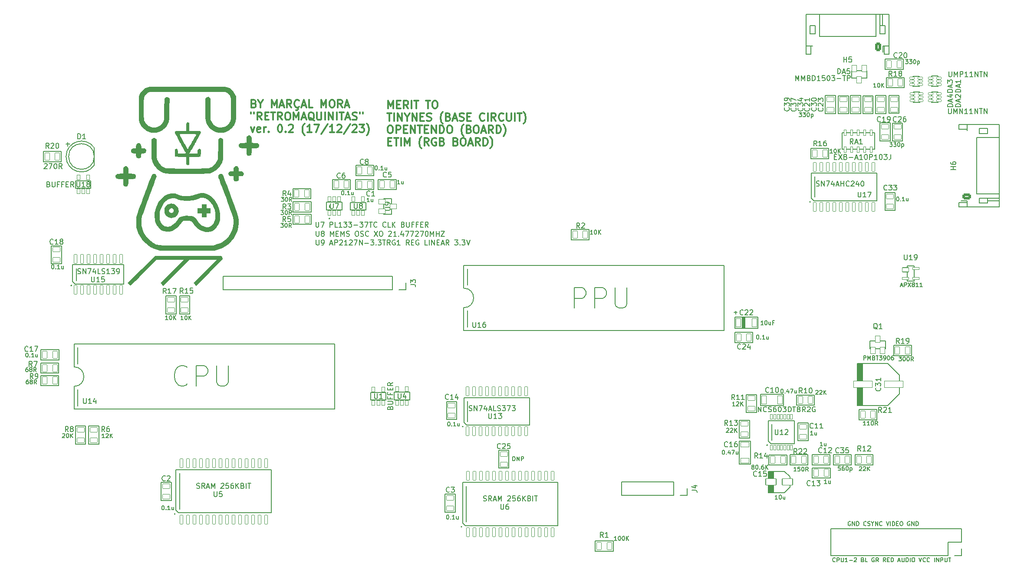
<source format=gbr>
%TF.GenerationSoftware,KiCad,Pcbnew,7.0.9*%
%TF.CreationDate,2024-01-30T12:33:28+01:00*%
%TF.ProjectId,FINESSE,46494e45-5353-4452-9e6b-696361645f70,rev?*%
%TF.SameCoordinates,Original*%
%TF.FileFunction,Legend,Top*%
%TF.FilePolarity,Positive*%
%FSLAX46Y46*%
G04 Gerber Fmt 4.6, Leading zero omitted, Abs format (unit mm)*
G04 Created by KiCad (PCBNEW 7.0.9) date 2024-01-30 12:33:28*
%MOMM*%
%LPD*%
G01*
G04 APERTURE LIST*
G04 Aperture macros list*
%AMRoundRect*
0 Rectangle with rounded corners*
0 $1 Rounding radius*
0 $2 $3 $4 $5 $6 $7 $8 $9 X,Y pos of 4 corners*
0 Add a 4 corners polygon primitive as box body*
4,1,4,$2,$3,$4,$5,$6,$7,$8,$9,$2,$3,0*
0 Add four circle primitives for the rounded corners*
1,1,$1+$1,$2,$3*
1,1,$1+$1,$4,$5*
1,1,$1+$1,$6,$7*
1,1,$1+$1,$8,$9*
0 Add four rect primitives between the rounded corners*
20,1,$1+$1,$2,$3,$4,$5,0*
20,1,$1+$1,$4,$5,$6,$7,0*
20,1,$1+$1,$6,$7,$8,$9,0*
20,1,$1+$1,$8,$9,$2,$3,0*%
G04 Aperture macros list end*
%ADD10C,0.150000*%
%ADD11C,0.300000*%
%ADD12C,0.200000*%
%ADD13C,5.000000*%
%ADD14C,0.604000*%
%ADD15RoundRect,0.050000X-0.700000X0.450000X-0.700000X-0.450000X0.700000X-0.450000X0.700000X0.450000X0*%
%ADD16RoundRect,0.050000X0.700000X-0.450000X0.700000X0.450000X-0.700000X0.450000X-0.700000X-0.450000X0*%
%ADD17RoundRect,0.050000X0.450000X0.700000X-0.450000X0.700000X-0.450000X-0.700000X0.450000X-0.700000X0*%
%ADD18RoundRect,0.050000X-0.450000X-0.700000X0.450000X-0.700000X0.450000X0.700000X-0.450000X0.700000X0*%
%ADD19RoundRect,0.047000X-0.608000X0.423000X-0.608000X-0.423000X0.608000X-0.423000X0.608000X0.423000X0*%
%ADD20RoundRect,0.027500X-0.627500X0.247500X-0.627500X-0.247500X0.627500X-0.247500X0.627500X0.247500X0*%
%ADD21RoundRect,0.030000X-0.270000X-0.495000X0.270000X-0.495000X0.270000X0.495000X-0.270000X0.495000X0*%
%ADD22RoundRect,0.030000X-0.270000X-0.870000X0.270000X-0.870000X0.270000X0.870000X-0.270000X0.870000X0*%
%ADD23RoundRect,0.030000X0.270000X0.870000X-0.270000X0.870000X-0.270000X-0.870000X0.270000X-0.870000X0*%
%ADD24R,3.000000X9.000000*%
%ADD25R,2.000000X9.000000*%
%ADD26RoundRect,0.050000X-0.450000X-0.835000X0.450000X-0.835000X0.450000X0.835000X-0.450000X0.835000X0*%
%ADD27RoundRect,0.050000X0.450000X0.835000X-0.450000X0.835000X-0.450000X-0.835000X0.450000X-0.835000X0*%
%ADD28RoundRect,0.020000X0.180000X-0.480000X0.180000X0.480000X-0.180000X0.480000X-0.180000X-0.480000X0*%
%ADD29R,1.700000X1.700000*%
%ADD30O,1.700000X1.700000*%
%ADD31RoundRect,0.020000X0.430000X-0.180000X0.430000X0.180000X-0.430000X0.180000X-0.430000X-0.180000X0*%
%ADD32RoundRect,0.020000X-0.430000X0.180000X-0.430000X-0.180000X0.430000X-0.180000X0.430000X0.180000X0*%
%ADD33RoundRect,0.050000X-0.835000X0.450000X-0.835000X-0.450000X0.835000X-0.450000X0.835000X0.450000X0*%
%ADD34RoundRect,0.050000X0.835000X-0.450000X0.835000X0.450000X-0.835000X0.450000X-0.835000X-0.450000X0*%
%ADD35RoundRect,0.070000X-1.830000X-0.630000X1.830000X-0.630000X1.830000X0.630000X-1.830000X0.630000X0*%
%ADD36RoundRect,0.050000X0.450000X0.650000X-0.450000X0.650000X-0.450000X-0.650000X0.450000X-0.650000X0*%
%ADD37RoundRect,0.250000X0.350000X0.625000X-0.350000X0.625000X-0.350000X-0.625000X0.350000X-0.625000X0*%
%ADD38O,1.200000X1.750000*%
%ADD39C,1.778000*%
%ADD40RoundRect,0.025000X-0.225000X-0.525000X0.225000X-0.525000X0.225000X0.525000X-0.225000X0.525000X0*%
%ADD41RoundRect,0.070000X-1.030000X-0.630000X1.030000X-0.630000X1.030000X0.630000X-1.030000X0.630000X0*%
%ADD42RoundRect,0.050000X-0.650000X0.450000X-0.650000X-0.450000X0.650000X-0.450000X0.650000X0.450000X0*%
%ADD43RoundRect,0.250000X0.625000X-0.350000X0.625000X0.350000X-0.625000X0.350000X-0.625000X-0.350000X0*%
%ADD44O,1.750000X1.200000*%
%ADD45RoundRect,0.050000X-0.450000X-0.650000X0.450000X-0.650000X0.450000X0.650000X-0.450000X0.650000X0*%
%ADD46C,3.250000*%
G04 APERTURE END LIST*
D10*
X34531541Y24645704D02*
X34607731Y24645704D01*
X34607731Y24645704D02*
X34683922Y24607609D01*
X34683922Y24607609D02*
X34722017Y24569514D01*
X34722017Y24569514D02*
X34760112Y24493323D01*
X34760112Y24493323D02*
X34798207Y24340942D01*
X34798207Y24340942D02*
X34798207Y24150466D01*
X34798207Y24150466D02*
X34760112Y23998085D01*
X34760112Y23998085D02*
X34722017Y23921895D01*
X34722017Y23921895D02*
X34683922Y23883800D01*
X34683922Y23883800D02*
X34607731Y23845704D01*
X34607731Y23845704D02*
X34531541Y23845704D01*
X34531541Y23845704D02*
X34455350Y23883800D01*
X34455350Y23883800D02*
X34417255Y23921895D01*
X34417255Y23921895D02*
X34379160Y23998085D01*
X34379160Y23998085D02*
X34341064Y24150466D01*
X34341064Y24150466D02*
X34341064Y24340942D01*
X34341064Y24340942D02*
X34379160Y24493323D01*
X34379160Y24493323D02*
X34417255Y24569514D01*
X34417255Y24569514D02*
X34455350Y24607609D01*
X34455350Y24607609D02*
X34531541Y24645704D01*
X35141065Y23921895D02*
X35179160Y23883800D01*
X35179160Y23883800D02*
X35141065Y23845704D01*
X35141065Y23845704D02*
X35102969Y23883800D01*
X35102969Y23883800D02*
X35141065Y23921895D01*
X35141065Y23921895D02*
X35141065Y23845704D01*
X35941064Y23845704D02*
X35483921Y23845704D01*
X35712493Y23845704D02*
X35712493Y24645704D01*
X35712493Y24645704D02*
X35636302Y24531419D01*
X35636302Y24531419D02*
X35560112Y24455228D01*
X35560112Y24455228D02*
X35483921Y24417133D01*
X36626779Y24379038D02*
X36626779Y23845704D01*
X36283922Y24379038D02*
X36283922Y23959990D01*
X36283922Y23959990D02*
X36322017Y23883800D01*
X36322017Y23883800D02*
X36398207Y23845704D01*
X36398207Y23845704D02*
X36512493Y23845704D01*
X36512493Y23845704D02*
X36588684Y23883800D01*
X36588684Y23883800D02*
X36626779Y23921895D01*
X171239160Y53105704D02*
X171239160Y53905704D01*
X171239160Y53905704D02*
X171543922Y53905704D01*
X171543922Y53905704D02*
X171620112Y53867609D01*
X171620112Y53867609D02*
X171658207Y53829514D01*
X171658207Y53829514D02*
X171696303Y53753323D01*
X171696303Y53753323D02*
X171696303Y53639038D01*
X171696303Y53639038D02*
X171658207Y53562847D01*
X171658207Y53562847D02*
X171620112Y53524752D01*
X171620112Y53524752D02*
X171543922Y53486657D01*
X171543922Y53486657D02*
X171239160Y53486657D01*
X172039160Y53105704D02*
X172039160Y53905704D01*
X172039160Y53905704D02*
X172305826Y53334276D01*
X172305826Y53334276D02*
X172572493Y53905704D01*
X172572493Y53905704D02*
X172572493Y53105704D01*
X173220112Y53524752D02*
X173334398Y53486657D01*
X173334398Y53486657D02*
X173372493Y53448561D01*
X173372493Y53448561D02*
X173410589Y53372371D01*
X173410589Y53372371D02*
X173410589Y53258085D01*
X173410589Y53258085D02*
X173372493Y53181895D01*
X173372493Y53181895D02*
X173334398Y53143800D01*
X173334398Y53143800D02*
X173258208Y53105704D01*
X173258208Y53105704D02*
X172953446Y53105704D01*
X172953446Y53105704D02*
X172953446Y53905704D01*
X172953446Y53905704D02*
X173220112Y53905704D01*
X173220112Y53905704D02*
X173296303Y53867609D01*
X173296303Y53867609D02*
X173334398Y53829514D01*
X173334398Y53829514D02*
X173372493Y53753323D01*
X173372493Y53753323D02*
X173372493Y53677133D01*
X173372493Y53677133D02*
X173334398Y53600942D01*
X173334398Y53600942D02*
X173296303Y53562847D01*
X173296303Y53562847D02*
X173220112Y53524752D01*
X173220112Y53524752D02*
X172953446Y53524752D01*
X173639160Y53905704D02*
X174096303Y53905704D01*
X173867731Y53105704D02*
X173867731Y53905704D01*
X174286779Y53905704D02*
X174782017Y53905704D01*
X174782017Y53905704D02*
X174515351Y53600942D01*
X174515351Y53600942D02*
X174629636Y53600942D01*
X174629636Y53600942D02*
X174705827Y53562847D01*
X174705827Y53562847D02*
X174743922Y53524752D01*
X174743922Y53524752D02*
X174782017Y53448561D01*
X174782017Y53448561D02*
X174782017Y53258085D01*
X174782017Y53258085D02*
X174743922Y53181895D01*
X174743922Y53181895D02*
X174705827Y53143800D01*
X174705827Y53143800D02*
X174629636Y53105704D01*
X174629636Y53105704D02*
X174401065Y53105704D01*
X174401065Y53105704D02*
X174324874Y53143800D01*
X174324874Y53143800D02*
X174286779Y53181895D01*
X175162970Y53105704D02*
X175315351Y53105704D01*
X175315351Y53105704D02*
X175391541Y53143800D01*
X175391541Y53143800D02*
X175429637Y53181895D01*
X175429637Y53181895D02*
X175505827Y53296180D01*
X175505827Y53296180D02*
X175543922Y53448561D01*
X175543922Y53448561D02*
X175543922Y53753323D01*
X175543922Y53753323D02*
X175505827Y53829514D01*
X175505827Y53829514D02*
X175467732Y53867609D01*
X175467732Y53867609D02*
X175391541Y53905704D01*
X175391541Y53905704D02*
X175239160Y53905704D01*
X175239160Y53905704D02*
X175162970Y53867609D01*
X175162970Y53867609D02*
X175124875Y53829514D01*
X175124875Y53829514D02*
X175086779Y53753323D01*
X175086779Y53753323D02*
X175086779Y53562847D01*
X175086779Y53562847D02*
X175124875Y53486657D01*
X175124875Y53486657D02*
X175162970Y53448561D01*
X175162970Y53448561D02*
X175239160Y53410466D01*
X175239160Y53410466D02*
X175391541Y53410466D01*
X175391541Y53410466D02*
X175467732Y53448561D01*
X175467732Y53448561D02*
X175505827Y53486657D01*
X175505827Y53486657D02*
X175543922Y53562847D01*
X176039161Y53905704D02*
X176115351Y53905704D01*
X176115351Y53905704D02*
X176191542Y53867609D01*
X176191542Y53867609D02*
X176229637Y53829514D01*
X176229637Y53829514D02*
X176267732Y53753323D01*
X176267732Y53753323D02*
X176305827Y53600942D01*
X176305827Y53600942D02*
X176305827Y53410466D01*
X176305827Y53410466D02*
X176267732Y53258085D01*
X176267732Y53258085D02*
X176229637Y53181895D01*
X176229637Y53181895D02*
X176191542Y53143800D01*
X176191542Y53143800D02*
X176115351Y53105704D01*
X176115351Y53105704D02*
X176039161Y53105704D01*
X176039161Y53105704D02*
X175962970Y53143800D01*
X175962970Y53143800D02*
X175924875Y53181895D01*
X175924875Y53181895D02*
X175886780Y53258085D01*
X175886780Y53258085D02*
X175848684Y53410466D01*
X175848684Y53410466D02*
X175848684Y53600942D01*
X175848684Y53600942D02*
X175886780Y53753323D01*
X175886780Y53753323D02*
X175924875Y53829514D01*
X175924875Y53829514D02*
X175962970Y53867609D01*
X175962970Y53867609D02*
X176039161Y53905704D01*
X176991542Y53905704D02*
X176839161Y53905704D01*
X176839161Y53905704D02*
X176762970Y53867609D01*
X176762970Y53867609D02*
X176724875Y53829514D01*
X176724875Y53829514D02*
X176648685Y53715228D01*
X176648685Y53715228D02*
X176610589Y53562847D01*
X176610589Y53562847D02*
X176610589Y53258085D01*
X176610589Y53258085D02*
X176648685Y53181895D01*
X176648685Y53181895D02*
X176686780Y53143800D01*
X176686780Y53143800D02*
X176762970Y53105704D01*
X176762970Y53105704D02*
X176915351Y53105704D01*
X176915351Y53105704D02*
X176991542Y53143800D01*
X176991542Y53143800D02*
X177029637Y53181895D01*
X177029637Y53181895D02*
X177067732Y53258085D01*
X177067732Y53258085D02*
X177067732Y53448561D01*
X177067732Y53448561D02*
X177029637Y53524752D01*
X177029637Y53524752D02*
X176991542Y53562847D01*
X176991542Y53562847D02*
X176915351Y53600942D01*
X176915351Y53600942D02*
X176762970Y53600942D01*
X176762970Y53600942D02*
X176686780Y53562847D01*
X176686780Y53562847D02*
X176648685Y53524752D01*
X176648685Y53524752D02*
X176610589Y53448561D01*
X14941064Y38659514D02*
X14979160Y38697609D01*
X14979160Y38697609D02*
X15055350Y38735704D01*
X15055350Y38735704D02*
X15245826Y38735704D01*
X15245826Y38735704D02*
X15322017Y38697609D01*
X15322017Y38697609D02*
X15360112Y38659514D01*
X15360112Y38659514D02*
X15398207Y38583323D01*
X15398207Y38583323D02*
X15398207Y38507133D01*
X15398207Y38507133D02*
X15360112Y38392847D01*
X15360112Y38392847D02*
X14902969Y37935704D01*
X14902969Y37935704D02*
X15398207Y37935704D01*
X15893446Y38735704D02*
X15969636Y38735704D01*
X15969636Y38735704D02*
X16045827Y38697609D01*
X16045827Y38697609D02*
X16083922Y38659514D01*
X16083922Y38659514D02*
X16122017Y38583323D01*
X16122017Y38583323D02*
X16160112Y38430942D01*
X16160112Y38430942D02*
X16160112Y38240466D01*
X16160112Y38240466D02*
X16122017Y38088085D01*
X16122017Y38088085D02*
X16083922Y38011895D01*
X16083922Y38011895D02*
X16045827Y37973800D01*
X16045827Y37973800D02*
X15969636Y37935704D01*
X15969636Y37935704D02*
X15893446Y37935704D01*
X15893446Y37935704D02*
X15817255Y37973800D01*
X15817255Y37973800D02*
X15779160Y38011895D01*
X15779160Y38011895D02*
X15741065Y38088085D01*
X15741065Y38088085D02*
X15702969Y38240466D01*
X15702969Y38240466D02*
X15702969Y38430942D01*
X15702969Y38430942D02*
X15741065Y38583323D01*
X15741065Y38583323D02*
X15779160Y38659514D01*
X15779160Y38659514D02*
X15817255Y38697609D01*
X15817255Y38697609D02*
X15893446Y38735704D01*
X16502970Y37935704D02*
X16502970Y38735704D01*
X16960113Y37935704D02*
X16617255Y38392847D01*
X16960113Y38735704D02*
X16502970Y38278561D01*
X177821541Y84925704D02*
X177897731Y84925704D01*
X177897731Y84925704D02*
X177973922Y84887609D01*
X177973922Y84887609D02*
X178012017Y84849514D01*
X178012017Y84849514D02*
X178050112Y84773323D01*
X178050112Y84773323D02*
X178088207Y84620942D01*
X178088207Y84620942D02*
X178088207Y84430466D01*
X178088207Y84430466D02*
X178050112Y84278085D01*
X178050112Y84278085D02*
X178012017Y84201895D01*
X178012017Y84201895D02*
X177973922Y84163800D01*
X177973922Y84163800D02*
X177897731Y84125704D01*
X177897731Y84125704D02*
X177821541Y84125704D01*
X177821541Y84125704D02*
X177745350Y84163800D01*
X177745350Y84163800D02*
X177707255Y84201895D01*
X177707255Y84201895D02*
X177669160Y84278085D01*
X177669160Y84278085D02*
X177631064Y84430466D01*
X177631064Y84430466D02*
X177631064Y84620942D01*
X177631064Y84620942D02*
X177669160Y84773323D01*
X177669160Y84773323D02*
X177707255Y84849514D01*
X177707255Y84849514D02*
X177745350Y84887609D01*
X177745350Y84887609D02*
X177821541Y84925704D01*
X178431065Y84201895D02*
X178469160Y84163800D01*
X178469160Y84163800D02*
X178431065Y84125704D01*
X178431065Y84125704D02*
X178392969Y84163800D01*
X178392969Y84163800D02*
X178431065Y84201895D01*
X178431065Y84201895D02*
X178431065Y84125704D01*
X179231064Y84125704D02*
X178773921Y84125704D01*
X179002493Y84125704D02*
X179002493Y84925704D01*
X179002493Y84925704D02*
X178926302Y84811419D01*
X178926302Y84811419D02*
X178850112Y84735228D01*
X178850112Y84735228D02*
X178773921Y84697133D01*
X179916779Y84659038D02*
X179916779Y84125704D01*
X179573922Y84659038D02*
X179573922Y84239990D01*
X179573922Y84239990D02*
X179612017Y84163800D01*
X179612017Y84163800D02*
X179688207Y84125704D01*
X179688207Y84125704D02*
X179802493Y84125704D01*
X179802493Y84125704D02*
X179878684Y84163800D01*
X179878684Y84163800D02*
X179916779Y84201895D01*
X158078207Y31405704D02*
X157621064Y31405704D01*
X157849636Y31405704D02*
X157849636Y32205704D01*
X157849636Y32205704D02*
X157773445Y32091419D01*
X157773445Y32091419D02*
X157697255Y32015228D01*
X157697255Y32015228D02*
X157621064Y31977133D01*
X158802017Y32205704D02*
X158421065Y32205704D01*
X158421065Y32205704D02*
X158382969Y31824752D01*
X158382969Y31824752D02*
X158421065Y31862847D01*
X158421065Y31862847D02*
X158497255Y31900942D01*
X158497255Y31900942D02*
X158687731Y31900942D01*
X158687731Y31900942D02*
X158763922Y31862847D01*
X158763922Y31862847D02*
X158802017Y31824752D01*
X158802017Y31824752D02*
X158840112Y31748561D01*
X158840112Y31748561D02*
X158840112Y31558085D01*
X158840112Y31558085D02*
X158802017Y31481895D01*
X158802017Y31481895D02*
X158763922Y31443800D01*
X158763922Y31443800D02*
X158687731Y31405704D01*
X158687731Y31405704D02*
X158497255Y31405704D01*
X158497255Y31405704D02*
X158421065Y31443800D01*
X158421065Y31443800D02*
X158382969Y31481895D01*
X159335351Y32205704D02*
X159411541Y32205704D01*
X159411541Y32205704D02*
X159487732Y32167609D01*
X159487732Y32167609D02*
X159525827Y32129514D01*
X159525827Y32129514D02*
X159563922Y32053323D01*
X159563922Y32053323D02*
X159602017Y31900942D01*
X159602017Y31900942D02*
X159602017Y31710466D01*
X159602017Y31710466D02*
X159563922Y31558085D01*
X159563922Y31558085D02*
X159525827Y31481895D01*
X159525827Y31481895D02*
X159487732Y31443800D01*
X159487732Y31443800D02*
X159411541Y31405704D01*
X159411541Y31405704D02*
X159335351Y31405704D01*
X159335351Y31405704D02*
X159259160Y31443800D01*
X159259160Y31443800D02*
X159221065Y31481895D01*
X159221065Y31481895D02*
X159182970Y31558085D01*
X159182970Y31558085D02*
X159144874Y31710466D01*
X159144874Y31710466D02*
X159144874Y31900942D01*
X159144874Y31900942D02*
X159182970Y32053323D01*
X159182970Y32053323D02*
X159221065Y32129514D01*
X159221065Y32129514D02*
X159259160Y32167609D01*
X159259160Y32167609D02*
X159335351Y32205704D01*
X160402018Y31405704D02*
X160135351Y31786657D01*
X159944875Y31405704D02*
X159944875Y32205704D01*
X159944875Y32205704D02*
X160249637Y32205704D01*
X160249637Y32205704D02*
X160325827Y32167609D01*
X160325827Y32167609D02*
X160363922Y32129514D01*
X160363922Y32129514D02*
X160402018Y32053323D01*
X160402018Y32053323D02*
X160402018Y31939038D01*
X160402018Y31939038D02*
X160363922Y31862847D01*
X160363922Y31862847D02*
X160325827Y31824752D01*
X160325827Y31824752D02*
X160249637Y31786657D01*
X160249637Y31786657D02*
X159944875Y31786657D01*
D11*
X52324510Y103154885D02*
X52538796Y103083457D01*
X52538796Y103083457D02*
X52610225Y103012028D01*
X52610225Y103012028D02*
X52681653Y102869171D01*
X52681653Y102869171D02*
X52681653Y102654885D01*
X52681653Y102654885D02*
X52610225Y102512028D01*
X52610225Y102512028D02*
X52538796Y102440600D01*
X52538796Y102440600D02*
X52395939Y102369171D01*
X52395939Y102369171D02*
X51824510Y102369171D01*
X51824510Y102369171D02*
X51824510Y103869171D01*
X51824510Y103869171D02*
X52324510Y103869171D01*
X52324510Y103869171D02*
X52467368Y103797742D01*
X52467368Y103797742D02*
X52538796Y103726314D01*
X52538796Y103726314D02*
X52610225Y103583457D01*
X52610225Y103583457D02*
X52610225Y103440600D01*
X52610225Y103440600D02*
X52538796Y103297742D01*
X52538796Y103297742D02*
X52467368Y103226314D01*
X52467368Y103226314D02*
X52324510Y103154885D01*
X52324510Y103154885D02*
X51824510Y103154885D01*
X53610225Y103083457D02*
X53610225Y102369171D01*
X53110225Y103869171D02*
X53610225Y103083457D01*
X53610225Y103083457D02*
X54110225Y103869171D01*
X55753081Y102369171D02*
X55753081Y103869171D01*
X55753081Y103869171D02*
X56253081Y102797742D01*
X56253081Y102797742D02*
X56753081Y103869171D01*
X56753081Y103869171D02*
X56753081Y102369171D01*
X57395939Y102797742D02*
X58110225Y102797742D01*
X57253082Y102369171D02*
X57753082Y103869171D01*
X57753082Y103869171D02*
X58253082Y102369171D01*
X59610224Y102369171D02*
X59110224Y103083457D01*
X58753081Y102369171D02*
X58753081Y103869171D01*
X58753081Y103869171D02*
X59324510Y103869171D01*
X59324510Y103869171D02*
X59467367Y103797742D01*
X59467367Y103797742D02*
X59538796Y103726314D01*
X59538796Y103726314D02*
X59610224Y103583457D01*
X59610224Y103583457D02*
X59610224Y103369171D01*
X59610224Y103369171D02*
X59538796Y103226314D01*
X59538796Y103226314D02*
X59467367Y103154885D01*
X59467367Y103154885D02*
X59324510Y103083457D01*
X59324510Y103083457D02*
X58753081Y103083457D01*
X61110224Y102512028D02*
X61038796Y102440600D01*
X61038796Y102440600D02*
X60824510Y102369171D01*
X60824510Y102369171D02*
X60681653Y102369171D01*
X60681653Y102369171D02*
X60467367Y102440600D01*
X60467367Y102440600D02*
X60324510Y102583457D01*
X60324510Y102583457D02*
X60253081Y102726314D01*
X60253081Y102726314D02*
X60181653Y103012028D01*
X60181653Y103012028D02*
X60181653Y103226314D01*
X60181653Y103226314D02*
X60253081Y103512028D01*
X60253081Y103512028D02*
X60324510Y103654885D01*
X60324510Y103654885D02*
X60467367Y103797742D01*
X60467367Y103797742D02*
X60681653Y103869171D01*
X60681653Y103869171D02*
X60824510Y103869171D01*
X60824510Y103869171D02*
X61038796Y103797742D01*
X61038796Y103797742D02*
X61110224Y103726314D01*
X60753081Y102297742D02*
X60895939Y102226314D01*
X60895939Y102226314D02*
X60967367Y102083457D01*
X60967367Y102083457D02*
X60895939Y101940600D01*
X60895939Y101940600D02*
X60753081Y101869171D01*
X60753081Y101869171D02*
X60538796Y101869171D01*
X61681653Y102797742D02*
X62395939Y102797742D01*
X61538796Y102369171D02*
X62038796Y103869171D01*
X62038796Y103869171D02*
X62538796Y102369171D01*
X63753081Y102369171D02*
X63038795Y102369171D01*
X63038795Y102369171D02*
X63038795Y103869171D01*
X65395938Y102369171D02*
X65395938Y103869171D01*
X65395938Y103869171D02*
X65895938Y102797742D01*
X65895938Y102797742D02*
X66395938Y103869171D01*
X66395938Y103869171D02*
X66395938Y102369171D01*
X67395939Y103869171D02*
X67681653Y103869171D01*
X67681653Y103869171D02*
X67824510Y103797742D01*
X67824510Y103797742D02*
X67967367Y103654885D01*
X67967367Y103654885D02*
X68038796Y103369171D01*
X68038796Y103369171D02*
X68038796Y102869171D01*
X68038796Y102869171D02*
X67967367Y102583457D01*
X67967367Y102583457D02*
X67824510Y102440600D01*
X67824510Y102440600D02*
X67681653Y102369171D01*
X67681653Y102369171D02*
X67395939Y102369171D01*
X67395939Y102369171D02*
X67253082Y102440600D01*
X67253082Y102440600D02*
X67110224Y102583457D01*
X67110224Y102583457D02*
X67038796Y102869171D01*
X67038796Y102869171D02*
X67038796Y103369171D01*
X67038796Y103369171D02*
X67110224Y103654885D01*
X67110224Y103654885D02*
X67253082Y103797742D01*
X67253082Y103797742D02*
X67395939Y103869171D01*
X69538796Y102369171D02*
X69038796Y103083457D01*
X68681653Y102369171D02*
X68681653Y103869171D01*
X68681653Y103869171D02*
X69253082Y103869171D01*
X69253082Y103869171D02*
X69395939Y103797742D01*
X69395939Y103797742D02*
X69467368Y103726314D01*
X69467368Y103726314D02*
X69538796Y103583457D01*
X69538796Y103583457D02*
X69538796Y103369171D01*
X69538796Y103369171D02*
X69467368Y103226314D01*
X69467368Y103226314D02*
X69395939Y103154885D01*
X69395939Y103154885D02*
X69253082Y103083457D01*
X69253082Y103083457D02*
X68681653Y103083457D01*
X70110225Y102797742D02*
X70824511Y102797742D01*
X69967368Y102369171D02*
X70467368Y103869171D01*
X70467368Y103869171D02*
X70967368Y102369171D01*
X51753082Y101454171D02*
X51753082Y101168457D01*
X52324510Y101454171D02*
X52324510Y101168457D01*
X53824510Y99954171D02*
X53324510Y100668457D01*
X52967367Y99954171D02*
X52967367Y101454171D01*
X52967367Y101454171D02*
X53538796Y101454171D01*
X53538796Y101454171D02*
X53681653Y101382742D01*
X53681653Y101382742D02*
X53753082Y101311314D01*
X53753082Y101311314D02*
X53824510Y101168457D01*
X53824510Y101168457D02*
X53824510Y100954171D01*
X53824510Y100954171D02*
X53753082Y100811314D01*
X53753082Y100811314D02*
X53681653Y100739885D01*
X53681653Y100739885D02*
X53538796Y100668457D01*
X53538796Y100668457D02*
X52967367Y100668457D01*
X54467367Y100739885D02*
X54967367Y100739885D01*
X55181653Y99954171D02*
X54467367Y99954171D01*
X54467367Y99954171D02*
X54467367Y101454171D01*
X54467367Y101454171D02*
X55181653Y101454171D01*
X55610225Y101454171D02*
X56467368Y101454171D01*
X56038796Y99954171D02*
X56038796Y101454171D01*
X57824510Y99954171D02*
X57324510Y100668457D01*
X56967367Y99954171D02*
X56967367Y101454171D01*
X56967367Y101454171D02*
X57538796Y101454171D01*
X57538796Y101454171D02*
X57681653Y101382742D01*
X57681653Y101382742D02*
X57753082Y101311314D01*
X57753082Y101311314D02*
X57824510Y101168457D01*
X57824510Y101168457D02*
X57824510Y100954171D01*
X57824510Y100954171D02*
X57753082Y100811314D01*
X57753082Y100811314D02*
X57681653Y100739885D01*
X57681653Y100739885D02*
X57538796Y100668457D01*
X57538796Y100668457D02*
X56967367Y100668457D01*
X58753082Y101454171D02*
X59038796Y101454171D01*
X59038796Y101454171D02*
X59181653Y101382742D01*
X59181653Y101382742D02*
X59324510Y101239885D01*
X59324510Y101239885D02*
X59395939Y100954171D01*
X59395939Y100954171D02*
X59395939Y100454171D01*
X59395939Y100454171D02*
X59324510Y100168457D01*
X59324510Y100168457D02*
X59181653Y100025600D01*
X59181653Y100025600D02*
X59038796Y99954171D01*
X59038796Y99954171D02*
X58753082Y99954171D01*
X58753082Y99954171D02*
X58610225Y100025600D01*
X58610225Y100025600D02*
X58467367Y100168457D01*
X58467367Y100168457D02*
X58395939Y100454171D01*
X58395939Y100454171D02*
X58395939Y100954171D01*
X58395939Y100954171D02*
X58467367Y101239885D01*
X58467367Y101239885D02*
X58610225Y101382742D01*
X58610225Y101382742D02*
X58753082Y101454171D01*
X60038796Y99954171D02*
X60038796Y101454171D01*
X60038796Y101454171D02*
X60538796Y100382742D01*
X60538796Y100382742D02*
X61038796Y101454171D01*
X61038796Y101454171D02*
X61038796Y99954171D01*
X61681654Y100382742D02*
X62395940Y100382742D01*
X61538797Y99954171D02*
X62038797Y101454171D01*
X62038797Y101454171D02*
X62538797Y99954171D01*
X64038796Y99811314D02*
X63895939Y99882742D01*
X63895939Y99882742D02*
X63753082Y100025600D01*
X63753082Y100025600D02*
X63538796Y100239885D01*
X63538796Y100239885D02*
X63395939Y100311314D01*
X63395939Y100311314D02*
X63253082Y100311314D01*
X63324511Y99954171D02*
X63181654Y100025600D01*
X63181654Y100025600D02*
X63038796Y100168457D01*
X63038796Y100168457D02*
X62967368Y100454171D01*
X62967368Y100454171D02*
X62967368Y100954171D01*
X62967368Y100954171D02*
X63038796Y101239885D01*
X63038796Y101239885D02*
X63181654Y101382742D01*
X63181654Y101382742D02*
X63324511Y101454171D01*
X63324511Y101454171D02*
X63610225Y101454171D01*
X63610225Y101454171D02*
X63753082Y101382742D01*
X63753082Y101382742D02*
X63895939Y101239885D01*
X63895939Y101239885D02*
X63967368Y100954171D01*
X63967368Y100954171D02*
X63967368Y100454171D01*
X63967368Y100454171D02*
X63895939Y100168457D01*
X63895939Y100168457D02*
X63753082Y100025600D01*
X63753082Y100025600D02*
X63610225Y99954171D01*
X63610225Y99954171D02*
X63324511Y99954171D01*
X64610225Y101454171D02*
X64610225Y100239885D01*
X64610225Y100239885D02*
X64681654Y100097028D01*
X64681654Y100097028D02*
X64753083Y100025600D01*
X64753083Y100025600D02*
X64895940Y99954171D01*
X64895940Y99954171D02*
X65181654Y99954171D01*
X65181654Y99954171D02*
X65324511Y100025600D01*
X65324511Y100025600D02*
X65395940Y100097028D01*
X65395940Y100097028D02*
X65467368Y100239885D01*
X65467368Y100239885D02*
X65467368Y101454171D01*
X66181654Y99954171D02*
X66181654Y101454171D01*
X66895940Y99954171D02*
X66895940Y101454171D01*
X66895940Y101454171D02*
X67753083Y99954171D01*
X67753083Y99954171D02*
X67753083Y101454171D01*
X68467369Y99954171D02*
X68467369Y101454171D01*
X68967370Y101454171D02*
X69824513Y101454171D01*
X69395941Y99954171D02*
X69395941Y101454171D01*
X70253084Y100382742D02*
X70967370Y100382742D01*
X70110227Y99954171D02*
X70610227Y101454171D01*
X70610227Y101454171D02*
X71110227Y99954171D01*
X71538798Y100025600D02*
X71753084Y99954171D01*
X71753084Y99954171D02*
X72110226Y99954171D01*
X72110226Y99954171D02*
X72253084Y100025600D01*
X72253084Y100025600D02*
X72324512Y100097028D01*
X72324512Y100097028D02*
X72395941Y100239885D01*
X72395941Y100239885D02*
X72395941Y100382742D01*
X72395941Y100382742D02*
X72324512Y100525600D01*
X72324512Y100525600D02*
X72253084Y100597028D01*
X72253084Y100597028D02*
X72110226Y100668457D01*
X72110226Y100668457D02*
X71824512Y100739885D01*
X71824512Y100739885D02*
X71681655Y100811314D01*
X71681655Y100811314D02*
X71610226Y100882742D01*
X71610226Y100882742D02*
X71538798Y101025600D01*
X71538798Y101025600D02*
X71538798Y101168457D01*
X71538798Y101168457D02*
X71610226Y101311314D01*
X71610226Y101311314D02*
X71681655Y101382742D01*
X71681655Y101382742D02*
X71824512Y101454171D01*
X71824512Y101454171D02*
X72181655Y101454171D01*
X72181655Y101454171D02*
X72395941Y101382742D01*
X72967369Y101454171D02*
X72967369Y101168457D01*
X73538797Y101454171D02*
X73538797Y101168457D01*
X51681653Y98539171D02*
X52038796Y97539171D01*
X52038796Y97539171D02*
X52395939Y98539171D01*
X53538796Y97610600D02*
X53395939Y97539171D01*
X53395939Y97539171D02*
X53110225Y97539171D01*
X53110225Y97539171D02*
X52967367Y97610600D01*
X52967367Y97610600D02*
X52895939Y97753457D01*
X52895939Y97753457D02*
X52895939Y98324885D01*
X52895939Y98324885D02*
X52967367Y98467742D01*
X52967367Y98467742D02*
X53110225Y98539171D01*
X53110225Y98539171D02*
X53395939Y98539171D01*
X53395939Y98539171D02*
X53538796Y98467742D01*
X53538796Y98467742D02*
X53610225Y98324885D01*
X53610225Y98324885D02*
X53610225Y98182028D01*
X53610225Y98182028D02*
X52895939Y98039171D01*
X54253081Y97539171D02*
X54253081Y98539171D01*
X54253081Y98253457D02*
X54324510Y98396314D01*
X54324510Y98396314D02*
X54395939Y98467742D01*
X54395939Y98467742D02*
X54538796Y98539171D01*
X54538796Y98539171D02*
X54681653Y98539171D01*
X55181652Y97682028D02*
X55253081Y97610600D01*
X55253081Y97610600D02*
X55181652Y97539171D01*
X55181652Y97539171D02*
X55110224Y97610600D01*
X55110224Y97610600D02*
X55181652Y97682028D01*
X55181652Y97682028D02*
X55181652Y97539171D01*
X57324510Y99039171D02*
X57467367Y99039171D01*
X57467367Y99039171D02*
X57610224Y98967742D01*
X57610224Y98967742D02*
X57681653Y98896314D01*
X57681653Y98896314D02*
X57753081Y98753457D01*
X57753081Y98753457D02*
X57824510Y98467742D01*
X57824510Y98467742D02*
X57824510Y98110600D01*
X57824510Y98110600D02*
X57753081Y97824885D01*
X57753081Y97824885D02*
X57681653Y97682028D01*
X57681653Y97682028D02*
X57610224Y97610600D01*
X57610224Y97610600D02*
X57467367Y97539171D01*
X57467367Y97539171D02*
X57324510Y97539171D01*
X57324510Y97539171D02*
X57181653Y97610600D01*
X57181653Y97610600D02*
X57110224Y97682028D01*
X57110224Y97682028D02*
X57038795Y97824885D01*
X57038795Y97824885D02*
X56967367Y98110600D01*
X56967367Y98110600D02*
X56967367Y98467742D01*
X56967367Y98467742D02*
X57038795Y98753457D01*
X57038795Y98753457D02*
X57110224Y98896314D01*
X57110224Y98896314D02*
X57181653Y98967742D01*
X57181653Y98967742D02*
X57324510Y99039171D01*
X58467366Y97682028D02*
X58538795Y97610600D01*
X58538795Y97610600D02*
X58467366Y97539171D01*
X58467366Y97539171D02*
X58395938Y97610600D01*
X58395938Y97610600D02*
X58467366Y97682028D01*
X58467366Y97682028D02*
X58467366Y97539171D01*
X59110224Y98896314D02*
X59181652Y98967742D01*
X59181652Y98967742D02*
X59324510Y99039171D01*
X59324510Y99039171D02*
X59681652Y99039171D01*
X59681652Y99039171D02*
X59824510Y98967742D01*
X59824510Y98967742D02*
X59895938Y98896314D01*
X59895938Y98896314D02*
X59967367Y98753457D01*
X59967367Y98753457D02*
X59967367Y98610600D01*
X59967367Y98610600D02*
X59895938Y98396314D01*
X59895938Y98396314D02*
X59038795Y97539171D01*
X59038795Y97539171D02*
X59967367Y97539171D01*
X62181652Y96967742D02*
X62110223Y97039171D01*
X62110223Y97039171D02*
X61967366Y97253457D01*
X61967366Y97253457D02*
X61895938Y97396314D01*
X61895938Y97396314D02*
X61824509Y97610600D01*
X61824509Y97610600D02*
X61753080Y97967742D01*
X61753080Y97967742D02*
X61753080Y98253457D01*
X61753080Y98253457D02*
X61824509Y98610600D01*
X61824509Y98610600D02*
X61895938Y98824885D01*
X61895938Y98824885D02*
X61967366Y98967742D01*
X61967366Y98967742D02*
X62110223Y99182028D01*
X62110223Y99182028D02*
X62181652Y99253457D01*
X63538795Y97539171D02*
X62681652Y97539171D01*
X63110223Y97539171D02*
X63110223Y99039171D01*
X63110223Y99039171D02*
X62967366Y98824885D01*
X62967366Y98824885D02*
X62824509Y98682028D01*
X62824509Y98682028D02*
X62681652Y98610600D01*
X64038794Y99039171D02*
X65038794Y99039171D01*
X65038794Y99039171D02*
X64395937Y97539171D01*
X66681651Y99110600D02*
X65395937Y97182028D01*
X67967366Y97539171D02*
X67110223Y97539171D01*
X67538794Y97539171D02*
X67538794Y99039171D01*
X67538794Y99039171D02*
X67395937Y98824885D01*
X67395937Y98824885D02*
X67253080Y98682028D01*
X67253080Y98682028D02*
X67110223Y98610600D01*
X68538794Y98896314D02*
X68610222Y98967742D01*
X68610222Y98967742D02*
X68753080Y99039171D01*
X68753080Y99039171D02*
X69110222Y99039171D01*
X69110222Y99039171D02*
X69253080Y98967742D01*
X69253080Y98967742D02*
X69324508Y98896314D01*
X69324508Y98896314D02*
X69395937Y98753457D01*
X69395937Y98753457D02*
X69395937Y98610600D01*
X69395937Y98610600D02*
X69324508Y98396314D01*
X69324508Y98396314D02*
X68467365Y97539171D01*
X68467365Y97539171D02*
X69395937Y97539171D01*
X71110222Y99110600D02*
X69824508Y97182028D01*
X71538794Y98896314D02*
X71610222Y98967742D01*
X71610222Y98967742D02*
X71753080Y99039171D01*
X71753080Y99039171D02*
X72110222Y99039171D01*
X72110222Y99039171D02*
X72253080Y98967742D01*
X72253080Y98967742D02*
X72324508Y98896314D01*
X72324508Y98896314D02*
X72395937Y98753457D01*
X72395937Y98753457D02*
X72395937Y98610600D01*
X72395937Y98610600D02*
X72324508Y98396314D01*
X72324508Y98396314D02*
X71467365Y97539171D01*
X71467365Y97539171D02*
X72395937Y97539171D01*
X72895936Y99039171D02*
X73824508Y99039171D01*
X73824508Y99039171D02*
X73324508Y98467742D01*
X73324508Y98467742D02*
X73538793Y98467742D01*
X73538793Y98467742D02*
X73681651Y98396314D01*
X73681651Y98396314D02*
X73753079Y98324885D01*
X73753079Y98324885D02*
X73824508Y98182028D01*
X73824508Y98182028D02*
X73824508Y97824885D01*
X73824508Y97824885D02*
X73753079Y97682028D01*
X73753079Y97682028D02*
X73681651Y97610600D01*
X73681651Y97610600D02*
X73538793Y97539171D01*
X73538793Y97539171D02*
X73110222Y97539171D01*
X73110222Y97539171D02*
X72967365Y97610600D01*
X72967365Y97610600D02*
X72895936Y97682028D01*
X74324507Y96967742D02*
X74395936Y97039171D01*
X74395936Y97039171D02*
X74538793Y97253457D01*
X74538793Y97253457D02*
X74610222Y97396314D01*
X74610222Y97396314D02*
X74681650Y97610600D01*
X74681650Y97610600D02*
X74753079Y97967742D01*
X74753079Y97967742D02*
X74753079Y98253457D01*
X74753079Y98253457D02*
X74681650Y98610600D01*
X74681650Y98610600D02*
X74610222Y98824885D01*
X74610222Y98824885D02*
X74538793Y98967742D01*
X74538793Y98967742D02*
X74395936Y99182028D01*
X74395936Y99182028D02*
X74324507Y99253457D01*
D10*
X165526779Y92753990D02*
X165860112Y92753990D01*
X166002969Y92230180D02*
X165526779Y92230180D01*
X165526779Y92230180D02*
X165526779Y93230180D01*
X165526779Y93230180D02*
X166002969Y93230180D01*
X166336303Y93230180D02*
X167002969Y92230180D01*
X167002969Y93230180D02*
X166336303Y92230180D01*
X167717255Y92753990D02*
X167860112Y92706371D01*
X167860112Y92706371D02*
X167907731Y92658752D01*
X167907731Y92658752D02*
X167955350Y92563514D01*
X167955350Y92563514D02*
X167955350Y92420657D01*
X167955350Y92420657D02*
X167907731Y92325419D01*
X167907731Y92325419D02*
X167860112Y92277800D01*
X167860112Y92277800D02*
X167764874Y92230180D01*
X167764874Y92230180D02*
X167383922Y92230180D01*
X167383922Y92230180D02*
X167383922Y93230180D01*
X167383922Y93230180D02*
X167717255Y93230180D01*
X167717255Y93230180D02*
X167812493Y93182561D01*
X167812493Y93182561D02*
X167860112Y93134942D01*
X167860112Y93134942D02*
X167907731Y93039704D01*
X167907731Y93039704D02*
X167907731Y92944466D01*
X167907731Y92944466D02*
X167860112Y92849228D01*
X167860112Y92849228D02*
X167812493Y92801609D01*
X167812493Y92801609D02*
X167717255Y92753990D01*
X167717255Y92753990D02*
X167383922Y92753990D01*
X168383922Y92611133D02*
X169145827Y92611133D01*
X169574398Y92515895D02*
X170050588Y92515895D01*
X169479160Y92230180D02*
X169812493Y93230180D01*
X169812493Y93230180D02*
X170145826Y92230180D01*
X171002969Y92230180D02*
X170431541Y92230180D01*
X170717255Y92230180D02*
X170717255Y93230180D01*
X170717255Y93230180D02*
X170622017Y93087323D01*
X170622017Y93087323D02*
X170526779Y92992085D01*
X170526779Y92992085D02*
X170431541Y92944466D01*
X171622017Y93230180D02*
X171717255Y93230180D01*
X171717255Y93230180D02*
X171812493Y93182561D01*
X171812493Y93182561D02*
X171860112Y93134942D01*
X171860112Y93134942D02*
X171907731Y93039704D01*
X171907731Y93039704D02*
X171955350Y92849228D01*
X171955350Y92849228D02*
X171955350Y92611133D01*
X171955350Y92611133D02*
X171907731Y92420657D01*
X171907731Y92420657D02*
X171860112Y92325419D01*
X171860112Y92325419D02*
X171812493Y92277800D01*
X171812493Y92277800D02*
X171717255Y92230180D01*
X171717255Y92230180D02*
X171622017Y92230180D01*
X171622017Y92230180D02*
X171526779Y92277800D01*
X171526779Y92277800D02*
X171479160Y92325419D01*
X171479160Y92325419D02*
X171431541Y92420657D01*
X171431541Y92420657D02*
X171383922Y92611133D01*
X171383922Y92611133D02*
X171383922Y92849228D01*
X171383922Y92849228D02*
X171431541Y93039704D01*
X171431541Y93039704D02*
X171479160Y93134942D01*
X171479160Y93134942D02*
X171526779Y93182561D01*
X171526779Y93182561D02*
X171622017Y93230180D01*
X172383922Y92230180D02*
X172383922Y93230180D01*
X172383922Y93230180D02*
X172764874Y93230180D01*
X172764874Y93230180D02*
X172860112Y93182561D01*
X172860112Y93182561D02*
X172907731Y93134942D01*
X172907731Y93134942D02*
X172955350Y93039704D01*
X172955350Y93039704D02*
X172955350Y92896847D01*
X172955350Y92896847D02*
X172907731Y92801609D01*
X172907731Y92801609D02*
X172860112Y92753990D01*
X172860112Y92753990D02*
X172764874Y92706371D01*
X172764874Y92706371D02*
X172383922Y92706371D01*
X173907731Y92230180D02*
X173336303Y92230180D01*
X173622017Y92230180D02*
X173622017Y93230180D01*
X173622017Y93230180D02*
X173526779Y93087323D01*
X173526779Y93087323D02*
X173431541Y92992085D01*
X173431541Y92992085D02*
X173336303Y92944466D01*
X174526779Y93230180D02*
X174622017Y93230180D01*
X174622017Y93230180D02*
X174717255Y93182561D01*
X174717255Y93182561D02*
X174764874Y93134942D01*
X174764874Y93134942D02*
X174812493Y93039704D01*
X174812493Y93039704D02*
X174860112Y92849228D01*
X174860112Y92849228D02*
X174860112Y92611133D01*
X174860112Y92611133D02*
X174812493Y92420657D01*
X174812493Y92420657D02*
X174764874Y92325419D01*
X174764874Y92325419D02*
X174717255Y92277800D01*
X174717255Y92277800D02*
X174622017Y92230180D01*
X174622017Y92230180D02*
X174526779Y92230180D01*
X174526779Y92230180D02*
X174431541Y92277800D01*
X174431541Y92277800D02*
X174383922Y92325419D01*
X174383922Y92325419D02*
X174336303Y92420657D01*
X174336303Y92420657D02*
X174288684Y92611133D01*
X174288684Y92611133D02*
X174288684Y92849228D01*
X174288684Y92849228D02*
X174336303Y93039704D01*
X174336303Y93039704D02*
X174383922Y93134942D01*
X174383922Y93134942D02*
X174431541Y93182561D01*
X174431541Y93182561D02*
X174526779Y93230180D01*
X175193446Y93230180D02*
X175812493Y93230180D01*
X175812493Y93230180D02*
X175479160Y92849228D01*
X175479160Y92849228D02*
X175622017Y92849228D01*
X175622017Y92849228D02*
X175717255Y92801609D01*
X175717255Y92801609D02*
X175764874Y92753990D01*
X175764874Y92753990D02*
X175812493Y92658752D01*
X175812493Y92658752D02*
X175812493Y92420657D01*
X175812493Y92420657D02*
X175764874Y92325419D01*
X175764874Y92325419D02*
X175717255Y92277800D01*
X175717255Y92277800D02*
X175622017Y92230180D01*
X175622017Y92230180D02*
X175336303Y92230180D01*
X175336303Y92230180D02*
X175241065Y92277800D01*
X175241065Y92277800D02*
X175193446Y92325419D01*
X176526779Y93230180D02*
X176526779Y92515895D01*
X176526779Y92515895D02*
X176479160Y92373038D01*
X176479160Y92373038D02*
X176383922Y92277800D01*
X176383922Y92277800D02*
X176241065Y92230180D01*
X176241065Y92230180D02*
X176145827Y92230180D01*
X94264160Y43237800D02*
X94407017Y43190180D01*
X94407017Y43190180D02*
X94645112Y43190180D01*
X94645112Y43190180D02*
X94740350Y43237800D01*
X94740350Y43237800D02*
X94787969Y43285419D01*
X94787969Y43285419D02*
X94835588Y43380657D01*
X94835588Y43380657D02*
X94835588Y43475895D01*
X94835588Y43475895D02*
X94787969Y43571133D01*
X94787969Y43571133D02*
X94740350Y43618752D01*
X94740350Y43618752D02*
X94645112Y43666371D01*
X94645112Y43666371D02*
X94454636Y43713990D01*
X94454636Y43713990D02*
X94359398Y43761609D01*
X94359398Y43761609D02*
X94311779Y43809228D01*
X94311779Y43809228D02*
X94264160Y43904466D01*
X94264160Y43904466D02*
X94264160Y43999704D01*
X94264160Y43999704D02*
X94311779Y44094942D01*
X94311779Y44094942D02*
X94359398Y44142561D01*
X94359398Y44142561D02*
X94454636Y44190180D01*
X94454636Y44190180D02*
X94692731Y44190180D01*
X94692731Y44190180D02*
X94835588Y44142561D01*
X95264160Y43190180D02*
X95264160Y44190180D01*
X95264160Y44190180D02*
X95835588Y43190180D01*
X95835588Y43190180D02*
X95835588Y44190180D01*
X96216541Y44190180D02*
X96883207Y44190180D01*
X96883207Y44190180D02*
X96454636Y43190180D01*
X97692731Y43856847D02*
X97692731Y43190180D01*
X97454636Y44237800D02*
X97216541Y43523514D01*
X97216541Y43523514D02*
X97835588Y43523514D01*
X98168922Y43475895D02*
X98645112Y43475895D01*
X98073684Y43190180D02*
X98407017Y44190180D01*
X98407017Y44190180D02*
X98740350Y43190180D01*
X99549874Y43190180D02*
X99073684Y43190180D01*
X99073684Y43190180D02*
X99073684Y44190180D01*
X99835589Y43237800D02*
X99978446Y43190180D01*
X99978446Y43190180D02*
X100216541Y43190180D01*
X100216541Y43190180D02*
X100311779Y43237800D01*
X100311779Y43237800D02*
X100359398Y43285419D01*
X100359398Y43285419D02*
X100407017Y43380657D01*
X100407017Y43380657D02*
X100407017Y43475895D01*
X100407017Y43475895D02*
X100359398Y43571133D01*
X100359398Y43571133D02*
X100311779Y43618752D01*
X100311779Y43618752D02*
X100216541Y43666371D01*
X100216541Y43666371D02*
X100026065Y43713990D01*
X100026065Y43713990D02*
X99930827Y43761609D01*
X99930827Y43761609D02*
X99883208Y43809228D01*
X99883208Y43809228D02*
X99835589Y43904466D01*
X99835589Y43904466D02*
X99835589Y43999704D01*
X99835589Y43999704D02*
X99883208Y44094942D01*
X99883208Y44094942D02*
X99930827Y44142561D01*
X99930827Y44142561D02*
X100026065Y44190180D01*
X100026065Y44190180D02*
X100264160Y44190180D01*
X100264160Y44190180D02*
X100407017Y44142561D01*
X100740351Y44190180D02*
X101359398Y44190180D01*
X101359398Y44190180D02*
X101026065Y43809228D01*
X101026065Y43809228D02*
X101168922Y43809228D01*
X101168922Y43809228D02*
X101264160Y43761609D01*
X101264160Y43761609D02*
X101311779Y43713990D01*
X101311779Y43713990D02*
X101359398Y43618752D01*
X101359398Y43618752D02*
X101359398Y43380657D01*
X101359398Y43380657D02*
X101311779Y43285419D01*
X101311779Y43285419D02*
X101264160Y43237800D01*
X101264160Y43237800D02*
X101168922Y43190180D01*
X101168922Y43190180D02*
X100883208Y43190180D01*
X100883208Y43190180D02*
X100787970Y43237800D01*
X100787970Y43237800D02*
X100740351Y43285419D01*
X101692732Y44190180D02*
X102359398Y44190180D01*
X102359398Y44190180D02*
X101930827Y43190180D01*
X102645113Y44190180D02*
X103264160Y44190180D01*
X103264160Y44190180D02*
X102930827Y43809228D01*
X102930827Y43809228D02*
X103073684Y43809228D01*
X103073684Y43809228D02*
X103168922Y43761609D01*
X103168922Y43761609D02*
X103216541Y43713990D01*
X103216541Y43713990D02*
X103264160Y43618752D01*
X103264160Y43618752D02*
X103264160Y43380657D01*
X103264160Y43380657D02*
X103216541Y43285419D01*
X103216541Y43285419D02*
X103168922Y43237800D01*
X103168922Y43237800D02*
X103073684Y43190180D01*
X103073684Y43190180D02*
X102787970Y43190180D01*
X102787970Y43190180D02*
X102692732Y43237800D01*
X102692732Y43237800D02*
X102645113Y43285419D01*
X97079160Y25627800D02*
X97222017Y25580180D01*
X97222017Y25580180D02*
X97460112Y25580180D01*
X97460112Y25580180D02*
X97555350Y25627800D01*
X97555350Y25627800D02*
X97602969Y25675419D01*
X97602969Y25675419D02*
X97650588Y25770657D01*
X97650588Y25770657D02*
X97650588Y25865895D01*
X97650588Y25865895D02*
X97602969Y25961133D01*
X97602969Y25961133D02*
X97555350Y26008752D01*
X97555350Y26008752D02*
X97460112Y26056371D01*
X97460112Y26056371D02*
X97269636Y26103990D01*
X97269636Y26103990D02*
X97174398Y26151609D01*
X97174398Y26151609D02*
X97126779Y26199228D01*
X97126779Y26199228D02*
X97079160Y26294466D01*
X97079160Y26294466D02*
X97079160Y26389704D01*
X97079160Y26389704D02*
X97126779Y26484942D01*
X97126779Y26484942D02*
X97174398Y26532561D01*
X97174398Y26532561D02*
X97269636Y26580180D01*
X97269636Y26580180D02*
X97507731Y26580180D01*
X97507731Y26580180D02*
X97650588Y26532561D01*
X98650588Y25580180D02*
X98317255Y26056371D01*
X98079160Y25580180D02*
X98079160Y26580180D01*
X98079160Y26580180D02*
X98460112Y26580180D01*
X98460112Y26580180D02*
X98555350Y26532561D01*
X98555350Y26532561D02*
X98602969Y26484942D01*
X98602969Y26484942D02*
X98650588Y26389704D01*
X98650588Y26389704D02*
X98650588Y26246847D01*
X98650588Y26246847D02*
X98602969Y26151609D01*
X98602969Y26151609D02*
X98555350Y26103990D01*
X98555350Y26103990D02*
X98460112Y26056371D01*
X98460112Y26056371D02*
X98079160Y26056371D01*
X99031541Y25865895D02*
X99507731Y25865895D01*
X98936303Y25580180D02*
X99269636Y26580180D01*
X99269636Y26580180D02*
X99602969Y25580180D01*
X99936303Y25580180D02*
X99936303Y26580180D01*
X99936303Y26580180D02*
X100269636Y25865895D01*
X100269636Y25865895D02*
X100602969Y26580180D01*
X100602969Y26580180D02*
X100602969Y25580180D01*
X101793446Y26484942D02*
X101841065Y26532561D01*
X101841065Y26532561D02*
X101936303Y26580180D01*
X101936303Y26580180D02*
X102174398Y26580180D01*
X102174398Y26580180D02*
X102269636Y26532561D01*
X102269636Y26532561D02*
X102317255Y26484942D01*
X102317255Y26484942D02*
X102364874Y26389704D01*
X102364874Y26389704D02*
X102364874Y26294466D01*
X102364874Y26294466D02*
X102317255Y26151609D01*
X102317255Y26151609D02*
X101745827Y25580180D01*
X101745827Y25580180D02*
X102364874Y25580180D01*
X103269636Y26580180D02*
X102793446Y26580180D01*
X102793446Y26580180D02*
X102745827Y26103990D01*
X102745827Y26103990D02*
X102793446Y26151609D01*
X102793446Y26151609D02*
X102888684Y26199228D01*
X102888684Y26199228D02*
X103126779Y26199228D01*
X103126779Y26199228D02*
X103222017Y26151609D01*
X103222017Y26151609D02*
X103269636Y26103990D01*
X103269636Y26103990D02*
X103317255Y26008752D01*
X103317255Y26008752D02*
X103317255Y25770657D01*
X103317255Y25770657D02*
X103269636Y25675419D01*
X103269636Y25675419D02*
X103222017Y25627800D01*
X103222017Y25627800D02*
X103126779Y25580180D01*
X103126779Y25580180D02*
X102888684Y25580180D01*
X102888684Y25580180D02*
X102793446Y25627800D01*
X102793446Y25627800D02*
X102745827Y25675419D01*
X104174398Y26580180D02*
X103983922Y26580180D01*
X103983922Y26580180D02*
X103888684Y26532561D01*
X103888684Y26532561D02*
X103841065Y26484942D01*
X103841065Y26484942D02*
X103745827Y26342085D01*
X103745827Y26342085D02*
X103698208Y26151609D01*
X103698208Y26151609D02*
X103698208Y25770657D01*
X103698208Y25770657D02*
X103745827Y25675419D01*
X103745827Y25675419D02*
X103793446Y25627800D01*
X103793446Y25627800D02*
X103888684Y25580180D01*
X103888684Y25580180D02*
X104079160Y25580180D01*
X104079160Y25580180D02*
X104174398Y25627800D01*
X104174398Y25627800D02*
X104222017Y25675419D01*
X104222017Y25675419D02*
X104269636Y25770657D01*
X104269636Y25770657D02*
X104269636Y26008752D01*
X104269636Y26008752D02*
X104222017Y26103990D01*
X104222017Y26103990D02*
X104174398Y26151609D01*
X104174398Y26151609D02*
X104079160Y26199228D01*
X104079160Y26199228D02*
X103888684Y26199228D01*
X103888684Y26199228D02*
X103793446Y26151609D01*
X103793446Y26151609D02*
X103745827Y26103990D01*
X103745827Y26103990D02*
X103698208Y26008752D01*
X104698208Y25580180D02*
X104698208Y26580180D01*
X105269636Y25580180D02*
X104841065Y26151609D01*
X105269636Y26580180D02*
X104698208Y26008752D01*
X106031541Y26103990D02*
X106174398Y26056371D01*
X106174398Y26056371D02*
X106222017Y26008752D01*
X106222017Y26008752D02*
X106269636Y25913514D01*
X106269636Y25913514D02*
X106269636Y25770657D01*
X106269636Y25770657D02*
X106222017Y25675419D01*
X106222017Y25675419D02*
X106174398Y25627800D01*
X106174398Y25627800D02*
X106079160Y25580180D01*
X106079160Y25580180D02*
X105698208Y25580180D01*
X105698208Y25580180D02*
X105698208Y26580180D01*
X105698208Y26580180D02*
X106031541Y26580180D01*
X106031541Y26580180D02*
X106126779Y26532561D01*
X106126779Y26532561D02*
X106174398Y26484942D01*
X106174398Y26484942D02*
X106222017Y26389704D01*
X106222017Y26389704D02*
X106222017Y26294466D01*
X106222017Y26294466D02*
X106174398Y26199228D01*
X106174398Y26199228D02*
X106126779Y26151609D01*
X106126779Y26151609D02*
X106031541Y26103990D01*
X106031541Y26103990D02*
X105698208Y26103990D01*
X106698208Y25580180D02*
X106698208Y26580180D01*
X107031541Y26580180D02*
X107602969Y26580180D01*
X107317255Y25580180D02*
X107317255Y26580180D01*
X90271541Y41005704D02*
X90347731Y41005704D01*
X90347731Y41005704D02*
X90423922Y40967609D01*
X90423922Y40967609D02*
X90462017Y40929514D01*
X90462017Y40929514D02*
X90500112Y40853323D01*
X90500112Y40853323D02*
X90538207Y40700942D01*
X90538207Y40700942D02*
X90538207Y40510466D01*
X90538207Y40510466D02*
X90500112Y40358085D01*
X90500112Y40358085D02*
X90462017Y40281895D01*
X90462017Y40281895D02*
X90423922Y40243800D01*
X90423922Y40243800D02*
X90347731Y40205704D01*
X90347731Y40205704D02*
X90271541Y40205704D01*
X90271541Y40205704D02*
X90195350Y40243800D01*
X90195350Y40243800D02*
X90157255Y40281895D01*
X90157255Y40281895D02*
X90119160Y40358085D01*
X90119160Y40358085D02*
X90081064Y40510466D01*
X90081064Y40510466D02*
X90081064Y40700942D01*
X90081064Y40700942D02*
X90119160Y40853323D01*
X90119160Y40853323D02*
X90157255Y40929514D01*
X90157255Y40929514D02*
X90195350Y40967609D01*
X90195350Y40967609D02*
X90271541Y41005704D01*
X90881065Y40281895D02*
X90919160Y40243800D01*
X90919160Y40243800D02*
X90881065Y40205704D01*
X90881065Y40205704D02*
X90842969Y40243800D01*
X90842969Y40243800D02*
X90881065Y40281895D01*
X90881065Y40281895D02*
X90881065Y40205704D01*
X91681064Y40205704D02*
X91223921Y40205704D01*
X91452493Y40205704D02*
X91452493Y41005704D01*
X91452493Y41005704D02*
X91376302Y40891419D01*
X91376302Y40891419D02*
X91300112Y40815228D01*
X91300112Y40815228D02*
X91223921Y40777133D01*
X92366779Y40739038D02*
X92366779Y40205704D01*
X92023922Y40739038D02*
X92023922Y40319990D01*
X92023922Y40319990D02*
X92062017Y40243800D01*
X92062017Y40243800D02*
X92138207Y40205704D01*
X92138207Y40205704D02*
X92252493Y40205704D01*
X92252493Y40205704D02*
X92328684Y40243800D01*
X92328684Y40243800D02*
X92366779Y40281895D01*
X170391064Y32199514D02*
X170429160Y32237609D01*
X170429160Y32237609D02*
X170505350Y32275704D01*
X170505350Y32275704D02*
X170695826Y32275704D01*
X170695826Y32275704D02*
X170772017Y32237609D01*
X170772017Y32237609D02*
X170810112Y32199514D01*
X170810112Y32199514D02*
X170848207Y32123323D01*
X170848207Y32123323D02*
X170848207Y32047133D01*
X170848207Y32047133D02*
X170810112Y31932847D01*
X170810112Y31932847D02*
X170352969Y31475704D01*
X170352969Y31475704D02*
X170848207Y31475704D01*
X171152969Y32199514D02*
X171191065Y32237609D01*
X171191065Y32237609D02*
X171267255Y32275704D01*
X171267255Y32275704D02*
X171457731Y32275704D01*
X171457731Y32275704D02*
X171533922Y32237609D01*
X171533922Y32237609D02*
X171572017Y32199514D01*
X171572017Y32199514D02*
X171610112Y32123323D01*
X171610112Y32123323D02*
X171610112Y32047133D01*
X171610112Y32047133D02*
X171572017Y31932847D01*
X171572017Y31932847D02*
X171114874Y31475704D01*
X171114874Y31475704D02*
X171610112Y31475704D01*
X171952970Y31475704D02*
X171952970Y32275704D01*
X172410113Y31475704D02*
X172067255Y31932847D01*
X172410113Y32275704D02*
X171952970Y31818561D01*
D12*
X150544435Y57958304D02*
X150620625Y57958304D01*
X150620625Y57958304D02*
X150696816Y57920209D01*
X150696816Y57920209D02*
X150734911Y57882114D01*
X150734911Y57882114D02*
X150773006Y57805923D01*
X150773006Y57805923D02*
X150811101Y57653542D01*
X150811101Y57653542D02*
X150811101Y57463066D01*
X150811101Y57463066D02*
X150773006Y57310685D01*
X150773006Y57310685D02*
X150734911Y57234495D01*
X150734911Y57234495D02*
X150696816Y57196400D01*
X150696816Y57196400D02*
X150620625Y57158304D01*
X150620625Y57158304D02*
X150544435Y57158304D01*
X150544435Y57158304D02*
X150468244Y57196400D01*
X150468244Y57196400D02*
X150430149Y57234495D01*
X150430149Y57234495D02*
X150392054Y57310685D01*
X150392054Y57310685D02*
X150353958Y57463066D01*
X150353958Y57463066D02*
X150353958Y57653542D01*
X150353958Y57653542D02*
X150392054Y57805923D01*
X150392054Y57805923D02*
X150430149Y57882114D01*
X150430149Y57882114D02*
X150468244Y57920209D01*
X150468244Y57920209D02*
X150544435Y57958304D01*
X151153959Y57234495D02*
X151192054Y57196400D01*
X151192054Y57196400D02*
X151153959Y57158304D01*
X151153959Y57158304D02*
X151115863Y57196400D01*
X151115863Y57196400D02*
X151153959Y57234495D01*
X151153959Y57234495D02*
X151153959Y57158304D01*
X151953958Y57158304D02*
X151496815Y57158304D01*
X151725387Y57158304D02*
X151725387Y57958304D01*
X151725387Y57958304D02*
X151649196Y57844019D01*
X151649196Y57844019D02*
X151573006Y57767828D01*
X151573006Y57767828D02*
X151496815Y57729733D01*
X152639673Y57691638D02*
X152639673Y57158304D01*
X152296816Y57691638D02*
X152296816Y57272590D01*
X152296816Y57272590D02*
X152334911Y57196400D01*
X152334911Y57196400D02*
X152411101Y57158304D01*
X152411101Y57158304D02*
X152525387Y57158304D01*
X152525387Y57158304D02*
X152601578Y57196400D01*
X152601578Y57196400D02*
X152639673Y57234495D01*
D10*
X171638207Y40355704D02*
X171181064Y40355704D01*
X171409636Y40355704D02*
X171409636Y41155704D01*
X171409636Y41155704D02*
X171333445Y41041419D01*
X171333445Y41041419D02*
X171257255Y40965228D01*
X171257255Y40965228D02*
X171181064Y40927133D01*
X172400112Y40355704D02*
X171942969Y40355704D01*
X172171541Y40355704D02*
X172171541Y41155704D01*
X172171541Y41155704D02*
X172095350Y41041419D01*
X172095350Y41041419D02*
X172019160Y40965228D01*
X172019160Y40965228D02*
X171942969Y40927133D01*
X172895351Y41155704D02*
X172971541Y41155704D01*
X172971541Y41155704D02*
X173047732Y41117609D01*
X173047732Y41117609D02*
X173085827Y41079514D01*
X173085827Y41079514D02*
X173123922Y41003323D01*
X173123922Y41003323D02*
X173162017Y40850942D01*
X173162017Y40850942D02*
X173162017Y40660466D01*
X173162017Y40660466D02*
X173123922Y40508085D01*
X173123922Y40508085D02*
X173085827Y40431895D01*
X173085827Y40431895D02*
X173047732Y40393800D01*
X173047732Y40393800D02*
X172971541Y40355704D01*
X172971541Y40355704D02*
X172895351Y40355704D01*
X172895351Y40355704D02*
X172819160Y40393800D01*
X172819160Y40393800D02*
X172781065Y40431895D01*
X172781065Y40431895D02*
X172742970Y40508085D01*
X172742970Y40508085D02*
X172704874Y40660466D01*
X172704874Y40660466D02*
X172704874Y40850942D01*
X172704874Y40850942D02*
X172742970Y41003323D01*
X172742970Y41003323D02*
X172781065Y41079514D01*
X172781065Y41079514D02*
X172819160Y41117609D01*
X172819160Y41117609D02*
X172895351Y41155704D01*
X173962018Y40355704D02*
X173695351Y40736657D01*
X173504875Y40355704D02*
X173504875Y41155704D01*
X173504875Y41155704D02*
X173809637Y41155704D01*
X173809637Y41155704D02*
X173885827Y41117609D01*
X173885827Y41117609D02*
X173923922Y41079514D01*
X173923922Y41079514D02*
X173962018Y41003323D01*
X173962018Y41003323D02*
X173962018Y40889038D01*
X173962018Y40889038D02*
X173923922Y40812847D01*
X173923922Y40812847D02*
X173885827Y40774752D01*
X173885827Y40774752D02*
X173809637Y40736657D01*
X173809637Y40736657D02*
X173504875Y40736657D01*
X155271541Y47415704D02*
X155347731Y47415704D01*
X155347731Y47415704D02*
X155423922Y47377609D01*
X155423922Y47377609D02*
X155462017Y47339514D01*
X155462017Y47339514D02*
X155500112Y47263323D01*
X155500112Y47263323D02*
X155538207Y47110942D01*
X155538207Y47110942D02*
X155538207Y46920466D01*
X155538207Y46920466D02*
X155500112Y46768085D01*
X155500112Y46768085D02*
X155462017Y46691895D01*
X155462017Y46691895D02*
X155423922Y46653800D01*
X155423922Y46653800D02*
X155347731Y46615704D01*
X155347731Y46615704D02*
X155271541Y46615704D01*
X155271541Y46615704D02*
X155195350Y46653800D01*
X155195350Y46653800D02*
X155157255Y46691895D01*
X155157255Y46691895D02*
X155119160Y46768085D01*
X155119160Y46768085D02*
X155081064Y46920466D01*
X155081064Y46920466D02*
X155081064Y47110942D01*
X155081064Y47110942D02*
X155119160Y47263323D01*
X155119160Y47263323D02*
X155157255Y47339514D01*
X155157255Y47339514D02*
X155195350Y47377609D01*
X155195350Y47377609D02*
X155271541Y47415704D01*
X155881065Y46691895D02*
X155919160Y46653800D01*
X155919160Y46653800D02*
X155881065Y46615704D01*
X155881065Y46615704D02*
X155842969Y46653800D01*
X155842969Y46653800D02*
X155881065Y46691895D01*
X155881065Y46691895D02*
X155881065Y46615704D01*
X156604874Y47149038D02*
X156604874Y46615704D01*
X156414398Y47453800D02*
X156223921Y46882371D01*
X156223921Y46882371D02*
X156719160Y46882371D01*
X156947731Y47415704D02*
X157481065Y47415704D01*
X157481065Y47415704D02*
X157138207Y46615704D01*
X158128684Y47149038D02*
X158128684Y46615704D01*
X157785827Y47149038D02*
X157785827Y46729990D01*
X157785827Y46729990D02*
X157823922Y46653800D01*
X157823922Y46653800D02*
X157900112Y46615704D01*
X157900112Y46615704D02*
X158014398Y46615704D01*
X158014398Y46615704D02*
X158090589Y46653800D01*
X158090589Y46653800D02*
X158128684Y46691895D01*
X38508207Y60945704D02*
X38051064Y60945704D01*
X38279636Y60945704D02*
X38279636Y61745704D01*
X38279636Y61745704D02*
X38203445Y61631419D01*
X38203445Y61631419D02*
X38127255Y61555228D01*
X38127255Y61555228D02*
X38051064Y61517133D01*
X39003446Y61745704D02*
X39079636Y61745704D01*
X39079636Y61745704D02*
X39155827Y61707609D01*
X39155827Y61707609D02*
X39193922Y61669514D01*
X39193922Y61669514D02*
X39232017Y61593323D01*
X39232017Y61593323D02*
X39270112Y61440942D01*
X39270112Y61440942D02*
X39270112Y61250466D01*
X39270112Y61250466D02*
X39232017Y61098085D01*
X39232017Y61098085D02*
X39193922Y61021895D01*
X39193922Y61021895D02*
X39155827Y60983800D01*
X39155827Y60983800D02*
X39079636Y60945704D01*
X39079636Y60945704D02*
X39003446Y60945704D01*
X39003446Y60945704D02*
X38927255Y60983800D01*
X38927255Y60983800D02*
X38889160Y61021895D01*
X38889160Y61021895D02*
X38851065Y61098085D01*
X38851065Y61098085D02*
X38812969Y61250466D01*
X38812969Y61250466D02*
X38812969Y61440942D01*
X38812969Y61440942D02*
X38851065Y61593323D01*
X38851065Y61593323D02*
X38889160Y61669514D01*
X38889160Y61669514D02*
X38927255Y61707609D01*
X38927255Y61707609D02*
X39003446Y61745704D01*
X39612970Y60945704D02*
X39612970Y61745704D01*
X40070113Y60945704D02*
X39727255Y61402847D01*
X40070113Y61745704D02*
X39612970Y61288561D01*
X102789160Y33415704D02*
X102789160Y34215704D01*
X102789160Y34215704D02*
X102979636Y34215704D01*
X102979636Y34215704D02*
X103093922Y34177609D01*
X103093922Y34177609D02*
X103170112Y34101419D01*
X103170112Y34101419D02*
X103208207Y34025228D01*
X103208207Y34025228D02*
X103246303Y33872847D01*
X103246303Y33872847D02*
X103246303Y33758561D01*
X103246303Y33758561D02*
X103208207Y33606180D01*
X103208207Y33606180D02*
X103170112Y33529990D01*
X103170112Y33529990D02*
X103093922Y33453800D01*
X103093922Y33453800D02*
X102979636Y33415704D01*
X102979636Y33415704D02*
X102789160Y33415704D01*
X103589160Y33415704D02*
X103589160Y34215704D01*
X103589160Y34215704D02*
X104046303Y33415704D01*
X104046303Y33415704D02*
X104046303Y34215704D01*
X104427255Y33415704D02*
X104427255Y34215704D01*
X104427255Y34215704D02*
X104732017Y34215704D01*
X104732017Y34215704D02*
X104808207Y34177609D01*
X104808207Y34177609D02*
X104846302Y34139514D01*
X104846302Y34139514D02*
X104884398Y34063323D01*
X104884398Y34063323D02*
X104884398Y33949038D01*
X104884398Y33949038D02*
X104846302Y33872847D01*
X104846302Y33872847D02*
X104808207Y33834752D01*
X104808207Y33834752D02*
X104732017Y33796657D01*
X104732017Y33796657D02*
X104427255Y33796657D01*
X123078207Y17885704D02*
X122621064Y17885704D01*
X122849636Y17885704D02*
X122849636Y18685704D01*
X122849636Y18685704D02*
X122773445Y18571419D01*
X122773445Y18571419D02*
X122697255Y18495228D01*
X122697255Y18495228D02*
X122621064Y18457133D01*
X123573446Y18685704D02*
X123649636Y18685704D01*
X123649636Y18685704D02*
X123725827Y18647609D01*
X123725827Y18647609D02*
X123763922Y18609514D01*
X123763922Y18609514D02*
X123802017Y18533323D01*
X123802017Y18533323D02*
X123840112Y18380942D01*
X123840112Y18380942D02*
X123840112Y18190466D01*
X123840112Y18190466D02*
X123802017Y18038085D01*
X123802017Y18038085D02*
X123763922Y17961895D01*
X123763922Y17961895D02*
X123725827Y17923800D01*
X123725827Y17923800D02*
X123649636Y17885704D01*
X123649636Y17885704D02*
X123573446Y17885704D01*
X123573446Y17885704D02*
X123497255Y17923800D01*
X123497255Y17923800D02*
X123459160Y17961895D01*
X123459160Y17961895D02*
X123421065Y18038085D01*
X123421065Y18038085D02*
X123382969Y18190466D01*
X123382969Y18190466D02*
X123382969Y18380942D01*
X123382969Y18380942D02*
X123421065Y18533323D01*
X123421065Y18533323D02*
X123459160Y18609514D01*
X123459160Y18609514D02*
X123497255Y18647609D01*
X123497255Y18647609D02*
X123573446Y18685704D01*
X124335351Y18685704D02*
X124411541Y18685704D01*
X124411541Y18685704D02*
X124487732Y18647609D01*
X124487732Y18647609D02*
X124525827Y18609514D01*
X124525827Y18609514D02*
X124563922Y18533323D01*
X124563922Y18533323D02*
X124602017Y18380942D01*
X124602017Y18380942D02*
X124602017Y18190466D01*
X124602017Y18190466D02*
X124563922Y18038085D01*
X124563922Y18038085D02*
X124525827Y17961895D01*
X124525827Y17961895D02*
X124487732Y17923800D01*
X124487732Y17923800D02*
X124411541Y17885704D01*
X124411541Y17885704D02*
X124335351Y17885704D01*
X124335351Y17885704D02*
X124259160Y17923800D01*
X124259160Y17923800D02*
X124221065Y17961895D01*
X124221065Y17961895D02*
X124182970Y18038085D01*
X124182970Y18038085D02*
X124144874Y18190466D01*
X124144874Y18190466D02*
X124144874Y18380942D01*
X124144874Y18380942D02*
X124182970Y18533323D01*
X124182970Y18533323D02*
X124221065Y18609514D01*
X124221065Y18609514D02*
X124259160Y18647609D01*
X124259160Y18647609D02*
X124335351Y18685704D01*
X124944875Y17885704D02*
X124944875Y18685704D01*
X125402018Y17885704D02*
X125059160Y18342847D01*
X125402018Y18685704D02*
X124944875Y18228561D01*
X158622969Y101385704D02*
X159118207Y101385704D01*
X159118207Y101385704D02*
X158851541Y101080942D01*
X158851541Y101080942D02*
X158965826Y101080942D01*
X158965826Y101080942D02*
X159042017Y101042847D01*
X159042017Y101042847D02*
X159080112Y101004752D01*
X159080112Y101004752D02*
X159118207Y100928561D01*
X159118207Y100928561D02*
X159118207Y100738085D01*
X159118207Y100738085D02*
X159080112Y100661895D01*
X159080112Y100661895D02*
X159042017Y100623800D01*
X159042017Y100623800D02*
X158965826Y100585704D01*
X158965826Y100585704D02*
X158737255Y100585704D01*
X158737255Y100585704D02*
X158661064Y100623800D01*
X158661064Y100623800D02*
X158622969Y100661895D01*
X159384874Y101385704D02*
X159880112Y101385704D01*
X159880112Y101385704D02*
X159613446Y101080942D01*
X159613446Y101080942D02*
X159727731Y101080942D01*
X159727731Y101080942D02*
X159803922Y101042847D01*
X159803922Y101042847D02*
X159842017Y101004752D01*
X159842017Y101004752D02*
X159880112Y100928561D01*
X159880112Y100928561D02*
X159880112Y100738085D01*
X159880112Y100738085D02*
X159842017Y100661895D01*
X159842017Y100661895D02*
X159803922Y100623800D01*
X159803922Y100623800D02*
X159727731Y100585704D01*
X159727731Y100585704D02*
X159499160Y100585704D01*
X159499160Y100585704D02*
X159422969Y100623800D01*
X159422969Y100623800D02*
X159384874Y100661895D01*
X160375351Y101385704D02*
X160451541Y101385704D01*
X160451541Y101385704D02*
X160527732Y101347609D01*
X160527732Y101347609D02*
X160565827Y101309514D01*
X160565827Y101309514D02*
X160603922Y101233323D01*
X160603922Y101233323D02*
X160642017Y101080942D01*
X160642017Y101080942D02*
X160642017Y100890466D01*
X160642017Y100890466D02*
X160603922Y100738085D01*
X160603922Y100738085D02*
X160565827Y100661895D01*
X160565827Y100661895D02*
X160527732Y100623800D01*
X160527732Y100623800D02*
X160451541Y100585704D01*
X160451541Y100585704D02*
X160375351Y100585704D01*
X160375351Y100585704D02*
X160299160Y100623800D01*
X160299160Y100623800D02*
X160261065Y100661895D01*
X160261065Y100661895D02*
X160222970Y100738085D01*
X160222970Y100738085D02*
X160184874Y100890466D01*
X160184874Y100890466D02*
X160184874Y101080942D01*
X160184874Y101080942D02*
X160222970Y101233323D01*
X160222970Y101233323D02*
X160261065Y101309514D01*
X160261065Y101309514D02*
X160299160Y101347609D01*
X160299160Y101347609D02*
X160375351Y101385704D01*
X160984875Y101119038D02*
X160984875Y100319038D01*
X160984875Y101080942D02*
X161061065Y101119038D01*
X161061065Y101119038D02*
X161213446Y101119038D01*
X161213446Y101119038D02*
X161289637Y101080942D01*
X161289637Y101080942D02*
X161327732Y101042847D01*
X161327732Y101042847D02*
X161365827Y100966657D01*
X161365827Y100966657D02*
X161365827Y100738085D01*
X161365827Y100738085D02*
X161327732Y100661895D01*
X161327732Y100661895D02*
X161289637Y100623800D01*
X161289637Y100623800D02*
X161213446Y100585704D01*
X161213446Y100585704D02*
X161061065Y100585704D01*
X161061065Y100585704D02*
X160984875Y100623800D01*
X143851541Y35475704D02*
X143927731Y35475704D01*
X143927731Y35475704D02*
X144003922Y35437609D01*
X144003922Y35437609D02*
X144042017Y35399514D01*
X144042017Y35399514D02*
X144080112Y35323323D01*
X144080112Y35323323D02*
X144118207Y35170942D01*
X144118207Y35170942D02*
X144118207Y34980466D01*
X144118207Y34980466D02*
X144080112Y34828085D01*
X144080112Y34828085D02*
X144042017Y34751895D01*
X144042017Y34751895D02*
X144003922Y34713800D01*
X144003922Y34713800D02*
X143927731Y34675704D01*
X143927731Y34675704D02*
X143851541Y34675704D01*
X143851541Y34675704D02*
X143775350Y34713800D01*
X143775350Y34713800D02*
X143737255Y34751895D01*
X143737255Y34751895D02*
X143699160Y34828085D01*
X143699160Y34828085D02*
X143661064Y34980466D01*
X143661064Y34980466D02*
X143661064Y35170942D01*
X143661064Y35170942D02*
X143699160Y35323323D01*
X143699160Y35323323D02*
X143737255Y35399514D01*
X143737255Y35399514D02*
X143775350Y35437609D01*
X143775350Y35437609D02*
X143851541Y35475704D01*
X144461065Y34751895D02*
X144499160Y34713800D01*
X144499160Y34713800D02*
X144461065Y34675704D01*
X144461065Y34675704D02*
X144422969Y34713800D01*
X144422969Y34713800D02*
X144461065Y34751895D01*
X144461065Y34751895D02*
X144461065Y34675704D01*
X145184874Y35209038D02*
X145184874Y34675704D01*
X144994398Y35513800D02*
X144803921Y34942371D01*
X144803921Y34942371D02*
X145299160Y34942371D01*
X145527731Y35475704D02*
X146061065Y35475704D01*
X146061065Y35475704D02*
X145718207Y34675704D01*
X146708684Y35209038D02*
X146708684Y34675704D01*
X146365827Y35209038D02*
X146365827Y34789990D01*
X146365827Y34789990D02*
X146403922Y34713800D01*
X146403922Y34713800D02*
X146480112Y34675704D01*
X146480112Y34675704D02*
X146594398Y34675704D01*
X146594398Y34675704D02*
X146670589Y34713800D01*
X146670589Y34713800D02*
X146708684Y34751895D01*
X39306779Y48398276D02*
X39116303Y48207800D01*
X39116303Y48207800D02*
X38544874Y48017323D01*
X38544874Y48017323D02*
X38163922Y48017323D01*
X38163922Y48017323D02*
X37592493Y48207800D01*
X37592493Y48207800D02*
X37211541Y48588752D01*
X37211541Y48588752D02*
X37021064Y48969704D01*
X37021064Y48969704D02*
X36830588Y49731609D01*
X36830588Y49731609D02*
X36830588Y50303038D01*
X36830588Y50303038D02*
X37021064Y51064942D01*
X37021064Y51064942D02*
X37211541Y51445895D01*
X37211541Y51445895D02*
X37592493Y51826847D01*
X37592493Y51826847D02*
X38163922Y52017323D01*
X38163922Y52017323D02*
X38544874Y52017323D01*
X38544874Y52017323D02*
X39116303Y51826847D01*
X39116303Y51826847D02*
X39306779Y51636371D01*
X41021064Y48017323D02*
X41021064Y52017323D01*
X41021064Y52017323D02*
X42544874Y52017323D01*
X42544874Y52017323D02*
X42925826Y51826847D01*
X42925826Y51826847D02*
X43116303Y51636371D01*
X43116303Y51636371D02*
X43306779Y51255419D01*
X43306779Y51255419D02*
X43306779Y50683990D01*
X43306779Y50683990D02*
X43116303Y50303038D01*
X43116303Y50303038D02*
X42925826Y50112561D01*
X42925826Y50112561D02*
X42544874Y49922085D01*
X42544874Y49922085D02*
X41021064Y49922085D01*
X45021064Y52017323D02*
X45021064Y48779228D01*
X45021064Y48779228D02*
X45211541Y48398276D01*
X45211541Y48398276D02*
X45402017Y48207800D01*
X45402017Y48207800D02*
X45782969Y48017323D01*
X45782969Y48017323D02*
X46544874Y48017323D01*
X46544874Y48017323D02*
X46925826Y48207800D01*
X46925826Y48207800D02*
X47116303Y48398276D01*
X47116303Y48398276D02*
X47306779Y48779228D01*
X47306779Y48779228D02*
X47306779Y52017323D01*
X11399160Y91334942D02*
X11446779Y91382561D01*
X11446779Y91382561D02*
X11542017Y91430180D01*
X11542017Y91430180D02*
X11780112Y91430180D01*
X11780112Y91430180D02*
X11875350Y91382561D01*
X11875350Y91382561D02*
X11922969Y91334942D01*
X11922969Y91334942D02*
X11970588Y91239704D01*
X11970588Y91239704D02*
X11970588Y91144466D01*
X11970588Y91144466D02*
X11922969Y91001609D01*
X11922969Y91001609D02*
X11351541Y90430180D01*
X11351541Y90430180D02*
X11970588Y90430180D01*
X12303922Y91430180D02*
X12970588Y91430180D01*
X12970588Y91430180D02*
X12542017Y90430180D01*
X13542017Y91430180D02*
X13637255Y91430180D01*
X13637255Y91430180D02*
X13732493Y91382561D01*
X13732493Y91382561D02*
X13780112Y91334942D01*
X13780112Y91334942D02*
X13827731Y91239704D01*
X13827731Y91239704D02*
X13875350Y91049228D01*
X13875350Y91049228D02*
X13875350Y90811133D01*
X13875350Y90811133D02*
X13827731Y90620657D01*
X13827731Y90620657D02*
X13780112Y90525419D01*
X13780112Y90525419D02*
X13732493Y90477800D01*
X13732493Y90477800D02*
X13637255Y90430180D01*
X13637255Y90430180D02*
X13542017Y90430180D01*
X13542017Y90430180D02*
X13446779Y90477800D01*
X13446779Y90477800D02*
X13399160Y90525419D01*
X13399160Y90525419D02*
X13351541Y90620657D01*
X13351541Y90620657D02*
X13303922Y90811133D01*
X13303922Y90811133D02*
X13303922Y91049228D01*
X13303922Y91049228D02*
X13351541Y91239704D01*
X13351541Y91239704D02*
X13399160Y91334942D01*
X13399160Y91334942D02*
X13446779Y91382561D01*
X13446779Y91382561D02*
X13542017Y91430180D01*
X14875350Y90430180D02*
X14542017Y90906371D01*
X14303922Y90430180D02*
X14303922Y91430180D01*
X14303922Y91430180D02*
X14684874Y91430180D01*
X14684874Y91430180D02*
X14780112Y91382561D01*
X14780112Y91382561D02*
X14827731Y91334942D01*
X14827731Y91334942D02*
X14875350Y91239704D01*
X14875350Y91239704D02*
X14875350Y91096847D01*
X14875350Y91096847D02*
X14827731Y91001609D01*
X14827731Y91001609D02*
X14780112Y90953990D01*
X14780112Y90953990D02*
X14684874Y90906371D01*
X14684874Y90906371D02*
X14303922Y90906371D01*
X178092969Y53705704D02*
X178588207Y53705704D01*
X178588207Y53705704D02*
X178321541Y53400942D01*
X178321541Y53400942D02*
X178435826Y53400942D01*
X178435826Y53400942D02*
X178512017Y53362847D01*
X178512017Y53362847D02*
X178550112Y53324752D01*
X178550112Y53324752D02*
X178588207Y53248561D01*
X178588207Y53248561D02*
X178588207Y53058085D01*
X178588207Y53058085D02*
X178550112Y52981895D01*
X178550112Y52981895D02*
X178512017Y52943800D01*
X178512017Y52943800D02*
X178435826Y52905704D01*
X178435826Y52905704D02*
X178207255Y52905704D01*
X178207255Y52905704D02*
X178131064Y52943800D01*
X178131064Y52943800D02*
X178092969Y52981895D01*
X179083446Y53705704D02*
X179159636Y53705704D01*
X179159636Y53705704D02*
X179235827Y53667609D01*
X179235827Y53667609D02*
X179273922Y53629514D01*
X179273922Y53629514D02*
X179312017Y53553323D01*
X179312017Y53553323D02*
X179350112Y53400942D01*
X179350112Y53400942D02*
X179350112Y53210466D01*
X179350112Y53210466D02*
X179312017Y53058085D01*
X179312017Y53058085D02*
X179273922Y52981895D01*
X179273922Y52981895D02*
X179235827Y52943800D01*
X179235827Y52943800D02*
X179159636Y52905704D01*
X179159636Y52905704D02*
X179083446Y52905704D01*
X179083446Y52905704D02*
X179007255Y52943800D01*
X179007255Y52943800D02*
X178969160Y52981895D01*
X178969160Y52981895D02*
X178931065Y53058085D01*
X178931065Y53058085D02*
X178892969Y53210466D01*
X178892969Y53210466D02*
X178892969Y53400942D01*
X178892969Y53400942D02*
X178931065Y53553323D01*
X178931065Y53553323D02*
X178969160Y53629514D01*
X178969160Y53629514D02*
X179007255Y53667609D01*
X179007255Y53667609D02*
X179083446Y53705704D01*
X179845351Y53705704D02*
X179921541Y53705704D01*
X179921541Y53705704D02*
X179997732Y53667609D01*
X179997732Y53667609D02*
X180035827Y53629514D01*
X180035827Y53629514D02*
X180073922Y53553323D01*
X180073922Y53553323D02*
X180112017Y53400942D01*
X180112017Y53400942D02*
X180112017Y53210466D01*
X180112017Y53210466D02*
X180073922Y53058085D01*
X180073922Y53058085D02*
X180035827Y52981895D01*
X180035827Y52981895D02*
X179997732Y52943800D01*
X179997732Y52943800D02*
X179921541Y52905704D01*
X179921541Y52905704D02*
X179845351Y52905704D01*
X179845351Y52905704D02*
X179769160Y52943800D01*
X179769160Y52943800D02*
X179731065Y52981895D01*
X179731065Y52981895D02*
X179692970Y53058085D01*
X179692970Y53058085D02*
X179654874Y53210466D01*
X179654874Y53210466D02*
X179654874Y53400942D01*
X179654874Y53400942D02*
X179692970Y53553323D01*
X179692970Y53553323D02*
X179731065Y53629514D01*
X179731065Y53629514D02*
X179769160Y53667609D01*
X179769160Y53667609D02*
X179845351Y53705704D01*
X180912018Y52905704D02*
X180645351Y53286657D01*
X180454875Y52905704D02*
X180454875Y53705704D01*
X180454875Y53705704D02*
X180759637Y53705704D01*
X180759637Y53705704D02*
X180835827Y53667609D01*
X180835827Y53667609D02*
X180873922Y53629514D01*
X180873922Y53629514D02*
X180912018Y53553323D01*
X180912018Y53553323D02*
X180912018Y53439038D01*
X180912018Y53439038D02*
X180873922Y53362847D01*
X180873922Y53362847D02*
X180835827Y53324752D01*
X180835827Y53324752D02*
X180759637Y53286657D01*
X180759637Y53286657D02*
X180454875Y53286657D01*
X74838207Y83965704D02*
X74381064Y83965704D01*
X74609636Y83965704D02*
X74609636Y84765704D01*
X74609636Y84765704D02*
X74533445Y84651419D01*
X74533445Y84651419D02*
X74457255Y84575228D01*
X74457255Y84575228D02*
X74381064Y84537133D01*
X75523922Y84499038D02*
X75523922Y83965704D01*
X75181065Y84499038D02*
X75181065Y84079990D01*
X75181065Y84079990D02*
X75219160Y84003800D01*
X75219160Y84003800D02*
X75295350Y83965704D01*
X75295350Y83965704D02*
X75409636Y83965704D01*
X75409636Y83965704D02*
X75485827Y84003800D01*
X75485827Y84003800D02*
X75523922Y84041895D01*
X35528207Y60985704D02*
X35071064Y60985704D01*
X35299636Y60985704D02*
X35299636Y61785704D01*
X35299636Y61785704D02*
X35223445Y61671419D01*
X35223445Y61671419D02*
X35147255Y61595228D01*
X35147255Y61595228D02*
X35071064Y61557133D01*
X36023446Y61785704D02*
X36099636Y61785704D01*
X36099636Y61785704D02*
X36175827Y61747609D01*
X36175827Y61747609D02*
X36213922Y61709514D01*
X36213922Y61709514D02*
X36252017Y61633323D01*
X36252017Y61633323D02*
X36290112Y61480942D01*
X36290112Y61480942D02*
X36290112Y61290466D01*
X36290112Y61290466D02*
X36252017Y61138085D01*
X36252017Y61138085D02*
X36213922Y61061895D01*
X36213922Y61061895D02*
X36175827Y61023800D01*
X36175827Y61023800D02*
X36099636Y60985704D01*
X36099636Y60985704D02*
X36023446Y60985704D01*
X36023446Y60985704D02*
X35947255Y61023800D01*
X35947255Y61023800D02*
X35909160Y61061895D01*
X35909160Y61061895D02*
X35871065Y61138085D01*
X35871065Y61138085D02*
X35832969Y61290466D01*
X35832969Y61290466D02*
X35832969Y61480942D01*
X35832969Y61480942D02*
X35871065Y61633323D01*
X35871065Y61633323D02*
X35909160Y61709514D01*
X35909160Y61709514D02*
X35947255Y61747609D01*
X35947255Y61747609D02*
X36023446Y61785704D01*
X36632970Y60985704D02*
X36632970Y61785704D01*
X37090113Y60985704D02*
X36747255Y61442847D01*
X37090113Y61785704D02*
X36632970Y61328561D01*
X179372969Y111735704D02*
X179868207Y111735704D01*
X179868207Y111735704D02*
X179601541Y111430942D01*
X179601541Y111430942D02*
X179715826Y111430942D01*
X179715826Y111430942D02*
X179792017Y111392847D01*
X179792017Y111392847D02*
X179830112Y111354752D01*
X179830112Y111354752D02*
X179868207Y111278561D01*
X179868207Y111278561D02*
X179868207Y111088085D01*
X179868207Y111088085D02*
X179830112Y111011895D01*
X179830112Y111011895D02*
X179792017Y110973800D01*
X179792017Y110973800D02*
X179715826Y110935704D01*
X179715826Y110935704D02*
X179487255Y110935704D01*
X179487255Y110935704D02*
X179411064Y110973800D01*
X179411064Y110973800D02*
X179372969Y111011895D01*
X180134874Y111735704D02*
X180630112Y111735704D01*
X180630112Y111735704D02*
X180363446Y111430942D01*
X180363446Y111430942D02*
X180477731Y111430942D01*
X180477731Y111430942D02*
X180553922Y111392847D01*
X180553922Y111392847D02*
X180592017Y111354752D01*
X180592017Y111354752D02*
X180630112Y111278561D01*
X180630112Y111278561D02*
X180630112Y111088085D01*
X180630112Y111088085D02*
X180592017Y111011895D01*
X180592017Y111011895D02*
X180553922Y110973800D01*
X180553922Y110973800D02*
X180477731Y110935704D01*
X180477731Y110935704D02*
X180249160Y110935704D01*
X180249160Y110935704D02*
X180172969Y110973800D01*
X180172969Y110973800D02*
X180134874Y111011895D01*
X181125351Y111735704D02*
X181201541Y111735704D01*
X181201541Y111735704D02*
X181277732Y111697609D01*
X181277732Y111697609D02*
X181315827Y111659514D01*
X181315827Y111659514D02*
X181353922Y111583323D01*
X181353922Y111583323D02*
X181392017Y111430942D01*
X181392017Y111430942D02*
X181392017Y111240466D01*
X181392017Y111240466D02*
X181353922Y111088085D01*
X181353922Y111088085D02*
X181315827Y111011895D01*
X181315827Y111011895D02*
X181277732Y110973800D01*
X181277732Y110973800D02*
X181201541Y110935704D01*
X181201541Y110935704D02*
X181125351Y110935704D01*
X181125351Y110935704D02*
X181049160Y110973800D01*
X181049160Y110973800D02*
X181011065Y111011895D01*
X181011065Y111011895D02*
X180972970Y111088085D01*
X180972970Y111088085D02*
X180934874Y111240466D01*
X180934874Y111240466D02*
X180934874Y111430942D01*
X180934874Y111430942D02*
X180972970Y111583323D01*
X180972970Y111583323D02*
X181011065Y111659514D01*
X181011065Y111659514D02*
X181049160Y111697609D01*
X181049160Y111697609D02*
X181125351Y111735704D01*
X181734875Y111469038D02*
X181734875Y110669038D01*
X181734875Y111430942D02*
X181811065Y111469038D01*
X181811065Y111469038D02*
X181963446Y111469038D01*
X181963446Y111469038D02*
X182039637Y111430942D01*
X182039637Y111430942D02*
X182077732Y111392847D01*
X182077732Y111392847D02*
X182115827Y111316657D01*
X182115827Y111316657D02*
X182115827Y111088085D01*
X182115827Y111088085D02*
X182077732Y111011895D01*
X182077732Y111011895D02*
X182039637Y110973800D01*
X182039637Y110973800D02*
X181963446Y110935704D01*
X181963446Y110935704D02*
X181811065Y110935704D01*
X181811065Y110935704D02*
X181734875Y110973800D01*
X17934160Y69957800D02*
X18077017Y69910180D01*
X18077017Y69910180D02*
X18315112Y69910180D01*
X18315112Y69910180D02*
X18410350Y69957800D01*
X18410350Y69957800D02*
X18457969Y70005419D01*
X18457969Y70005419D02*
X18505588Y70100657D01*
X18505588Y70100657D02*
X18505588Y70195895D01*
X18505588Y70195895D02*
X18457969Y70291133D01*
X18457969Y70291133D02*
X18410350Y70338752D01*
X18410350Y70338752D02*
X18315112Y70386371D01*
X18315112Y70386371D02*
X18124636Y70433990D01*
X18124636Y70433990D02*
X18029398Y70481609D01*
X18029398Y70481609D02*
X17981779Y70529228D01*
X17981779Y70529228D02*
X17934160Y70624466D01*
X17934160Y70624466D02*
X17934160Y70719704D01*
X17934160Y70719704D02*
X17981779Y70814942D01*
X17981779Y70814942D02*
X18029398Y70862561D01*
X18029398Y70862561D02*
X18124636Y70910180D01*
X18124636Y70910180D02*
X18362731Y70910180D01*
X18362731Y70910180D02*
X18505588Y70862561D01*
X18934160Y69910180D02*
X18934160Y70910180D01*
X18934160Y70910180D02*
X19505588Y69910180D01*
X19505588Y69910180D02*
X19505588Y70910180D01*
X19886541Y70910180D02*
X20553207Y70910180D01*
X20553207Y70910180D02*
X20124636Y69910180D01*
X21362731Y70576847D02*
X21362731Y69910180D01*
X21124636Y70957800D02*
X20886541Y70243514D01*
X20886541Y70243514D02*
X21505588Y70243514D01*
X22362731Y69910180D02*
X21886541Y69910180D01*
X21886541Y69910180D02*
X21886541Y70910180D01*
X22648446Y69957800D02*
X22791303Y69910180D01*
X22791303Y69910180D02*
X23029398Y69910180D01*
X23029398Y69910180D02*
X23124636Y69957800D01*
X23124636Y69957800D02*
X23172255Y70005419D01*
X23172255Y70005419D02*
X23219874Y70100657D01*
X23219874Y70100657D02*
X23219874Y70195895D01*
X23219874Y70195895D02*
X23172255Y70291133D01*
X23172255Y70291133D02*
X23124636Y70338752D01*
X23124636Y70338752D02*
X23029398Y70386371D01*
X23029398Y70386371D02*
X22838922Y70433990D01*
X22838922Y70433990D02*
X22743684Y70481609D01*
X22743684Y70481609D02*
X22696065Y70529228D01*
X22696065Y70529228D02*
X22648446Y70624466D01*
X22648446Y70624466D02*
X22648446Y70719704D01*
X22648446Y70719704D02*
X22696065Y70814942D01*
X22696065Y70814942D02*
X22743684Y70862561D01*
X22743684Y70862561D02*
X22838922Y70910180D01*
X22838922Y70910180D02*
X23077017Y70910180D01*
X23077017Y70910180D02*
X23219874Y70862561D01*
X24172255Y69910180D02*
X23600827Y69910180D01*
X23886541Y69910180D02*
X23886541Y70910180D01*
X23886541Y70910180D02*
X23791303Y70767323D01*
X23791303Y70767323D02*
X23696065Y70672085D01*
X23696065Y70672085D02*
X23600827Y70624466D01*
X24505589Y70910180D02*
X25124636Y70910180D01*
X25124636Y70910180D02*
X24791303Y70529228D01*
X24791303Y70529228D02*
X24934160Y70529228D01*
X24934160Y70529228D02*
X25029398Y70481609D01*
X25029398Y70481609D02*
X25077017Y70433990D01*
X25077017Y70433990D02*
X25124636Y70338752D01*
X25124636Y70338752D02*
X25124636Y70100657D01*
X25124636Y70100657D02*
X25077017Y70005419D01*
X25077017Y70005419D02*
X25029398Y69957800D01*
X25029398Y69957800D02*
X24934160Y69910180D01*
X24934160Y69910180D02*
X24648446Y69910180D01*
X24648446Y69910180D02*
X24553208Y69957800D01*
X24553208Y69957800D02*
X24505589Y70005419D01*
X25600827Y69910180D02*
X25791303Y69910180D01*
X25791303Y69910180D02*
X25886541Y69957800D01*
X25886541Y69957800D02*
X25934160Y70005419D01*
X25934160Y70005419D02*
X26029398Y70148276D01*
X26029398Y70148276D02*
X26077017Y70338752D01*
X26077017Y70338752D02*
X26077017Y70719704D01*
X26077017Y70719704D02*
X26029398Y70814942D01*
X26029398Y70814942D02*
X25981779Y70862561D01*
X25981779Y70862561D02*
X25886541Y70910180D01*
X25886541Y70910180D02*
X25696065Y70910180D01*
X25696065Y70910180D02*
X25600827Y70862561D01*
X25600827Y70862561D02*
X25553208Y70814942D01*
X25553208Y70814942D02*
X25505589Y70719704D01*
X25505589Y70719704D02*
X25505589Y70481609D01*
X25505589Y70481609D02*
X25553208Y70386371D01*
X25553208Y70386371D02*
X25600827Y70338752D01*
X25600827Y70338752D02*
X25696065Y70291133D01*
X25696065Y70291133D02*
X25886541Y70291133D01*
X25886541Y70291133D02*
X25981779Y70338752D01*
X25981779Y70338752D02*
X26029398Y70386371D01*
X26029398Y70386371D02*
X26077017Y70481609D01*
X161348207Y38455704D02*
X160891064Y38455704D01*
X161119636Y38455704D02*
X161119636Y39255704D01*
X161119636Y39255704D02*
X161043445Y39141419D01*
X161043445Y39141419D02*
X160967255Y39065228D01*
X160967255Y39065228D02*
X160891064Y39027133D01*
X162033922Y38989038D02*
X162033922Y38455704D01*
X161691065Y38989038D02*
X161691065Y38569990D01*
X161691065Y38569990D02*
X161729160Y38493800D01*
X161729160Y38493800D02*
X161805350Y38455704D01*
X161805350Y38455704D02*
X161919636Y38455704D01*
X161919636Y38455704D02*
X161995827Y38493800D01*
X161995827Y38493800D02*
X162033922Y38531895D01*
X150666779Y42981180D02*
X150666779Y43981180D01*
X150666779Y43981180D02*
X151238207Y42981180D01*
X151238207Y42981180D02*
X151238207Y43981180D01*
X152285826Y43076419D02*
X152238207Y43028800D01*
X152238207Y43028800D02*
X152095350Y42981180D01*
X152095350Y42981180D02*
X152000112Y42981180D01*
X152000112Y42981180D02*
X151857255Y43028800D01*
X151857255Y43028800D02*
X151762017Y43124038D01*
X151762017Y43124038D02*
X151714398Y43219276D01*
X151714398Y43219276D02*
X151666779Y43409752D01*
X151666779Y43409752D02*
X151666779Y43552609D01*
X151666779Y43552609D02*
X151714398Y43743085D01*
X151714398Y43743085D02*
X151762017Y43838323D01*
X151762017Y43838323D02*
X151857255Y43933561D01*
X151857255Y43933561D02*
X152000112Y43981180D01*
X152000112Y43981180D02*
X152095350Y43981180D01*
X152095350Y43981180D02*
X152238207Y43933561D01*
X152238207Y43933561D02*
X152285826Y43885942D01*
X152666779Y43028800D02*
X152809636Y42981180D01*
X152809636Y42981180D02*
X153047731Y42981180D01*
X153047731Y42981180D02*
X153142969Y43028800D01*
X153142969Y43028800D02*
X153190588Y43076419D01*
X153190588Y43076419D02*
X153238207Y43171657D01*
X153238207Y43171657D02*
X153238207Y43266895D01*
X153238207Y43266895D02*
X153190588Y43362133D01*
X153190588Y43362133D02*
X153142969Y43409752D01*
X153142969Y43409752D02*
X153047731Y43457371D01*
X153047731Y43457371D02*
X152857255Y43504990D01*
X152857255Y43504990D02*
X152762017Y43552609D01*
X152762017Y43552609D02*
X152714398Y43600228D01*
X152714398Y43600228D02*
X152666779Y43695466D01*
X152666779Y43695466D02*
X152666779Y43790704D01*
X152666779Y43790704D02*
X152714398Y43885942D01*
X152714398Y43885942D02*
X152762017Y43933561D01*
X152762017Y43933561D02*
X152857255Y43981180D01*
X152857255Y43981180D02*
X153095350Y43981180D01*
X153095350Y43981180D02*
X153238207Y43933561D01*
X154095350Y43981180D02*
X153904874Y43981180D01*
X153904874Y43981180D02*
X153809636Y43933561D01*
X153809636Y43933561D02*
X153762017Y43885942D01*
X153762017Y43885942D02*
X153666779Y43743085D01*
X153666779Y43743085D02*
X153619160Y43552609D01*
X153619160Y43552609D02*
X153619160Y43171657D01*
X153619160Y43171657D02*
X153666779Y43076419D01*
X153666779Y43076419D02*
X153714398Y43028800D01*
X153714398Y43028800D02*
X153809636Y42981180D01*
X153809636Y42981180D02*
X154000112Y42981180D01*
X154000112Y42981180D02*
X154095350Y43028800D01*
X154095350Y43028800D02*
X154142969Y43076419D01*
X154142969Y43076419D02*
X154190588Y43171657D01*
X154190588Y43171657D02*
X154190588Y43409752D01*
X154190588Y43409752D02*
X154142969Y43504990D01*
X154142969Y43504990D02*
X154095350Y43552609D01*
X154095350Y43552609D02*
X154000112Y43600228D01*
X154000112Y43600228D02*
X153809636Y43600228D01*
X153809636Y43600228D02*
X153714398Y43552609D01*
X153714398Y43552609D02*
X153666779Y43504990D01*
X153666779Y43504990D02*
X153619160Y43409752D01*
X154809636Y43981180D02*
X154904874Y43981180D01*
X154904874Y43981180D02*
X155000112Y43933561D01*
X155000112Y43933561D02*
X155047731Y43885942D01*
X155047731Y43885942D02*
X155095350Y43790704D01*
X155095350Y43790704D02*
X155142969Y43600228D01*
X155142969Y43600228D02*
X155142969Y43362133D01*
X155142969Y43362133D02*
X155095350Y43171657D01*
X155095350Y43171657D02*
X155047731Y43076419D01*
X155047731Y43076419D02*
X155000112Y43028800D01*
X155000112Y43028800D02*
X154904874Y42981180D01*
X154904874Y42981180D02*
X154809636Y42981180D01*
X154809636Y42981180D02*
X154714398Y43028800D01*
X154714398Y43028800D02*
X154666779Y43076419D01*
X154666779Y43076419D02*
X154619160Y43171657D01*
X154619160Y43171657D02*
X154571541Y43362133D01*
X154571541Y43362133D02*
X154571541Y43600228D01*
X154571541Y43600228D02*
X154619160Y43790704D01*
X154619160Y43790704D02*
X154666779Y43885942D01*
X154666779Y43885942D02*
X154714398Y43933561D01*
X154714398Y43933561D02*
X154809636Y43981180D01*
X155476303Y43981180D02*
X156095350Y43981180D01*
X156095350Y43981180D02*
X155762017Y43600228D01*
X155762017Y43600228D02*
X155904874Y43600228D01*
X155904874Y43600228D02*
X156000112Y43552609D01*
X156000112Y43552609D02*
X156047731Y43504990D01*
X156047731Y43504990D02*
X156095350Y43409752D01*
X156095350Y43409752D02*
X156095350Y43171657D01*
X156095350Y43171657D02*
X156047731Y43076419D01*
X156047731Y43076419D02*
X156000112Y43028800D01*
X156000112Y43028800D02*
X155904874Y42981180D01*
X155904874Y42981180D02*
X155619160Y42981180D01*
X155619160Y42981180D02*
X155523922Y43028800D01*
X155523922Y43028800D02*
X155476303Y43076419D01*
X156523922Y42981180D02*
X156523922Y43981180D01*
X156523922Y43981180D02*
X156762017Y43981180D01*
X156762017Y43981180D02*
X156904874Y43933561D01*
X156904874Y43933561D02*
X157000112Y43838323D01*
X157000112Y43838323D02*
X157047731Y43743085D01*
X157047731Y43743085D02*
X157095350Y43552609D01*
X157095350Y43552609D02*
X157095350Y43409752D01*
X157095350Y43409752D02*
X157047731Y43219276D01*
X157047731Y43219276D02*
X157000112Y43124038D01*
X157000112Y43124038D02*
X156904874Y43028800D01*
X156904874Y43028800D02*
X156762017Y42981180D01*
X156762017Y42981180D02*
X156523922Y42981180D01*
X157381065Y43981180D02*
X157952493Y43981180D01*
X157666779Y42981180D02*
X157666779Y43981180D01*
X158619160Y43504990D02*
X158762017Y43457371D01*
X158762017Y43457371D02*
X158809636Y43409752D01*
X158809636Y43409752D02*
X158857255Y43314514D01*
X158857255Y43314514D02*
X158857255Y43171657D01*
X158857255Y43171657D02*
X158809636Y43076419D01*
X158809636Y43076419D02*
X158762017Y43028800D01*
X158762017Y43028800D02*
X158666779Y42981180D01*
X158666779Y42981180D02*
X158285827Y42981180D01*
X158285827Y42981180D02*
X158285827Y43981180D01*
X158285827Y43981180D02*
X158619160Y43981180D01*
X158619160Y43981180D02*
X158714398Y43933561D01*
X158714398Y43933561D02*
X158762017Y43885942D01*
X158762017Y43885942D02*
X158809636Y43790704D01*
X158809636Y43790704D02*
X158809636Y43695466D01*
X158809636Y43695466D02*
X158762017Y43600228D01*
X158762017Y43600228D02*
X158714398Y43552609D01*
X158714398Y43552609D02*
X158619160Y43504990D01*
X158619160Y43504990D02*
X158285827Y43504990D01*
X159857255Y42981180D02*
X159523922Y43457371D01*
X159285827Y42981180D02*
X159285827Y43981180D01*
X159285827Y43981180D02*
X159666779Y43981180D01*
X159666779Y43981180D02*
X159762017Y43933561D01*
X159762017Y43933561D02*
X159809636Y43885942D01*
X159809636Y43885942D02*
X159857255Y43790704D01*
X159857255Y43790704D02*
X159857255Y43647847D01*
X159857255Y43647847D02*
X159809636Y43552609D01*
X159809636Y43552609D02*
X159762017Y43504990D01*
X159762017Y43504990D02*
X159666779Y43457371D01*
X159666779Y43457371D02*
X159285827Y43457371D01*
X160238208Y43885942D02*
X160285827Y43933561D01*
X160285827Y43933561D02*
X160381065Y43981180D01*
X160381065Y43981180D02*
X160619160Y43981180D01*
X160619160Y43981180D02*
X160714398Y43933561D01*
X160714398Y43933561D02*
X160762017Y43885942D01*
X160762017Y43885942D02*
X160809636Y43790704D01*
X160809636Y43790704D02*
X160809636Y43695466D01*
X160809636Y43695466D02*
X160762017Y43552609D01*
X160762017Y43552609D02*
X160190589Y42981180D01*
X160190589Y42981180D02*
X160809636Y42981180D01*
X161762017Y43933561D02*
X161666779Y43981180D01*
X161666779Y43981180D02*
X161523922Y43981180D01*
X161523922Y43981180D02*
X161381065Y43933561D01*
X161381065Y43933561D02*
X161285827Y43838323D01*
X161285827Y43838323D02*
X161238208Y43743085D01*
X161238208Y43743085D02*
X161190589Y43552609D01*
X161190589Y43552609D02*
X161190589Y43409752D01*
X161190589Y43409752D02*
X161238208Y43219276D01*
X161238208Y43219276D02*
X161285827Y43124038D01*
X161285827Y43124038D02*
X161381065Y43028800D01*
X161381065Y43028800D02*
X161523922Y42981180D01*
X161523922Y42981180D02*
X161619160Y42981180D01*
X161619160Y42981180D02*
X161762017Y43028800D01*
X161762017Y43028800D02*
X161809636Y43076419D01*
X161809636Y43076419D02*
X161809636Y43409752D01*
X161809636Y43409752D02*
X161619160Y43409752D01*
X23158207Y37905704D02*
X22701064Y37905704D01*
X22929636Y37905704D02*
X22929636Y38705704D01*
X22929636Y38705704D02*
X22853445Y38591419D01*
X22853445Y38591419D02*
X22777255Y38515228D01*
X22777255Y38515228D02*
X22701064Y38477133D01*
X23462969Y38629514D02*
X23501065Y38667609D01*
X23501065Y38667609D02*
X23577255Y38705704D01*
X23577255Y38705704D02*
X23767731Y38705704D01*
X23767731Y38705704D02*
X23843922Y38667609D01*
X23843922Y38667609D02*
X23882017Y38629514D01*
X23882017Y38629514D02*
X23920112Y38553323D01*
X23920112Y38553323D02*
X23920112Y38477133D01*
X23920112Y38477133D02*
X23882017Y38362847D01*
X23882017Y38362847D02*
X23424874Y37905704D01*
X23424874Y37905704D02*
X23920112Y37905704D01*
X24262970Y37905704D02*
X24262970Y38705704D01*
X24720113Y37905704D02*
X24377255Y38362847D01*
X24720113Y38705704D02*
X24262970Y38248561D01*
X165148207Y93495704D02*
X164691064Y93495704D01*
X164919636Y93495704D02*
X164919636Y94295704D01*
X164919636Y94295704D02*
X164843445Y94181419D01*
X164843445Y94181419D02*
X164767255Y94105228D01*
X164767255Y94105228D02*
X164691064Y94067133D01*
X165643446Y94295704D02*
X165719636Y94295704D01*
X165719636Y94295704D02*
X165795827Y94257609D01*
X165795827Y94257609D02*
X165833922Y94219514D01*
X165833922Y94219514D02*
X165872017Y94143323D01*
X165872017Y94143323D02*
X165910112Y93990942D01*
X165910112Y93990942D02*
X165910112Y93800466D01*
X165910112Y93800466D02*
X165872017Y93648085D01*
X165872017Y93648085D02*
X165833922Y93571895D01*
X165833922Y93571895D02*
X165795827Y93533800D01*
X165795827Y93533800D02*
X165719636Y93495704D01*
X165719636Y93495704D02*
X165643446Y93495704D01*
X165643446Y93495704D02*
X165567255Y93533800D01*
X165567255Y93533800D02*
X165529160Y93571895D01*
X165529160Y93571895D02*
X165491065Y93648085D01*
X165491065Y93648085D02*
X165452969Y93800466D01*
X165452969Y93800466D02*
X165452969Y93990942D01*
X165452969Y93990942D02*
X165491065Y94143323D01*
X165491065Y94143323D02*
X165529160Y94219514D01*
X165529160Y94219514D02*
X165567255Y94257609D01*
X165567255Y94257609D02*
X165643446Y94295704D01*
X166252970Y93495704D02*
X166252970Y94295704D01*
X166710113Y93495704D02*
X166367255Y93952847D01*
X166710113Y94295704D02*
X166252970Y93838561D01*
X64386779Y80030180D02*
X64386779Y79220657D01*
X64386779Y79220657D02*
X64434398Y79125419D01*
X64434398Y79125419D02*
X64482017Y79077800D01*
X64482017Y79077800D02*
X64577255Y79030180D01*
X64577255Y79030180D02*
X64767731Y79030180D01*
X64767731Y79030180D02*
X64862969Y79077800D01*
X64862969Y79077800D02*
X64910588Y79125419D01*
X64910588Y79125419D02*
X64958207Y79220657D01*
X64958207Y79220657D02*
X64958207Y80030180D01*
X65339160Y80030180D02*
X66005826Y80030180D01*
X66005826Y80030180D02*
X65577255Y79030180D01*
X67148684Y79030180D02*
X67148684Y80030180D01*
X67148684Y80030180D02*
X67529636Y80030180D01*
X67529636Y80030180D02*
X67624874Y79982561D01*
X67624874Y79982561D02*
X67672493Y79934942D01*
X67672493Y79934942D02*
X67720112Y79839704D01*
X67720112Y79839704D02*
X67720112Y79696847D01*
X67720112Y79696847D02*
X67672493Y79601609D01*
X67672493Y79601609D02*
X67624874Y79553990D01*
X67624874Y79553990D02*
X67529636Y79506371D01*
X67529636Y79506371D02*
X67148684Y79506371D01*
X68624874Y79030180D02*
X68148684Y79030180D01*
X68148684Y79030180D02*
X68148684Y80030180D01*
X69482017Y79030180D02*
X68910589Y79030180D01*
X69196303Y79030180D02*
X69196303Y80030180D01*
X69196303Y80030180D02*
X69101065Y79887323D01*
X69101065Y79887323D02*
X69005827Y79792085D01*
X69005827Y79792085D02*
X68910589Y79744466D01*
X69815351Y80030180D02*
X70434398Y80030180D01*
X70434398Y80030180D02*
X70101065Y79649228D01*
X70101065Y79649228D02*
X70243922Y79649228D01*
X70243922Y79649228D02*
X70339160Y79601609D01*
X70339160Y79601609D02*
X70386779Y79553990D01*
X70386779Y79553990D02*
X70434398Y79458752D01*
X70434398Y79458752D02*
X70434398Y79220657D01*
X70434398Y79220657D02*
X70386779Y79125419D01*
X70386779Y79125419D02*
X70339160Y79077800D01*
X70339160Y79077800D02*
X70243922Y79030180D01*
X70243922Y79030180D02*
X69958208Y79030180D01*
X69958208Y79030180D02*
X69862970Y79077800D01*
X69862970Y79077800D02*
X69815351Y79125419D01*
X70767732Y80030180D02*
X71386779Y80030180D01*
X71386779Y80030180D02*
X71053446Y79649228D01*
X71053446Y79649228D02*
X71196303Y79649228D01*
X71196303Y79649228D02*
X71291541Y79601609D01*
X71291541Y79601609D02*
X71339160Y79553990D01*
X71339160Y79553990D02*
X71386779Y79458752D01*
X71386779Y79458752D02*
X71386779Y79220657D01*
X71386779Y79220657D02*
X71339160Y79125419D01*
X71339160Y79125419D02*
X71291541Y79077800D01*
X71291541Y79077800D02*
X71196303Y79030180D01*
X71196303Y79030180D02*
X70910589Y79030180D01*
X70910589Y79030180D02*
X70815351Y79077800D01*
X70815351Y79077800D02*
X70767732Y79125419D01*
X71815351Y79411133D02*
X72577256Y79411133D01*
X72958208Y80030180D02*
X73577255Y80030180D01*
X73577255Y80030180D02*
X73243922Y79649228D01*
X73243922Y79649228D02*
X73386779Y79649228D01*
X73386779Y79649228D02*
X73482017Y79601609D01*
X73482017Y79601609D02*
X73529636Y79553990D01*
X73529636Y79553990D02*
X73577255Y79458752D01*
X73577255Y79458752D02*
X73577255Y79220657D01*
X73577255Y79220657D02*
X73529636Y79125419D01*
X73529636Y79125419D02*
X73482017Y79077800D01*
X73482017Y79077800D02*
X73386779Y79030180D01*
X73386779Y79030180D02*
X73101065Y79030180D01*
X73101065Y79030180D02*
X73005827Y79077800D01*
X73005827Y79077800D02*
X72958208Y79125419D01*
X73910589Y80030180D02*
X74577255Y80030180D01*
X74577255Y80030180D02*
X74148684Y79030180D01*
X74815351Y80030180D02*
X75386779Y80030180D01*
X75101065Y79030180D02*
X75101065Y80030180D01*
X76291541Y79125419D02*
X76243922Y79077800D01*
X76243922Y79077800D02*
X76101065Y79030180D01*
X76101065Y79030180D02*
X76005827Y79030180D01*
X76005827Y79030180D02*
X75862970Y79077800D01*
X75862970Y79077800D02*
X75767732Y79173038D01*
X75767732Y79173038D02*
X75720113Y79268276D01*
X75720113Y79268276D02*
X75672494Y79458752D01*
X75672494Y79458752D02*
X75672494Y79601609D01*
X75672494Y79601609D02*
X75720113Y79792085D01*
X75720113Y79792085D02*
X75767732Y79887323D01*
X75767732Y79887323D02*
X75862970Y79982561D01*
X75862970Y79982561D02*
X76005827Y80030180D01*
X76005827Y80030180D02*
X76101065Y80030180D01*
X76101065Y80030180D02*
X76243922Y79982561D01*
X76243922Y79982561D02*
X76291541Y79934942D01*
X78053446Y79125419D02*
X78005827Y79077800D01*
X78005827Y79077800D02*
X77862970Y79030180D01*
X77862970Y79030180D02*
X77767732Y79030180D01*
X77767732Y79030180D02*
X77624875Y79077800D01*
X77624875Y79077800D02*
X77529637Y79173038D01*
X77529637Y79173038D02*
X77482018Y79268276D01*
X77482018Y79268276D02*
X77434399Y79458752D01*
X77434399Y79458752D02*
X77434399Y79601609D01*
X77434399Y79601609D02*
X77482018Y79792085D01*
X77482018Y79792085D02*
X77529637Y79887323D01*
X77529637Y79887323D02*
X77624875Y79982561D01*
X77624875Y79982561D02*
X77767732Y80030180D01*
X77767732Y80030180D02*
X77862970Y80030180D01*
X77862970Y80030180D02*
X78005827Y79982561D01*
X78005827Y79982561D02*
X78053446Y79934942D01*
X78958208Y79030180D02*
X78482018Y79030180D01*
X78482018Y79030180D02*
X78482018Y80030180D01*
X79291542Y79030180D02*
X79291542Y80030180D01*
X79862970Y79030180D02*
X79434399Y79601609D01*
X79862970Y80030180D02*
X79291542Y79458752D01*
X81386780Y79553990D02*
X81529637Y79506371D01*
X81529637Y79506371D02*
X81577256Y79458752D01*
X81577256Y79458752D02*
X81624875Y79363514D01*
X81624875Y79363514D02*
X81624875Y79220657D01*
X81624875Y79220657D02*
X81577256Y79125419D01*
X81577256Y79125419D02*
X81529637Y79077800D01*
X81529637Y79077800D02*
X81434399Y79030180D01*
X81434399Y79030180D02*
X81053447Y79030180D01*
X81053447Y79030180D02*
X81053447Y80030180D01*
X81053447Y80030180D02*
X81386780Y80030180D01*
X81386780Y80030180D02*
X81482018Y79982561D01*
X81482018Y79982561D02*
X81529637Y79934942D01*
X81529637Y79934942D02*
X81577256Y79839704D01*
X81577256Y79839704D02*
X81577256Y79744466D01*
X81577256Y79744466D02*
X81529637Y79649228D01*
X81529637Y79649228D02*
X81482018Y79601609D01*
X81482018Y79601609D02*
X81386780Y79553990D01*
X81386780Y79553990D02*
X81053447Y79553990D01*
X82053447Y80030180D02*
X82053447Y79220657D01*
X82053447Y79220657D02*
X82101066Y79125419D01*
X82101066Y79125419D02*
X82148685Y79077800D01*
X82148685Y79077800D02*
X82243923Y79030180D01*
X82243923Y79030180D02*
X82434399Y79030180D01*
X82434399Y79030180D02*
X82529637Y79077800D01*
X82529637Y79077800D02*
X82577256Y79125419D01*
X82577256Y79125419D02*
X82624875Y79220657D01*
X82624875Y79220657D02*
X82624875Y80030180D01*
X83434399Y79553990D02*
X83101066Y79553990D01*
X83101066Y79030180D02*
X83101066Y80030180D01*
X83101066Y80030180D02*
X83577256Y80030180D01*
X84291542Y79553990D02*
X83958209Y79553990D01*
X83958209Y79030180D02*
X83958209Y80030180D01*
X83958209Y80030180D02*
X84434399Y80030180D01*
X84815352Y79553990D02*
X85148685Y79553990D01*
X85291542Y79030180D02*
X84815352Y79030180D01*
X84815352Y79030180D02*
X84815352Y80030180D01*
X84815352Y80030180D02*
X85291542Y80030180D01*
X86291542Y79030180D02*
X85958209Y79506371D01*
X85720114Y79030180D02*
X85720114Y80030180D01*
X85720114Y80030180D02*
X86101066Y80030180D01*
X86101066Y80030180D02*
X86196304Y79982561D01*
X86196304Y79982561D02*
X86243923Y79934942D01*
X86243923Y79934942D02*
X86291542Y79839704D01*
X86291542Y79839704D02*
X86291542Y79696847D01*
X86291542Y79696847D02*
X86243923Y79601609D01*
X86243923Y79601609D02*
X86196304Y79553990D01*
X86196304Y79553990D02*
X86101066Y79506371D01*
X86101066Y79506371D02*
X85720114Y79506371D01*
X13011541Y71695704D02*
X13087731Y71695704D01*
X13087731Y71695704D02*
X13163922Y71657609D01*
X13163922Y71657609D02*
X13202017Y71619514D01*
X13202017Y71619514D02*
X13240112Y71543323D01*
X13240112Y71543323D02*
X13278207Y71390942D01*
X13278207Y71390942D02*
X13278207Y71200466D01*
X13278207Y71200466D02*
X13240112Y71048085D01*
X13240112Y71048085D02*
X13202017Y70971895D01*
X13202017Y70971895D02*
X13163922Y70933800D01*
X13163922Y70933800D02*
X13087731Y70895704D01*
X13087731Y70895704D02*
X13011541Y70895704D01*
X13011541Y70895704D02*
X12935350Y70933800D01*
X12935350Y70933800D02*
X12897255Y70971895D01*
X12897255Y70971895D02*
X12859160Y71048085D01*
X12859160Y71048085D02*
X12821064Y71200466D01*
X12821064Y71200466D02*
X12821064Y71390942D01*
X12821064Y71390942D02*
X12859160Y71543323D01*
X12859160Y71543323D02*
X12897255Y71619514D01*
X12897255Y71619514D02*
X12935350Y71657609D01*
X12935350Y71657609D02*
X13011541Y71695704D01*
X13621065Y70971895D02*
X13659160Y70933800D01*
X13659160Y70933800D02*
X13621065Y70895704D01*
X13621065Y70895704D02*
X13582969Y70933800D01*
X13582969Y70933800D02*
X13621065Y70971895D01*
X13621065Y70971895D02*
X13621065Y70895704D01*
X14421064Y70895704D02*
X13963921Y70895704D01*
X14192493Y70895704D02*
X14192493Y71695704D01*
X14192493Y71695704D02*
X14116302Y71581419D01*
X14116302Y71581419D02*
X14040112Y71505228D01*
X14040112Y71505228D02*
X13963921Y71467133D01*
X15106779Y71429038D02*
X15106779Y70895704D01*
X14763922Y71429038D02*
X14763922Y71009990D01*
X14763922Y71009990D02*
X14802017Y70933800D01*
X14802017Y70933800D02*
X14878207Y70895704D01*
X14878207Y70895704D02*
X14992493Y70895704D01*
X14992493Y70895704D02*
X15068684Y70933800D01*
X15068684Y70933800D02*
X15106779Y70971895D01*
X165686303Y13751895D02*
X165648207Y13713800D01*
X165648207Y13713800D02*
X165533922Y13675704D01*
X165533922Y13675704D02*
X165457731Y13675704D01*
X165457731Y13675704D02*
X165343445Y13713800D01*
X165343445Y13713800D02*
X165267255Y13789990D01*
X165267255Y13789990D02*
X165229160Y13866180D01*
X165229160Y13866180D02*
X165191064Y14018561D01*
X165191064Y14018561D02*
X165191064Y14132847D01*
X165191064Y14132847D02*
X165229160Y14285228D01*
X165229160Y14285228D02*
X165267255Y14361419D01*
X165267255Y14361419D02*
X165343445Y14437609D01*
X165343445Y14437609D02*
X165457731Y14475704D01*
X165457731Y14475704D02*
X165533922Y14475704D01*
X165533922Y14475704D02*
X165648207Y14437609D01*
X165648207Y14437609D02*
X165686303Y14399514D01*
X166029160Y13675704D02*
X166029160Y14475704D01*
X166029160Y14475704D02*
X166333922Y14475704D01*
X166333922Y14475704D02*
X166410112Y14437609D01*
X166410112Y14437609D02*
X166448207Y14399514D01*
X166448207Y14399514D02*
X166486303Y14323323D01*
X166486303Y14323323D02*
X166486303Y14209038D01*
X166486303Y14209038D02*
X166448207Y14132847D01*
X166448207Y14132847D02*
X166410112Y14094752D01*
X166410112Y14094752D02*
X166333922Y14056657D01*
X166333922Y14056657D02*
X166029160Y14056657D01*
X166829160Y14475704D02*
X166829160Y13828085D01*
X166829160Y13828085D02*
X166867255Y13751895D01*
X166867255Y13751895D02*
X166905350Y13713800D01*
X166905350Y13713800D02*
X166981541Y13675704D01*
X166981541Y13675704D02*
X167133922Y13675704D01*
X167133922Y13675704D02*
X167210112Y13713800D01*
X167210112Y13713800D02*
X167248207Y13751895D01*
X167248207Y13751895D02*
X167286303Y13828085D01*
X167286303Y13828085D02*
X167286303Y14475704D01*
X168086302Y13675704D02*
X167629159Y13675704D01*
X167857731Y13675704D02*
X167857731Y14475704D01*
X167857731Y14475704D02*
X167781540Y14361419D01*
X167781540Y14361419D02*
X167705350Y14285228D01*
X167705350Y14285228D02*
X167629159Y14247133D01*
X168429160Y13980466D02*
X169038684Y13980466D01*
X169381540Y14399514D02*
X169419636Y14437609D01*
X169419636Y14437609D02*
X169495826Y14475704D01*
X169495826Y14475704D02*
X169686302Y14475704D01*
X169686302Y14475704D02*
X169762493Y14437609D01*
X169762493Y14437609D02*
X169800588Y14399514D01*
X169800588Y14399514D02*
X169838683Y14323323D01*
X169838683Y14323323D02*
X169838683Y14247133D01*
X169838683Y14247133D02*
X169800588Y14132847D01*
X169800588Y14132847D02*
X169343445Y13675704D01*
X169343445Y13675704D02*
X169838683Y13675704D01*
X171057731Y14094752D02*
X171172017Y14056657D01*
X171172017Y14056657D02*
X171210112Y14018561D01*
X171210112Y14018561D02*
X171248208Y13942371D01*
X171248208Y13942371D02*
X171248208Y13828085D01*
X171248208Y13828085D02*
X171210112Y13751895D01*
X171210112Y13751895D02*
X171172017Y13713800D01*
X171172017Y13713800D02*
X171095827Y13675704D01*
X171095827Y13675704D02*
X170791065Y13675704D01*
X170791065Y13675704D02*
X170791065Y14475704D01*
X170791065Y14475704D02*
X171057731Y14475704D01*
X171057731Y14475704D02*
X171133922Y14437609D01*
X171133922Y14437609D02*
X171172017Y14399514D01*
X171172017Y14399514D02*
X171210112Y14323323D01*
X171210112Y14323323D02*
X171210112Y14247133D01*
X171210112Y14247133D02*
X171172017Y14170942D01*
X171172017Y14170942D02*
X171133922Y14132847D01*
X171133922Y14132847D02*
X171057731Y14094752D01*
X171057731Y14094752D02*
X170791065Y14094752D01*
X171972017Y13675704D02*
X171591065Y13675704D01*
X171591065Y13675704D02*
X171591065Y14475704D01*
X173267255Y14437609D02*
X173191065Y14475704D01*
X173191065Y14475704D02*
X173076779Y14475704D01*
X173076779Y14475704D02*
X172962493Y14437609D01*
X172962493Y14437609D02*
X172886303Y14361419D01*
X172886303Y14361419D02*
X172848208Y14285228D01*
X172848208Y14285228D02*
X172810112Y14132847D01*
X172810112Y14132847D02*
X172810112Y14018561D01*
X172810112Y14018561D02*
X172848208Y13866180D01*
X172848208Y13866180D02*
X172886303Y13789990D01*
X172886303Y13789990D02*
X172962493Y13713800D01*
X172962493Y13713800D02*
X173076779Y13675704D01*
X173076779Y13675704D02*
X173152970Y13675704D01*
X173152970Y13675704D02*
X173267255Y13713800D01*
X173267255Y13713800D02*
X173305351Y13751895D01*
X173305351Y13751895D02*
X173305351Y14018561D01*
X173305351Y14018561D02*
X173152970Y14018561D01*
X174105351Y13675704D02*
X173838684Y14056657D01*
X173648208Y13675704D02*
X173648208Y14475704D01*
X173648208Y14475704D02*
X173952970Y14475704D01*
X173952970Y14475704D02*
X174029160Y14437609D01*
X174029160Y14437609D02*
X174067255Y14399514D01*
X174067255Y14399514D02*
X174105351Y14323323D01*
X174105351Y14323323D02*
X174105351Y14209038D01*
X174105351Y14209038D02*
X174067255Y14132847D01*
X174067255Y14132847D02*
X174029160Y14094752D01*
X174029160Y14094752D02*
X173952970Y14056657D01*
X173952970Y14056657D02*
X173648208Y14056657D01*
X175514875Y13675704D02*
X175248208Y14056657D01*
X175057732Y13675704D02*
X175057732Y14475704D01*
X175057732Y14475704D02*
X175362494Y14475704D01*
X175362494Y14475704D02*
X175438684Y14437609D01*
X175438684Y14437609D02*
X175476779Y14399514D01*
X175476779Y14399514D02*
X175514875Y14323323D01*
X175514875Y14323323D02*
X175514875Y14209038D01*
X175514875Y14209038D02*
X175476779Y14132847D01*
X175476779Y14132847D02*
X175438684Y14094752D01*
X175438684Y14094752D02*
X175362494Y14056657D01*
X175362494Y14056657D02*
X175057732Y14056657D01*
X175857732Y14094752D02*
X176124398Y14094752D01*
X176238684Y13675704D02*
X175857732Y13675704D01*
X175857732Y13675704D02*
X175857732Y14475704D01*
X175857732Y14475704D02*
X176238684Y14475704D01*
X176581542Y13675704D02*
X176581542Y14475704D01*
X176581542Y14475704D02*
X176772018Y14475704D01*
X176772018Y14475704D02*
X176886304Y14437609D01*
X176886304Y14437609D02*
X176962494Y14361419D01*
X176962494Y14361419D02*
X177000589Y14285228D01*
X177000589Y14285228D02*
X177038685Y14132847D01*
X177038685Y14132847D02*
X177038685Y14018561D01*
X177038685Y14018561D02*
X177000589Y13866180D01*
X177000589Y13866180D02*
X176962494Y13789990D01*
X176962494Y13789990D02*
X176886304Y13713800D01*
X176886304Y13713800D02*
X176772018Y13675704D01*
X176772018Y13675704D02*
X176581542Y13675704D01*
X177952970Y13904276D02*
X178333923Y13904276D01*
X177876780Y13675704D02*
X178143447Y14475704D01*
X178143447Y14475704D02*
X178410113Y13675704D01*
X178676780Y14475704D02*
X178676780Y13828085D01*
X178676780Y13828085D02*
X178714875Y13751895D01*
X178714875Y13751895D02*
X178752970Y13713800D01*
X178752970Y13713800D02*
X178829161Y13675704D01*
X178829161Y13675704D02*
X178981542Y13675704D01*
X178981542Y13675704D02*
X179057732Y13713800D01*
X179057732Y13713800D02*
X179095827Y13751895D01*
X179095827Y13751895D02*
X179133923Y13828085D01*
X179133923Y13828085D02*
X179133923Y14475704D01*
X179514875Y13675704D02*
X179514875Y14475704D01*
X179514875Y14475704D02*
X179705351Y14475704D01*
X179705351Y14475704D02*
X179819637Y14437609D01*
X179819637Y14437609D02*
X179895827Y14361419D01*
X179895827Y14361419D02*
X179933922Y14285228D01*
X179933922Y14285228D02*
X179972018Y14132847D01*
X179972018Y14132847D02*
X179972018Y14018561D01*
X179972018Y14018561D02*
X179933922Y13866180D01*
X179933922Y13866180D02*
X179895827Y13789990D01*
X179895827Y13789990D02*
X179819637Y13713800D01*
X179819637Y13713800D02*
X179705351Y13675704D01*
X179705351Y13675704D02*
X179514875Y13675704D01*
X180314875Y13675704D02*
X180314875Y14475704D01*
X180848208Y14475704D02*
X181000589Y14475704D01*
X181000589Y14475704D02*
X181076779Y14437609D01*
X181076779Y14437609D02*
X181152970Y14361419D01*
X181152970Y14361419D02*
X181191065Y14209038D01*
X181191065Y14209038D02*
X181191065Y13942371D01*
X181191065Y13942371D02*
X181152970Y13789990D01*
X181152970Y13789990D02*
X181076779Y13713800D01*
X181076779Y13713800D02*
X181000589Y13675704D01*
X181000589Y13675704D02*
X180848208Y13675704D01*
X180848208Y13675704D02*
X180772017Y13713800D01*
X180772017Y13713800D02*
X180695827Y13789990D01*
X180695827Y13789990D02*
X180657731Y13942371D01*
X180657731Y13942371D02*
X180657731Y14209038D01*
X180657731Y14209038D02*
X180695827Y14361419D01*
X180695827Y14361419D02*
X180772017Y14437609D01*
X180772017Y14437609D02*
X180848208Y14475704D01*
X182029160Y14475704D02*
X182295827Y13675704D01*
X182295827Y13675704D02*
X182562493Y14475704D01*
X183286303Y13751895D02*
X183248207Y13713800D01*
X183248207Y13713800D02*
X183133922Y13675704D01*
X183133922Y13675704D02*
X183057731Y13675704D01*
X183057731Y13675704D02*
X182943445Y13713800D01*
X182943445Y13713800D02*
X182867255Y13789990D01*
X182867255Y13789990D02*
X182829160Y13866180D01*
X182829160Y13866180D02*
X182791064Y14018561D01*
X182791064Y14018561D02*
X182791064Y14132847D01*
X182791064Y14132847D02*
X182829160Y14285228D01*
X182829160Y14285228D02*
X182867255Y14361419D01*
X182867255Y14361419D02*
X182943445Y14437609D01*
X182943445Y14437609D02*
X183057731Y14475704D01*
X183057731Y14475704D02*
X183133922Y14475704D01*
X183133922Y14475704D02*
X183248207Y14437609D01*
X183248207Y14437609D02*
X183286303Y14399514D01*
X184086303Y13751895D02*
X184048207Y13713800D01*
X184048207Y13713800D02*
X183933922Y13675704D01*
X183933922Y13675704D02*
X183857731Y13675704D01*
X183857731Y13675704D02*
X183743445Y13713800D01*
X183743445Y13713800D02*
X183667255Y13789990D01*
X183667255Y13789990D02*
X183629160Y13866180D01*
X183629160Y13866180D02*
X183591064Y14018561D01*
X183591064Y14018561D02*
X183591064Y14132847D01*
X183591064Y14132847D02*
X183629160Y14285228D01*
X183629160Y14285228D02*
X183667255Y14361419D01*
X183667255Y14361419D02*
X183743445Y14437609D01*
X183743445Y14437609D02*
X183857731Y14475704D01*
X183857731Y14475704D02*
X183933922Y14475704D01*
X183933922Y14475704D02*
X184048207Y14437609D01*
X184048207Y14437609D02*
X184086303Y14399514D01*
X185038684Y13675704D02*
X185038684Y14475704D01*
X185419636Y13675704D02*
X185419636Y14475704D01*
X185419636Y14475704D02*
X185876779Y13675704D01*
X185876779Y13675704D02*
X185876779Y14475704D01*
X186257731Y13675704D02*
X186257731Y14475704D01*
X186257731Y14475704D02*
X186562493Y14475704D01*
X186562493Y14475704D02*
X186638683Y14437609D01*
X186638683Y14437609D02*
X186676778Y14399514D01*
X186676778Y14399514D02*
X186714874Y14323323D01*
X186714874Y14323323D02*
X186714874Y14209038D01*
X186714874Y14209038D02*
X186676778Y14132847D01*
X186676778Y14132847D02*
X186638683Y14094752D01*
X186638683Y14094752D02*
X186562493Y14056657D01*
X186562493Y14056657D02*
X186257731Y14056657D01*
X187057731Y14475704D02*
X187057731Y13828085D01*
X187057731Y13828085D02*
X187095826Y13751895D01*
X187095826Y13751895D02*
X187133921Y13713800D01*
X187133921Y13713800D02*
X187210112Y13675704D01*
X187210112Y13675704D02*
X187362493Y13675704D01*
X187362493Y13675704D02*
X187438683Y13713800D01*
X187438683Y13713800D02*
X187476778Y13751895D01*
X187476778Y13751895D02*
X187514874Y13828085D01*
X187514874Y13828085D02*
X187514874Y14475704D01*
X187781540Y14475704D02*
X188238683Y14475704D01*
X188010111Y13675704D02*
X188010111Y14475704D01*
X90051541Y22845704D02*
X90127731Y22845704D01*
X90127731Y22845704D02*
X90203922Y22807609D01*
X90203922Y22807609D02*
X90242017Y22769514D01*
X90242017Y22769514D02*
X90280112Y22693323D01*
X90280112Y22693323D02*
X90318207Y22540942D01*
X90318207Y22540942D02*
X90318207Y22350466D01*
X90318207Y22350466D02*
X90280112Y22198085D01*
X90280112Y22198085D02*
X90242017Y22121895D01*
X90242017Y22121895D02*
X90203922Y22083800D01*
X90203922Y22083800D02*
X90127731Y22045704D01*
X90127731Y22045704D02*
X90051541Y22045704D01*
X90051541Y22045704D02*
X89975350Y22083800D01*
X89975350Y22083800D02*
X89937255Y22121895D01*
X89937255Y22121895D02*
X89899160Y22198085D01*
X89899160Y22198085D02*
X89861064Y22350466D01*
X89861064Y22350466D02*
X89861064Y22540942D01*
X89861064Y22540942D02*
X89899160Y22693323D01*
X89899160Y22693323D02*
X89937255Y22769514D01*
X89937255Y22769514D02*
X89975350Y22807609D01*
X89975350Y22807609D02*
X90051541Y22845704D01*
X90661065Y22121895D02*
X90699160Y22083800D01*
X90699160Y22083800D02*
X90661065Y22045704D01*
X90661065Y22045704D02*
X90622969Y22083800D01*
X90622969Y22083800D02*
X90661065Y22121895D01*
X90661065Y22121895D02*
X90661065Y22045704D01*
X91461064Y22045704D02*
X91003921Y22045704D01*
X91232493Y22045704D02*
X91232493Y22845704D01*
X91232493Y22845704D02*
X91156302Y22731419D01*
X91156302Y22731419D02*
X91080112Y22655228D01*
X91080112Y22655228D02*
X91003921Y22617133D01*
X92146779Y22579038D02*
X92146779Y22045704D01*
X91803922Y22579038D02*
X91803922Y22159990D01*
X91803922Y22159990D02*
X91842017Y22083800D01*
X91842017Y22083800D02*
X91918207Y22045704D01*
X91918207Y22045704D02*
X92032493Y22045704D01*
X92032493Y22045704D02*
X92108684Y22083800D01*
X92108684Y22083800D02*
X92146779Y22121895D01*
X178451064Y67624276D02*
X178832017Y67624276D01*
X178374874Y67395704D02*
X178641541Y68195704D01*
X178641541Y68195704D02*
X178908207Y67395704D01*
X179174874Y67395704D02*
X179174874Y68195704D01*
X179174874Y68195704D02*
X179479636Y68195704D01*
X179479636Y68195704D02*
X179555826Y68157609D01*
X179555826Y68157609D02*
X179593921Y68119514D01*
X179593921Y68119514D02*
X179632017Y68043323D01*
X179632017Y68043323D02*
X179632017Y67929038D01*
X179632017Y67929038D02*
X179593921Y67852847D01*
X179593921Y67852847D02*
X179555826Y67814752D01*
X179555826Y67814752D02*
X179479636Y67776657D01*
X179479636Y67776657D02*
X179174874Y67776657D01*
X179898683Y68195704D02*
X180432017Y67395704D01*
X180432017Y68195704D02*
X179898683Y67395704D01*
X180851064Y67852847D02*
X180774874Y67890942D01*
X180774874Y67890942D02*
X180736779Y67929038D01*
X180736779Y67929038D02*
X180698683Y68005228D01*
X180698683Y68005228D02*
X180698683Y68043323D01*
X180698683Y68043323D02*
X180736779Y68119514D01*
X180736779Y68119514D02*
X180774874Y68157609D01*
X180774874Y68157609D02*
X180851064Y68195704D01*
X180851064Y68195704D02*
X181003445Y68195704D01*
X181003445Y68195704D02*
X181079636Y68157609D01*
X181079636Y68157609D02*
X181117731Y68119514D01*
X181117731Y68119514D02*
X181155826Y68043323D01*
X181155826Y68043323D02*
X181155826Y68005228D01*
X181155826Y68005228D02*
X181117731Y67929038D01*
X181117731Y67929038D02*
X181079636Y67890942D01*
X181079636Y67890942D02*
X181003445Y67852847D01*
X181003445Y67852847D02*
X180851064Y67852847D01*
X180851064Y67852847D02*
X180774874Y67814752D01*
X180774874Y67814752D02*
X180736779Y67776657D01*
X180736779Y67776657D02*
X180698683Y67700466D01*
X180698683Y67700466D02*
X180698683Y67548085D01*
X180698683Y67548085D02*
X180736779Y67471895D01*
X180736779Y67471895D02*
X180774874Y67433800D01*
X180774874Y67433800D02*
X180851064Y67395704D01*
X180851064Y67395704D02*
X181003445Y67395704D01*
X181003445Y67395704D02*
X181079636Y67433800D01*
X181079636Y67433800D02*
X181117731Y67471895D01*
X181117731Y67471895D02*
X181155826Y67548085D01*
X181155826Y67548085D02*
X181155826Y67700466D01*
X181155826Y67700466D02*
X181117731Y67776657D01*
X181117731Y67776657D02*
X181079636Y67814752D01*
X181079636Y67814752D02*
X181003445Y67852847D01*
X181917731Y67395704D02*
X181460588Y67395704D01*
X181689160Y67395704D02*
X181689160Y68195704D01*
X181689160Y68195704D02*
X181612969Y68081419D01*
X181612969Y68081419D02*
X181536779Y68005228D01*
X181536779Y68005228D02*
X181460588Y67967133D01*
X182679636Y67395704D02*
X182222493Y67395704D01*
X182451065Y67395704D02*
X182451065Y68195704D01*
X182451065Y68195704D02*
X182374874Y68081419D01*
X182374874Y68081419D02*
X182298684Y68005228D01*
X182298684Y68005228D02*
X182222493Y67967133D01*
X69601541Y86115704D02*
X69677731Y86115704D01*
X69677731Y86115704D02*
X69753922Y86077609D01*
X69753922Y86077609D02*
X69792017Y86039514D01*
X69792017Y86039514D02*
X69830112Y85963323D01*
X69830112Y85963323D02*
X69868207Y85810942D01*
X69868207Y85810942D02*
X69868207Y85620466D01*
X69868207Y85620466D02*
X69830112Y85468085D01*
X69830112Y85468085D02*
X69792017Y85391895D01*
X69792017Y85391895D02*
X69753922Y85353800D01*
X69753922Y85353800D02*
X69677731Y85315704D01*
X69677731Y85315704D02*
X69601541Y85315704D01*
X69601541Y85315704D02*
X69525350Y85353800D01*
X69525350Y85353800D02*
X69487255Y85391895D01*
X69487255Y85391895D02*
X69449160Y85468085D01*
X69449160Y85468085D02*
X69411064Y85620466D01*
X69411064Y85620466D02*
X69411064Y85810942D01*
X69411064Y85810942D02*
X69449160Y85963323D01*
X69449160Y85963323D02*
X69487255Y86039514D01*
X69487255Y86039514D02*
X69525350Y86077609D01*
X69525350Y86077609D02*
X69601541Y86115704D01*
X70211065Y85391895D02*
X70249160Y85353800D01*
X70249160Y85353800D02*
X70211065Y85315704D01*
X70211065Y85315704D02*
X70172969Y85353800D01*
X70172969Y85353800D02*
X70211065Y85391895D01*
X70211065Y85391895D02*
X70211065Y85315704D01*
X71011064Y85315704D02*
X70553921Y85315704D01*
X70782493Y85315704D02*
X70782493Y86115704D01*
X70782493Y86115704D02*
X70706302Y86001419D01*
X70706302Y86001419D02*
X70630112Y85925228D01*
X70630112Y85925228D02*
X70553921Y85887133D01*
X71696779Y85849038D02*
X71696779Y85315704D01*
X71353922Y85849038D02*
X71353922Y85429990D01*
X71353922Y85429990D02*
X71392017Y85353800D01*
X71392017Y85353800D02*
X71468207Y85315704D01*
X71468207Y85315704D02*
X71582493Y85315704D01*
X71582493Y85315704D02*
X71658684Y85353800D01*
X71658684Y85353800D02*
X71696779Y85391895D01*
X57582969Y82255704D02*
X58078207Y82255704D01*
X58078207Y82255704D02*
X57811541Y81950942D01*
X57811541Y81950942D02*
X57925826Y81950942D01*
X57925826Y81950942D02*
X58002017Y81912847D01*
X58002017Y81912847D02*
X58040112Y81874752D01*
X58040112Y81874752D02*
X58078207Y81798561D01*
X58078207Y81798561D02*
X58078207Y81608085D01*
X58078207Y81608085D02*
X58040112Y81531895D01*
X58040112Y81531895D02*
X58002017Y81493800D01*
X58002017Y81493800D02*
X57925826Y81455704D01*
X57925826Y81455704D02*
X57697255Y81455704D01*
X57697255Y81455704D02*
X57621064Y81493800D01*
X57621064Y81493800D02*
X57582969Y81531895D01*
X58573446Y82255704D02*
X58649636Y82255704D01*
X58649636Y82255704D02*
X58725827Y82217609D01*
X58725827Y82217609D02*
X58763922Y82179514D01*
X58763922Y82179514D02*
X58802017Y82103323D01*
X58802017Y82103323D02*
X58840112Y81950942D01*
X58840112Y81950942D02*
X58840112Y81760466D01*
X58840112Y81760466D02*
X58802017Y81608085D01*
X58802017Y81608085D02*
X58763922Y81531895D01*
X58763922Y81531895D02*
X58725827Y81493800D01*
X58725827Y81493800D02*
X58649636Y81455704D01*
X58649636Y81455704D02*
X58573446Y81455704D01*
X58573446Y81455704D02*
X58497255Y81493800D01*
X58497255Y81493800D02*
X58459160Y81531895D01*
X58459160Y81531895D02*
X58421065Y81608085D01*
X58421065Y81608085D02*
X58382969Y81760466D01*
X58382969Y81760466D02*
X58382969Y81950942D01*
X58382969Y81950942D02*
X58421065Y82103323D01*
X58421065Y82103323D02*
X58459160Y82179514D01*
X58459160Y82179514D02*
X58497255Y82217609D01*
X58497255Y82217609D02*
X58573446Y82255704D01*
X59640113Y81455704D02*
X59373446Y81836657D01*
X59182970Y81455704D02*
X59182970Y82255704D01*
X59182970Y82255704D02*
X59487732Y82255704D01*
X59487732Y82255704D02*
X59563922Y82217609D01*
X59563922Y82217609D02*
X59602017Y82179514D01*
X59602017Y82179514D02*
X59640113Y82103323D01*
X59640113Y82103323D02*
X59640113Y81989038D01*
X59640113Y81989038D02*
X59602017Y81912847D01*
X59602017Y81912847D02*
X59563922Y81874752D01*
X59563922Y81874752D02*
X59487732Y81836657D01*
X59487732Y81836657D02*
X59182970Y81836657D01*
X41159160Y28077800D02*
X41302017Y28030180D01*
X41302017Y28030180D02*
X41540112Y28030180D01*
X41540112Y28030180D02*
X41635350Y28077800D01*
X41635350Y28077800D02*
X41682969Y28125419D01*
X41682969Y28125419D02*
X41730588Y28220657D01*
X41730588Y28220657D02*
X41730588Y28315895D01*
X41730588Y28315895D02*
X41682969Y28411133D01*
X41682969Y28411133D02*
X41635350Y28458752D01*
X41635350Y28458752D02*
X41540112Y28506371D01*
X41540112Y28506371D02*
X41349636Y28553990D01*
X41349636Y28553990D02*
X41254398Y28601609D01*
X41254398Y28601609D02*
X41206779Y28649228D01*
X41206779Y28649228D02*
X41159160Y28744466D01*
X41159160Y28744466D02*
X41159160Y28839704D01*
X41159160Y28839704D02*
X41206779Y28934942D01*
X41206779Y28934942D02*
X41254398Y28982561D01*
X41254398Y28982561D02*
X41349636Y29030180D01*
X41349636Y29030180D02*
X41587731Y29030180D01*
X41587731Y29030180D02*
X41730588Y28982561D01*
X42730588Y28030180D02*
X42397255Y28506371D01*
X42159160Y28030180D02*
X42159160Y29030180D01*
X42159160Y29030180D02*
X42540112Y29030180D01*
X42540112Y29030180D02*
X42635350Y28982561D01*
X42635350Y28982561D02*
X42682969Y28934942D01*
X42682969Y28934942D02*
X42730588Y28839704D01*
X42730588Y28839704D02*
X42730588Y28696847D01*
X42730588Y28696847D02*
X42682969Y28601609D01*
X42682969Y28601609D02*
X42635350Y28553990D01*
X42635350Y28553990D02*
X42540112Y28506371D01*
X42540112Y28506371D02*
X42159160Y28506371D01*
X43111541Y28315895D02*
X43587731Y28315895D01*
X43016303Y28030180D02*
X43349636Y29030180D01*
X43349636Y29030180D02*
X43682969Y28030180D01*
X44016303Y28030180D02*
X44016303Y29030180D01*
X44016303Y29030180D02*
X44349636Y28315895D01*
X44349636Y28315895D02*
X44682969Y29030180D01*
X44682969Y29030180D02*
X44682969Y28030180D01*
X45873446Y28934942D02*
X45921065Y28982561D01*
X45921065Y28982561D02*
X46016303Y29030180D01*
X46016303Y29030180D02*
X46254398Y29030180D01*
X46254398Y29030180D02*
X46349636Y28982561D01*
X46349636Y28982561D02*
X46397255Y28934942D01*
X46397255Y28934942D02*
X46444874Y28839704D01*
X46444874Y28839704D02*
X46444874Y28744466D01*
X46444874Y28744466D02*
X46397255Y28601609D01*
X46397255Y28601609D02*
X45825827Y28030180D01*
X45825827Y28030180D02*
X46444874Y28030180D01*
X47349636Y29030180D02*
X46873446Y29030180D01*
X46873446Y29030180D02*
X46825827Y28553990D01*
X46825827Y28553990D02*
X46873446Y28601609D01*
X46873446Y28601609D02*
X46968684Y28649228D01*
X46968684Y28649228D02*
X47206779Y28649228D01*
X47206779Y28649228D02*
X47302017Y28601609D01*
X47302017Y28601609D02*
X47349636Y28553990D01*
X47349636Y28553990D02*
X47397255Y28458752D01*
X47397255Y28458752D02*
X47397255Y28220657D01*
X47397255Y28220657D02*
X47349636Y28125419D01*
X47349636Y28125419D02*
X47302017Y28077800D01*
X47302017Y28077800D02*
X47206779Y28030180D01*
X47206779Y28030180D02*
X46968684Y28030180D01*
X46968684Y28030180D02*
X46873446Y28077800D01*
X46873446Y28077800D02*
X46825827Y28125419D01*
X48254398Y29030180D02*
X48063922Y29030180D01*
X48063922Y29030180D02*
X47968684Y28982561D01*
X47968684Y28982561D02*
X47921065Y28934942D01*
X47921065Y28934942D02*
X47825827Y28792085D01*
X47825827Y28792085D02*
X47778208Y28601609D01*
X47778208Y28601609D02*
X47778208Y28220657D01*
X47778208Y28220657D02*
X47825827Y28125419D01*
X47825827Y28125419D02*
X47873446Y28077800D01*
X47873446Y28077800D02*
X47968684Y28030180D01*
X47968684Y28030180D02*
X48159160Y28030180D01*
X48159160Y28030180D02*
X48254398Y28077800D01*
X48254398Y28077800D02*
X48302017Y28125419D01*
X48302017Y28125419D02*
X48349636Y28220657D01*
X48349636Y28220657D02*
X48349636Y28458752D01*
X48349636Y28458752D02*
X48302017Y28553990D01*
X48302017Y28553990D02*
X48254398Y28601609D01*
X48254398Y28601609D02*
X48159160Y28649228D01*
X48159160Y28649228D02*
X47968684Y28649228D01*
X47968684Y28649228D02*
X47873446Y28601609D01*
X47873446Y28601609D02*
X47825827Y28553990D01*
X47825827Y28553990D02*
X47778208Y28458752D01*
X48778208Y28030180D02*
X48778208Y29030180D01*
X49349636Y28030180D02*
X48921065Y28601609D01*
X49349636Y29030180D02*
X48778208Y28458752D01*
X50111541Y28553990D02*
X50254398Y28506371D01*
X50254398Y28506371D02*
X50302017Y28458752D01*
X50302017Y28458752D02*
X50349636Y28363514D01*
X50349636Y28363514D02*
X50349636Y28220657D01*
X50349636Y28220657D02*
X50302017Y28125419D01*
X50302017Y28125419D02*
X50254398Y28077800D01*
X50254398Y28077800D02*
X50159160Y28030180D01*
X50159160Y28030180D02*
X49778208Y28030180D01*
X49778208Y28030180D02*
X49778208Y29030180D01*
X49778208Y29030180D02*
X50111541Y29030180D01*
X50111541Y29030180D02*
X50206779Y28982561D01*
X50206779Y28982561D02*
X50254398Y28934942D01*
X50254398Y28934942D02*
X50302017Y28839704D01*
X50302017Y28839704D02*
X50302017Y28744466D01*
X50302017Y28744466D02*
X50254398Y28649228D01*
X50254398Y28649228D02*
X50206779Y28601609D01*
X50206779Y28601609D02*
X50111541Y28553990D01*
X50111541Y28553990D02*
X49778208Y28553990D01*
X50778208Y28030180D02*
X50778208Y29030180D01*
X51111541Y29030180D02*
X51682969Y29030180D01*
X51397255Y28030180D02*
X51397255Y29030180D01*
X157936779Y107620180D02*
X157936779Y108620180D01*
X157936779Y108620180D02*
X158270112Y107905895D01*
X158270112Y107905895D02*
X158603445Y108620180D01*
X158603445Y108620180D02*
X158603445Y107620180D01*
X159079636Y107620180D02*
X159079636Y108620180D01*
X159079636Y108620180D02*
X159412969Y107905895D01*
X159412969Y107905895D02*
X159746302Y108620180D01*
X159746302Y108620180D02*
X159746302Y107620180D01*
X160555826Y108143990D02*
X160698683Y108096371D01*
X160698683Y108096371D02*
X160746302Y108048752D01*
X160746302Y108048752D02*
X160793921Y107953514D01*
X160793921Y107953514D02*
X160793921Y107810657D01*
X160793921Y107810657D02*
X160746302Y107715419D01*
X160746302Y107715419D02*
X160698683Y107667800D01*
X160698683Y107667800D02*
X160603445Y107620180D01*
X160603445Y107620180D02*
X160222493Y107620180D01*
X160222493Y107620180D02*
X160222493Y108620180D01*
X160222493Y108620180D02*
X160555826Y108620180D01*
X160555826Y108620180D02*
X160651064Y108572561D01*
X160651064Y108572561D02*
X160698683Y108524942D01*
X160698683Y108524942D02*
X160746302Y108429704D01*
X160746302Y108429704D02*
X160746302Y108334466D01*
X160746302Y108334466D02*
X160698683Y108239228D01*
X160698683Y108239228D02*
X160651064Y108191609D01*
X160651064Y108191609D02*
X160555826Y108143990D01*
X160555826Y108143990D02*
X160222493Y108143990D01*
X161222493Y107620180D02*
X161222493Y108620180D01*
X161222493Y108620180D02*
X161460588Y108620180D01*
X161460588Y108620180D02*
X161603445Y108572561D01*
X161603445Y108572561D02*
X161698683Y108477323D01*
X161698683Y108477323D02*
X161746302Y108382085D01*
X161746302Y108382085D02*
X161793921Y108191609D01*
X161793921Y108191609D02*
X161793921Y108048752D01*
X161793921Y108048752D02*
X161746302Y107858276D01*
X161746302Y107858276D02*
X161698683Y107763038D01*
X161698683Y107763038D02*
X161603445Y107667800D01*
X161603445Y107667800D02*
X161460588Y107620180D01*
X161460588Y107620180D02*
X161222493Y107620180D01*
X162746302Y107620180D02*
X162174874Y107620180D01*
X162460588Y107620180D02*
X162460588Y108620180D01*
X162460588Y108620180D02*
X162365350Y108477323D01*
X162365350Y108477323D02*
X162270112Y108382085D01*
X162270112Y108382085D02*
X162174874Y108334466D01*
X163651064Y108620180D02*
X163174874Y108620180D01*
X163174874Y108620180D02*
X163127255Y108143990D01*
X163127255Y108143990D02*
X163174874Y108191609D01*
X163174874Y108191609D02*
X163270112Y108239228D01*
X163270112Y108239228D02*
X163508207Y108239228D01*
X163508207Y108239228D02*
X163603445Y108191609D01*
X163603445Y108191609D02*
X163651064Y108143990D01*
X163651064Y108143990D02*
X163698683Y108048752D01*
X163698683Y108048752D02*
X163698683Y107810657D01*
X163698683Y107810657D02*
X163651064Y107715419D01*
X163651064Y107715419D02*
X163603445Y107667800D01*
X163603445Y107667800D02*
X163508207Y107620180D01*
X163508207Y107620180D02*
X163270112Y107620180D01*
X163270112Y107620180D02*
X163174874Y107667800D01*
X163174874Y107667800D02*
X163127255Y107715419D01*
X164317731Y108620180D02*
X164412969Y108620180D01*
X164412969Y108620180D02*
X164508207Y108572561D01*
X164508207Y108572561D02*
X164555826Y108524942D01*
X164555826Y108524942D02*
X164603445Y108429704D01*
X164603445Y108429704D02*
X164651064Y108239228D01*
X164651064Y108239228D02*
X164651064Y108001133D01*
X164651064Y108001133D02*
X164603445Y107810657D01*
X164603445Y107810657D02*
X164555826Y107715419D01*
X164555826Y107715419D02*
X164508207Y107667800D01*
X164508207Y107667800D02*
X164412969Y107620180D01*
X164412969Y107620180D02*
X164317731Y107620180D01*
X164317731Y107620180D02*
X164222493Y107667800D01*
X164222493Y107667800D02*
X164174874Y107715419D01*
X164174874Y107715419D02*
X164127255Y107810657D01*
X164127255Y107810657D02*
X164079636Y108001133D01*
X164079636Y108001133D02*
X164079636Y108239228D01*
X164079636Y108239228D02*
X164127255Y108429704D01*
X164127255Y108429704D02*
X164174874Y108524942D01*
X164174874Y108524942D02*
X164222493Y108572561D01*
X164222493Y108572561D02*
X164317731Y108620180D01*
X164984398Y108620180D02*
X165603445Y108620180D01*
X165603445Y108620180D02*
X165270112Y108239228D01*
X165270112Y108239228D02*
X165412969Y108239228D01*
X165412969Y108239228D02*
X165508207Y108191609D01*
X165508207Y108191609D02*
X165555826Y108143990D01*
X165555826Y108143990D02*
X165603445Y108048752D01*
X165603445Y108048752D02*
X165603445Y107810657D01*
X165603445Y107810657D02*
X165555826Y107715419D01*
X165555826Y107715419D02*
X165508207Y107667800D01*
X165508207Y107667800D02*
X165412969Y107620180D01*
X165412969Y107620180D02*
X165127255Y107620180D01*
X165127255Y107620180D02*
X165032017Y107667800D01*
X165032017Y107667800D02*
X164984398Y107715419D01*
X166032017Y108001133D02*
X166793922Y108001133D01*
X167127255Y108620180D02*
X167698683Y108620180D01*
X167412969Y107620180D02*
X167412969Y108620180D01*
X168032017Y107620180D02*
X168032017Y108620180D01*
X168032017Y108620180D02*
X168412969Y108620180D01*
X168412969Y108620180D02*
X168508207Y108572561D01*
X168508207Y108572561D02*
X168555826Y108524942D01*
X168555826Y108524942D02*
X168603445Y108429704D01*
X168603445Y108429704D02*
X168603445Y108286847D01*
X168603445Y108286847D02*
X168555826Y108191609D01*
X168555826Y108191609D02*
X168508207Y108143990D01*
X168508207Y108143990D02*
X168412969Y108096371D01*
X168412969Y108096371D02*
X168032017Y108096371D01*
D12*
X151651101Y59968304D02*
X151193958Y59968304D01*
X151422530Y59968304D02*
X151422530Y60768304D01*
X151422530Y60768304D02*
X151346339Y60654019D01*
X151346339Y60654019D02*
X151270149Y60577828D01*
X151270149Y60577828D02*
X151193958Y60539733D01*
X152146340Y60768304D02*
X152222530Y60768304D01*
X152222530Y60768304D02*
X152298721Y60730209D01*
X152298721Y60730209D02*
X152336816Y60692114D01*
X152336816Y60692114D02*
X152374911Y60615923D01*
X152374911Y60615923D02*
X152413006Y60463542D01*
X152413006Y60463542D02*
X152413006Y60273066D01*
X152413006Y60273066D02*
X152374911Y60120685D01*
X152374911Y60120685D02*
X152336816Y60044495D01*
X152336816Y60044495D02*
X152298721Y60006400D01*
X152298721Y60006400D02*
X152222530Y59968304D01*
X152222530Y59968304D02*
X152146340Y59968304D01*
X152146340Y59968304D02*
X152070149Y60006400D01*
X152070149Y60006400D02*
X152032054Y60044495D01*
X152032054Y60044495D02*
X151993959Y60120685D01*
X151993959Y60120685D02*
X151955863Y60273066D01*
X151955863Y60273066D02*
X151955863Y60463542D01*
X151955863Y60463542D02*
X151993959Y60615923D01*
X151993959Y60615923D02*
X152032054Y60692114D01*
X152032054Y60692114D02*
X152070149Y60730209D01*
X152070149Y60730209D02*
X152146340Y60768304D01*
X153098721Y60501638D02*
X153098721Y59968304D01*
X152755864Y60501638D02*
X152755864Y60082590D01*
X152755864Y60082590D02*
X152793959Y60006400D01*
X152793959Y60006400D02*
X152870149Y59968304D01*
X152870149Y59968304D02*
X152984435Y59968304D01*
X152984435Y59968304D02*
X153060626Y60006400D01*
X153060626Y60006400D02*
X153098721Y60044495D01*
X153746340Y60387352D02*
X153479674Y60387352D01*
X153479674Y59968304D02*
X153479674Y60768304D01*
X153479674Y60768304D02*
X153860626Y60768304D01*
D10*
X78886009Y43780112D02*
X78933628Y43922969D01*
X78933628Y43922969D02*
X78981247Y43970588D01*
X78981247Y43970588D02*
X79076485Y44018207D01*
X79076485Y44018207D02*
X79219342Y44018207D01*
X79219342Y44018207D02*
X79314580Y43970588D01*
X79314580Y43970588D02*
X79362200Y43922969D01*
X79362200Y43922969D02*
X79409819Y43827731D01*
X79409819Y43827731D02*
X79409819Y43446779D01*
X79409819Y43446779D02*
X78409819Y43446779D01*
X78409819Y43446779D02*
X78409819Y43780112D01*
X78409819Y43780112D02*
X78457438Y43875350D01*
X78457438Y43875350D02*
X78505057Y43922969D01*
X78505057Y43922969D02*
X78600295Y43970588D01*
X78600295Y43970588D02*
X78695533Y43970588D01*
X78695533Y43970588D02*
X78790771Y43922969D01*
X78790771Y43922969D02*
X78838390Y43875350D01*
X78838390Y43875350D02*
X78886009Y43780112D01*
X78886009Y43780112D02*
X78886009Y43446779D01*
X78409819Y44446779D02*
X79219342Y44446779D01*
X79219342Y44446779D02*
X79314580Y44494398D01*
X79314580Y44494398D02*
X79362200Y44542017D01*
X79362200Y44542017D02*
X79409819Y44637255D01*
X79409819Y44637255D02*
X79409819Y44827731D01*
X79409819Y44827731D02*
X79362200Y44922969D01*
X79362200Y44922969D02*
X79314580Y44970588D01*
X79314580Y44970588D02*
X79219342Y45018207D01*
X79219342Y45018207D02*
X78409819Y45018207D01*
X78886009Y45827731D02*
X78886009Y45494398D01*
X79409819Y45494398D02*
X78409819Y45494398D01*
X78409819Y45494398D02*
X78409819Y45970588D01*
X78886009Y46684874D02*
X78886009Y46351541D01*
X79409819Y46351541D02*
X78409819Y46351541D01*
X78409819Y46351541D02*
X78409819Y46827731D01*
X78886009Y47208684D02*
X78886009Y47542017D01*
X79409819Y47684874D02*
X79409819Y47208684D01*
X79409819Y47208684D02*
X78409819Y47208684D01*
X78409819Y47208684D02*
X78409819Y47684874D01*
X79409819Y48684874D02*
X78933628Y48351541D01*
X79409819Y48113446D02*
X78409819Y48113446D01*
X78409819Y48113446D02*
X78409819Y48494398D01*
X78409819Y48494398D02*
X78457438Y48589636D01*
X78457438Y48589636D02*
X78505057Y48637255D01*
X78505057Y48637255D02*
X78600295Y48684874D01*
X78600295Y48684874D02*
X78743152Y48684874D01*
X78743152Y48684874D02*
X78838390Y48637255D01*
X78838390Y48637255D02*
X78886009Y48589636D01*
X78886009Y48589636D02*
X78933628Y48494398D01*
X78933628Y48494398D02*
X78933628Y48113446D01*
D12*
X145942054Y62363066D02*
X146551578Y62363066D01*
X146246816Y62058304D02*
X146246816Y62667828D01*
D10*
X80758207Y87455704D02*
X80301064Y87455704D01*
X80529636Y87455704D02*
X80529636Y88255704D01*
X80529636Y88255704D02*
X80453445Y88141419D01*
X80453445Y88141419D02*
X80377255Y88065228D01*
X80377255Y88065228D02*
X80301064Y88027133D01*
X81443922Y87989038D02*
X81443922Y87455704D01*
X81101065Y87989038D02*
X81101065Y87569990D01*
X81101065Y87569990D02*
X81139160Y87493800D01*
X81139160Y87493800D02*
X81215350Y87455704D01*
X81215350Y87455704D02*
X81329636Y87455704D01*
X81329636Y87455704D02*
X81405827Y87493800D01*
X81405827Y87493800D02*
X81443922Y87531895D01*
X146128207Y44145704D02*
X145671064Y44145704D01*
X145899636Y44145704D02*
X145899636Y44945704D01*
X145899636Y44945704D02*
X145823445Y44831419D01*
X145823445Y44831419D02*
X145747255Y44755228D01*
X145747255Y44755228D02*
X145671064Y44717133D01*
X146432969Y44869514D02*
X146471065Y44907609D01*
X146471065Y44907609D02*
X146547255Y44945704D01*
X146547255Y44945704D02*
X146737731Y44945704D01*
X146737731Y44945704D02*
X146813922Y44907609D01*
X146813922Y44907609D02*
X146852017Y44869514D01*
X146852017Y44869514D02*
X146890112Y44793323D01*
X146890112Y44793323D02*
X146890112Y44717133D01*
X146890112Y44717133D02*
X146852017Y44602847D01*
X146852017Y44602847D02*
X146394874Y44145704D01*
X146394874Y44145704D02*
X146890112Y44145704D01*
X147232970Y44145704D02*
X147232970Y44945704D01*
X147690113Y44145704D02*
X147347255Y44602847D01*
X147690113Y44945704D02*
X147232970Y44488561D01*
X144501064Y39689514D02*
X144539160Y39727609D01*
X144539160Y39727609D02*
X144615350Y39765704D01*
X144615350Y39765704D02*
X144805826Y39765704D01*
X144805826Y39765704D02*
X144882017Y39727609D01*
X144882017Y39727609D02*
X144920112Y39689514D01*
X144920112Y39689514D02*
X144958207Y39613323D01*
X144958207Y39613323D02*
X144958207Y39537133D01*
X144958207Y39537133D02*
X144920112Y39422847D01*
X144920112Y39422847D02*
X144462969Y38965704D01*
X144462969Y38965704D02*
X144958207Y38965704D01*
X145262969Y39689514D02*
X145301065Y39727609D01*
X145301065Y39727609D02*
X145377255Y39765704D01*
X145377255Y39765704D02*
X145567731Y39765704D01*
X145567731Y39765704D02*
X145643922Y39727609D01*
X145643922Y39727609D02*
X145682017Y39689514D01*
X145682017Y39689514D02*
X145720112Y39613323D01*
X145720112Y39613323D02*
X145720112Y39537133D01*
X145720112Y39537133D02*
X145682017Y39422847D01*
X145682017Y39422847D02*
X145224874Y38965704D01*
X145224874Y38965704D02*
X145720112Y38965704D01*
X146062970Y38965704D02*
X146062970Y39765704D01*
X146520113Y38965704D02*
X146177255Y39422847D01*
X146520113Y39765704D02*
X146062970Y39308561D01*
X57612969Y84845704D02*
X58108207Y84845704D01*
X58108207Y84845704D02*
X57841541Y84540942D01*
X57841541Y84540942D02*
X57955826Y84540942D01*
X57955826Y84540942D02*
X58032017Y84502847D01*
X58032017Y84502847D02*
X58070112Y84464752D01*
X58070112Y84464752D02*
X58108207Y84388561D01*
X58108207Y84388561D02*
X58108207Y84198085D01*
X58108207Y84198085D02*
X58070112Y84121895D01*
X58070112Y84121895D02*
X58032017Y84083800D01*
X58032017Y84083800D02*
X57955826Y84045704D01*
X57955826Y84045704D02*
X57727255Y84045704D01*
X57727255Y84045704D02*
X57651064Y84083800D01*
X57651064Y84083800D02*
X57612969Y84121895D01*
X58603446Y84845704D02*
X58679636Y84845704D01*
X58679636Y84845704D02*
X58755827Y84807609D01*
X58755827Y84807609D02*
X58793922Y84769514D01*
X58793922Y84769514D02*
X58832017Y84693323D01*
X58832017Y84693323D02*
X58870112Y84540942D01*
X58870112Y84540942D02*
X58870112Y84350466D01*
X58870112Y84350466D02*
X58832017Y84198085D01*
X58832017Y84198085D02*
X58793922Y84121895D01*
X58793922Y84121895D02*
X58755827Y84083800D01*
X58755827Y84083800D02*
X58679636Y84045704D01*
X58679636Y84045704D02*
X58603446Y84045704D01*
X58603446Y84045704D02*
X58527255Y84083800D01*
X58527255Y84083800D02*
X58489160Y84121895D01*
X58489160Y84121895D02*
X58451065Y84198085D01*
X58451065Y84198085D02*
X58412969Y84350466D01*
X58412969Y84350466D02*
X58412969Y84540942D01*
X58412969Y84540942D02*
X58451065Y84693323D01*
X58451065Y84693323D02*
X58489160Y84769514D01*
X58489160Y84769514D02*
X58527255Y84807609D01*
X58527255Y84807609D02*
X58603446Y84845704D01*
X59670113Y84045704D02*
X59403446Y84426657D01*
X59212970Y84045704D02*
X59212970Y84845704D01*
X59212970Y84845704D02*
X59517732Y84845704D01*
X59517732Y84845704D02*
X59593922Y84807609D01*
X59593922Y84807609D02*
X59632017Y84769514D01*
X59632017Y84769514D02*
X59670113Y84693323D01*
X59670113Y84693323D02*
X59670113Y84579038D01*
X59670113Y84579038D02*
X59632017Y84502847D01*
X59632017Y84502847D02*
X59593922Y84464752D01*
X59593922Y84464752D02*
X59517732Y84426657D01*
X59517732Y84426657D02*
X59212970Y84426657D01*
X187846779Y109400180D02*
X187846779Y108590657D01*
X187846779Y108590657D02*
X187894398Y108495419D01*
X187894398Y108495419D02*
X187942017Y108447800D01*
X187942017Y108447800D02*
X188037255Y108400180D01*
X188037255Y108400180D02*
X188227731Y108400180D01*
X188227731Y108400180D02*
X188322969Y108447800D01*
X188322969Y108447800D02*
X188370588Y108495419D01*
X188370588Y108495419D02*
X188418207Y108590657D01*
X188418207Y108590657D02*
X188418207Y109400180D01*
X188894398Y108400180D02*
X188894398Y109400180D01*
X188894398Y109400180D02*
X189227731Y108685895D01*
X189227731Y108685895D02*
X189561064Y109400180D01*
X189561064Y109400180D02*
X189561064Y108400180D01*
X190037255Y108400180D02*
X190037255Y109400180D01*
X190037255Y109400180D02*
X190418207Y109400180D01*
X190418207Y109400180D02*
X190513445Y109352561D01*
X190513445Y109352561D02*
X190561064Y109304942D01*
X190561064Y109304942D02*
X190608683Y109209704D01*
X190608683Y109209704D02*
X190608683Y109066847D01*
X190608683Y109066847D02*
X190561064Y108971609D01*
X190561064Y108971609D02*
X190513445Y108923990D01*
X190513445Y108923990D02*
X190418207Y108876371D01*
X190418207Y108876371D02*
X190037255Y108876371D01*
X191561064Y108400180D02*
X190989636Y108400180D01*
X191275350Y108400180D02*
X191275350Y109400180D01*
X191275350Y109400180D02*
X191180112Y109257323D01*
X191180112Y109257323D02*
X191084874Y109162085D01*
X191084874Y109162085D02*
X190989636Y109114466D01*
X192513445Y108400180D02*
X191942017Y108400180D01*
X192227731Y108400180D02*
X192227731Y109400180D01*
X192227731Y109400180D02*
X192132493Y109257323D01*
X192132493Y109257323D02*
X192037255Y109162085D01*
X192037255Y109162085D02*
X191942017Y109114466D01*
X192942017Y108400180D02*
X192942017Y109400180D01*
X192942017Y109400180D02*
X193513445Y108400180D01*
X193513445Y108400180D02*
X193513445Y109400180D01*
X193846779Y109400180D02*
X194418207Y109400180D01*
X194132493Y108400180D02*
X194132493Y109400180D01*
X194751541Y108400180D02*
X194751541Y109400180D01*
X194751541Y109400180D02*
X195322969Y108400180D01*
X195322969Y108400180D02*
X195322969Y109400180D01*
X64446779Y76520180D02*
X64446779Y75710657D01*
X64446779Y75710657D02*
X64494398Y75615419D01*
X64494398Y75615419D02*
X64542017Y75567800D01*
X64542017Y75567800D02*
X64637255Y75520180D01*
X64637255Y75520180D02*
X64827731Y75520180D01*
X64827731Y75520180D02*
X64922969Y75567800D01*
X64922969Y75567800D02*
X64970588Y75615419D01*
X64970588Y75615419D02*
X65018207Y75710657D01*
X65018207Y75710657D02*
X65018207Y76520180D01*
X65542017Y75520180D02*
X65732493Y75520180D01*
X65732493Y75520180D02*
X65827731Y75567800D01*
X65827731Y75567800D02*
X65875350Y75615419D01*
X65875350Y75615419D02*
X65970588Y75758276D01*
X65970588Y75758276D02*
X66018207Y75948752D01*
X66018207Y75948752D02*
X66018207Y76329704D01*
X66018207Y76329704D02*
X65970588Y76424942D01*
X65970588Y76424942D02*
X65922969Y76472561D01*
X65922969Y76472561D02*
X65827731Y76520180D01*
X65827731Y76520180D02*
X65637255Y76520180D01*
X65637255Y76520180D02*
X65542017Y76472561D01*
X65542017Y76472561D02*
X65494398Y76424942D01*
X65494398Y76424942D02*
X65446779Y76329704D01*
X65446779Y76329704D02*
X65446779Y76091609D01*
X65446779Y76091609D02*
X65494398Y75996371D01*
X65494398Y75996371D02*
X65542017Y75948752D01*
X65542017Y75948752D02*
X65637255Y75901133D01*
X65637255Y75901133D02*
X65827731Y75901133D01*
X65827731Y75901133D02*
X65922969Y75948752D01*
X65922969Y75948752D02*
X65970588Y75996371D01*
X65970588Y75996371D02*
X66018207Y76091609D01*
X67161065Y75805895D02*
X67637255Y75805895D01*
X67065827Y75520180D02*
X67399160Y76520180D01*
X67399160Y76520180D02*
X67732493Y75520180D01*
X68065827Y75520180D02*
X68065827Y76520180D01*
X68065827Y76520180D02*
X68446779Y76520180D01*
X68446779Y76520180D02*
X68542017Y76472561D01*
X68542017Y76472561D02*
X68589636Y76424942D01*
X68589636Y76424942D02*
X68637255Y76329704D01*
X68637255Y76329704D02*
X68637255Y76186847D01*
X68637255Y76186847D02*
X68589636Y76091609D01*
X68589636Y76091609D02*
X68542017Y76043990D01*
X68542017Y76043990D02*
X68446779Y75996371D01*
X68446779Y75996371D02*
X68065827Y75996371D01*
X69018208Y76424942D02*
X69065827Y76472561D01*
X69065827Y76472561D02*
X69161065Y76520180D01*
X69161065Y76520180D02*
X69399160Y76520180D01*
X69399160Y76520180D02*
X69494398Y76472561D01*
X69494398Y76472561D02*
X69542017Y76424942D01*
X69542017Y76424942D02*
X69589636Y76329704D01*
X69589636Y76329704D02*
X69589636Y76234466D01*
X69589636Y76234466D02*
X69542017Y76091609D01*
X69542017Y76091609D02*
X68970589Y75520180D01*
X68970589Y75520180D02*
X69589636Y75520180D01*
X70542017Y75520180D02*
X69970589Y75520180D01*
X70256303Y75520180D02*
X70256303Y76520180D01*
X70256303Y76520180D02*
X70161065Y76377323D01*
X70161065Y76377323D02*
X70065827Y76282085D01*
X70065827Y76282085D02*
X69970589Y76234466D01*
X70922970Y76424942D02*
X70970589Y76472561D01*
X70970589Y76472561D02*
X71065827Y76520180D01*
X71065827Y76520180D02*
X71303922Y76520180D01*
X71303922Y76520180D02*
X71399160Y76472561D01*
X71399160Y76472561D02*
X71446779Y76424942D01*
X71446779Y76424942D02*
X71494398Y76329704D01*
X71494398Y76329704D02*
X71494398Y76234466D01*
X71494398Y76234466D02*
X71446779Y76091609D01*
X71446779Y76091609D02*
X70875351Y75520180D01*
X70875351Y75520180D02*
X71494398Y75520180D01*
X71827732Y76520180D02*
X72494398Y76520180D01*
X72494398Y76520180D02*
X72065827Y75520180D01*
X72875351Y75520180D02*
X72875351Y76520180D01*
X72875351Y76520180D02*
X73446779Y75520180D01*
X73446779Y75520180D02*
X73446779Y76520180D01*
X73922970Y75901133D02*
X74684875Y75901133D01*
X75065827Y76520180D02*
X75684874Y76520180D01*
X75684874Y76520180D02*
X75351541Y76139228D01*
X75351541Y76139228D02*
X75494398Y76139228D01*
X75494398Y76139228D02*
X75589636Y76091609D01*
X75589636Y76091609D02*
X75637255Y76043990D01*
X75637255Y76043990D02*
X75684874Y75948752D01*
X75684874Y75948752D02*
X75684874Y75710657D01*
X75684874Y75710657D02*
X75637255Y75615419D01*
X75637255Y75615419D02*
X75589636Y75567800D01*
X75589636Y75567800D02*
X75494398Y75520180D01*
X75494398Y75520180D02*
X75208684Y75520180D01*
X75208684Y75520180D02*
X75113446Y75567800D01*
X75113446Y75567800D02*
X75065827Y75615419D01*
X76113446Y75615419D02*
X76161065Y75567800D01*
X76161065Y75567800D02*
X76113446Y75520180D01*
X76113446Y75520180D02*
X76065827Y75567800D01*
X76065827Y75567800D02*
X76113446Y75615419D01*
X76113446Y75615419D02*
X76113446Y75520180D01*
X76494398Y76520180D02*
X77113445Y76520180D01*
X77113445Y76520180D02*
X76780112Y76139228D01*
X76780112Y76139228D02*
X76922969Y76139228D01*
X76922969Y76139228D02*
X77018207Y76091609D01*
X77018207Y76091609D02*
X77065826Y76043990D01*
X77065826Y76043990D02*
X77113445Y75948752D01*
X77113445Y75948752D02*
X77113445Y75710657D01*
X77113445Y75710657D02*
X77065826Y75615419D01*
X77065826Y75615419D02*
X77018207Y75567800D01*
X77018207Y75567800D02*
X76922969Y75520180D01*
X76922969Y75520180D02*
X76637255Y75520180D01*
X76637255Y75520180D02*
X76542017Y75567800D01*
X76542017Y75567800D02*
X76494398Y75615419D01*
X77399160Y76520180D02*
X77970588Y76520180D01*
X77684874Y75520180D02*
X77684874Y76520180D01*
X78875350Y75520180D02*
X78542017Y75996371D01*
X78303922Y75520180D02*
X78303922Y76520180D01*
X78303922Y76520180D02*
X78684874Y76520180D01*
X78684874Y76520180D02*
X78780112Y76472561D01*
X78780112Y76472561D02*
X78827731Y76424942D01*
X78827731Y76424942D02*
X78875350Y76329704D01*
X78875350Y76329704D02*
X78875350Y76186847D01*
X78875350Y76186847D02*
X78827731Y76091609D01*
X78827731Y76091609D02*
X78780112Y76043990D01*
X78780112Y76043990D02*
X78684874Y75996371D01*
X78684874Y75996371D02*
X78303922Y75996371D01*
X79827731Y76472561D02*
X79732493Y76520180D01*
X79732493Y76520180D02*
X79589636Y76520180D01*
X79589636Y76520180D02*
X79446779Y76472561D01*
X79446779Y76472561D02*
X79351541Y76377323D01*
X79351541Y76377323D02*
X79303922Y76282085D01*
X79303922Y76282085D02*
X79256303Y76091609D01*
X79256303Y76091609D02*
X79256303Y75948752D01*
X79256303Y75948752D02*
X79303922Y75758276D01*
X79303922Y75758276D02*
X79351541Y75663038D01*
X79351541Y75663038D02*
X79446779Y75567800D01*
X79446779Y75567800D02*
X79589636Y75520180D01*
X79589636Y75520180D02*
X79684874Y75520180D01*
X79684874Y75520180D02*
X79827731Y75567800D01*
X79827731Y75567800D02*
X79875350Y75615419D01*
X79875350Y75615419D02*
X79875350Y75948752D01*
X79875350Y75948752D02*
X79684874Y75948752D01*
X80827731Y75520180D02*
X80256303Y75520180D01*
X80542017Y75520180D02*
X80542017Y76520180D01*
X80542017Y76520180D02*
X80446779Y76377323D01*
X80446779Y76377323D02*
X80351541Y76282085D01*
X80351541Y76282085D02*
X80256303Y76234466D01*
X82589636Y75520180D02*
X82256303Y75996371D01*
X82018208Y75520180D02*
X82018208Y76520180D01*
X82018208Y76520180D02*
X82399160Y76520180D01*
X82399160Y76520180D02*
X82494398Y76472561D01*
X82494398Y76472561D02*
X82542017Y76424942D01*
X82542017Y76424942D02*
X82589636Y76329704D01*
X82589636Y76329704D02*
X82589636Y76186847D01*
X82589636Y76186847D02*
X82542017Y76091609D01*
X82542017Y76091609D02*
X82494398Y76043990D01*
X82494398Y76043990D02*
X82399160Y75996371D01*
X82399160Y75996371D02*
X82018208Y75996371D01*
X83018208Y76043990D02*
X83351541Y76043990D01*
X83494398Y75520180D02*
X83018208Y75520180D01*
X83018208Y75520180D02*
X83018208Y76520180D01*
X83018208Y76520180D02*
X83494398Y76520180D01*
X84446779Y76472561D02*
X84351541Y76520180D01*
X84351541Y76520180D02*
X84208684Y76520180D01*
X84208684Y76520180D02*
X84065827Y76472561D01*
X84065827Y76472561D02*
X83970589Y76377323D01*
X83970589Y76377323D02*
X83922970Y76282085D01*
X83922970Y76282085D02*
X83875351Y76091609D01*
X83875351Y76091609D02*
X83875351Y75948752D01*
X83875351Y75948752D02*
X83922970Y75758276D01*
X83922970Y75758276D02*
X83970589Y75663038D01*
X83970589Y75663038D02*
X84065827Y75567800D01*
X84065827Y75567800D02*
X84208684Y75520180D01*
X84208684Y75520180D02*
X84303922Y75520180D01*
X84303922Y75520180D02*
X84446779Y75567800D01*
X84446779Y75567800D02*
X84494398Y75615419D01*
X84494398Y75615419D02*
X84494398Y75948752D01*
X84494398Y75948752D02*
X84303922Y75948752D01*
X86161065Y75520180D02*
X85684875Y75520180D01*
X85684875Y75520180D02*
X85684875Y76520180D01*
X86494399Y75520180D02*
X86494399Y76520180D01*
X86970589Y75520180D02*
X86970589Y76520180D01*
X86970589Y76520180D02*
X87542017Y75520180D01*
X87542017Y75520180D02*
X87542017Y76520180D01*
X88018208Y76043990D02*
X88351541Y76043990D01*
X88494398Y75520180D02*
X88018208Y75520180D01*
X88018208Y75520180D02*
X88018208Y76520180D01*
X88018208Y76520180D02*
X88494398Y76520180D01*
X88875351Y75805895D02*
X89351541Y75805895D01*
X88780113Y75520180D02*
X89113446Y76520180D01*
X89113446Y76520180D02*
X89446779Y75520180D01*
X90351541Y75520180D02*
X90018208Y75996371D01*
X89780113Y75520180D02*
X89780113Y76520180D01*
X89780113Y76520180D02*
X90161065Y76520180D01*
X90161065Y76520180D02*
X90256303Y76472561D01*
X90256303Y76472561D02*
X90303922Y76424942D01*
X90303922Y76424942D02*
X90351541Y76329704D01*
X90351541Y76329704D02*
X90351541Y76186847D01*
X90351541Y76186847D02*
X90303922Y76091609D01*
X90303922Y76091609D02*
X90256303Y76043990D01*
X90256303Y76043990D02*
X90161065Y75996371D01*
X90161065Y75996371D02*
X89780113Y75996371D01*
X91446780Y76520180D02*
X92065827Y76520180D01*
X92065827Y76520180D02*
X91732494Y76139228D01*
X91732494Y76139228D02*
X91875351Y76139228D01*
X91875351Y76139228D02*
X91970589Y76091609D01*
X91970589Y76091609D02*
X92018208Y76043990D01*
X92018208Y76043990D02*
X92065827Y75948752D01*
X92065827Y75948752D02*
X92065827Y75710657D01*
X92065827Y75710657D02*
X92018208Y75615419D01*
X92018208Y75615419D02*
X91970589Y75567800D01*
X91970589Y75567800D02*
X91875351Y75520180D01*
X91875351Y75520180D02*
X91589637Y75520180D01*
X91589637Y75520180D02*
X91494399Y75567800D01*
X91494399Y75567800D02*
X91446780Y75615419D01*
X92494399Y75615419D02*
X92542018Y75567800D01*
X92542018Y75567800D02*
X92494399Y75520180D01*
X92494399Y75520180D02*
X92446780Y75567800D01*
X92446780Y75567800D02*
X92494399Y75615419D01*
X92494399Y75615419D02*
X92494399Y75520180D01*
X92875351Y76520180D02*
X93494398Y76520180D01*
X93494398Y76520180D02*
X93161065Y76139228D01*
X93161065Y76139228D02*
X93303922Y76139228D01*
X93303922Y76139228D02*
X93399160Y76091609D01*
X93399160Y76091609D02*
X93446779Y76043990D01*
X93446779Y76043990D02*
X93494398Y75948752D01*
X93494398Y75948752D02*
X93494398Y75710657D01*
X93494398Y75710657D02*
X93446779Y75615419D01*
X93446779Y75615419D02*
X93399160Y75567800D01*
X93399160Y75567800D02*
X93303922Y75520180D01*
X93303922Y75520180D02*
X93018208Y75520180D01*
X93018208Y75520180D02*
X92922970Y75567800D01*
X92922970Y75567800D02*
X92875351Y75615419D01*
X93780113Y76520180D02*
X94113446Y75520180D01*
X94113446Y75520180D02*
X94446779Y76520180D01*
X8001541Y54455704D02*
X8077731Y54455704D01*
X8077731Y54455704D02*
X8153922Y54417609D01*
X8153922Y54417609D02*
X8192017Y54379514D01*
X8192017Y54379514D02*
X8230112Y54303323D01*
X8230112Y54303323D02*
X8268207Y54150942D01*
X8268207Y54150942D02*
X8268207Y53960466D01*
X8268207Y53960466D02*
X8230112Y53808085D01*
X8230112Y53808085D02*
X8192017Y53731895D01*
X8192017Y53731895D02*
X8153922Y53693800D01*
X8153922Y53693800D02*
X8077731Y53655704D01*
X8077731Y53655704D02*
X8001541Y53655704D01*
X8001541Y53655704D02*
X7925350Y53693800D01*
X7925350Y53693800D02*
X7887255Y53731895D01*
X7887255Y53731895D02*
X7849160Y53808085D01*
X7849160Y53808085D02*
X7811064Y53960466D01*
X7811064Y53960466D02*
X7811064Y54150942D01*
X7811064Y54150942D02*
X7849160Y54303323D01*
X7849160Y54303323D02*
X7887255Y54379514D01*
X7887255Y54379514D02*
X7925350Y54417609D01*
X7925350Y54417609D02*
X8001541Y54455704D01*
X8611065Y53731895D02*
X8649160Y53693800D01*
X8649160Y53693800D02*
X8611065Y53655704D01*
X8611065Y53655704D02*
X8572969Y53693800D01*
X8572969Y53693800D02*
X8611065Y53731895D01*
X8611065Y53731895D02*
X8611065Y53655704D01*
X9411064Y53655704D02*
X8953921Y53655704D01*
X9182493Y53655704D02*
X9182493Y54455704D01*
X9182493Y54455704D02*
X9106302Y54341419D01*
X9106302Y54341419D02*
X9030112Y54265228D01*
X9030112Y54265228D02*
X8953921Y54227133D01*
X10096779Y54189038D02*
X10096779Y53655704D01*
X9753922Y54189038D02*
X9753922Y53769990D01*
X9753922Y53769990D02*
X9792017Y53693800D01*
X9792017Y53693800D02*
X9868207Y53655704D01*
X9868207Y53655704D02*
X9982493Y53655704D01*
X9982493Y53655704D02*
X10058684Y53693800D01*
X10058684Y53693800D02*
X10096779Y53731895D01*
X161881064Y47090514D02*
X161919160Y47128609D01*
X161919160Y47128609D02*
X161995350Y47166704D01*
X161995350Y47166704D02*
X162185826Y47166704D01*
X162185826Y47166704D02*
X162262017Y47128609D01*
X162262017Y47128609D02*
X162300112Y47090514D01*
X162300112Y47090514D02*
X162338207Y47014323D01*
X162338207Y47014323D02*
X162338207Y46938133D01*
X162338207Y46938133D02*
X162300112Y46823847D01*
X162300112Y46823847D02*
X161842969Y46366704D01*
X161842969Y46366704D02*
X162338207Y46366704D01*
X162642969Y47090514D02*
X162681065Y47128609D01*
X162681065Y47128609D02*
X162757255Y47166704D01*
X162757255Y47166704D02*
X162947731Y47166704D01*
X162947731Y47166704D02*
X163023922Y47128609D01*
X163023922Y47128609D02*
X163062017Y47090514D01*
X163062017Y47090514D02*
X163100112Y47014323D01*
X163100112Y47014323D02*
X163100112Y46938133D01*
X163100112Y46938133D02*
X163062017Y46823847D01*
X163062017Y46823847D02*
X162604874Y46366704D01*
X162604874Y46366704D02*
X163100112Y46366704D01*
X163442970Y46366704D02*
X163442970Y47166704D01*
X163900113Y46366704D02*
X163557255Y46823847D01*
X163900113Y47166704D02*
X163442970Y46709561D01*
X176302969Y95575704D02*
X176798207Y95575704D01*
X176798207Y95575704D02*
X176531541Y95270942D01*
X176531541Y95270942D02*
X176645826Y95270942D01*
X176645826Y95270942D02*
X176722017Y95232847D01*
X176722017Y95232847D02*
X176760112Y95194752D01*
X176760112Y95194752D02*
X176798207Y95118561D01*
X176798207Y95118561D02*
X176798207Y94928085D01*
X176798207Y94928085D02*
X176760112Y94851895D01*
X176760112Y94851895D02*
X176722017Y94813800D01*
X176722017Y94813800D02*
X176645826Y94775704D01*
X176645826Y94775704D02*
X176417255Y94775704D01*
X176417255Y94775704D02*
X176341064Y94813800D01*
X176341064Y94813800D02*
X176302969Y94851895D01*
X177064874Y95575704D02*
X177560112Y95575704D01*
X177560112Y95575704D02*
X177293446Y95270942D01*
X177293446Y95270942D02*
X177407731Y95270942D01*
X177407731Y95270942D02*
X177483922Y95232847D01*
X177483922Y95232847D02*
X177522017Y95194752D01*
X177522017Y95194752D02*
X177560112Y95118561D01*
X177560112Y95118561D02*
X177560112Y94928085D01*
X177560112Y94928085D02*
X177522017Y94851895D01*
X177522017Y94851895D02*
X177483922Y94813800D01*
X177483922Y94813800D02*
X177407731Y94775704D01*
X177407731Y94775704D02*
X177179160Y94775704D01*
X177179160Y94775704D02*
X177102969Y94813800D01*
X177102969Y94813800D02*
X177064874Y94851895D01*
X178055351Y95575704D02*
X178131541Y95575704D01*
X178131541Y95575704D02*
X178207732Y95537609D01*
X178207732Y95537609D02*
X178245827Y95499514D01*
X178245827Y95499514D02*
X178283922Y95423323D01*
X178283922Y95423323D02*
X178322017Y95270942D01*
X178322017Y95270942D02*
X178322017Y95080466D01*
X178322017Y95080466D02*
X178283922Y94928085D01*
X178283922Y94928085D02*
X178245827Y94851895D01*
X178245827Y94851895D02*
X178207732Y94813800D01*
X178207732Y94813800D02*
X178131541Y94775704D01*
X178131541Y94775704D02*
X178055351Y94775704D01*
X178055351Y94775704D02*
X177979160Y94813800D01*
X177979160Y94813800D02*
X177941065Y94851895D01*
X177941065Y94851895D02*
X177902970Y94928085D01*
X177902970Y94928085D02*
X177864874Y95080466D01*
X177864874Y95080466D02*
X177864874Y95270942D01*
X177864874Y95270942D02*
X177902970Y95423323D01*
X177902970Y95423323D02*
X177941065Y95499514D01*
X177941065Y95499514D02*
X177979160Y95537609D01*
X177979160Y95537609D02*
X178055351Y95575704D01*
X178664875Y95309038D02*
X178664875Y94509038D01*
X178664875Y95270942D02*
X178741065Y95309038D01*
X178741065Y95309038D02*
X178893446Y95309038D01*
X178893446Y95309038D02*
X178969637Y95270942D01*
X178969637Y95270942D02*
X179007732Y95232847D01*
X179007732Y95232847D02*
X179045827Y95156657D01*
X179045827Y95156657D02*
X179045827Y94928085D01*
X179045827Y94928085D02*
X179007732Y94851895D01*
X179007732Y94851895D02*
X178969637Y94813800D01*
X178969637Y94813800D02*
X178893446Y94775704D01*
X178893446Y94775704D02*
X178741065Y94775704D01*
X178741065Y94775704D02*
X178664875Y94813800D01*
D11*
X78474510Y102194171D02*
X78474510Y103694171D01*
X78474510Y103694171D02*
X78974510Y102622742D01*
X78974510Y102622742D02*
X79474510Y103694171D01*
X79474510Y103694171D02*
X79474510Y102194171D01*
X80188796Y102979885D02*
X80688796Y102979885D01*
X80903082Y102194171D02*
X80188796Y102194171D01*
X80188796Y102194171D02*
X80188796Y103694171D01*
X80188796Y103694171D02*
X80903082Y103694171D01*
X82403082Y102194171D02*
X81903082Y102908457D01*
X81545939Y102194171D02*
X81545939Y103694171D01*
X81545939Y103694171D02*
X82117368Y103694171D01*
X82117368Y103694171D02*
X82260225Y103622742D01*
X82260225Y103622742D02*
X82331654Y103551314D01*
X82331654Y103551314D02*
X82403082Y103408457D01*
X82403082Y103408457D02*
X82403082Y103194171D01*
X82403082Y103194171D02*
X82331654Y103051314D01*
X82331654Y103051314D02*
X82260225Y102979885D01*
X82260225Y102979885D02*
X82117368Y102908457D01*
X82117368Y102908457D02*
X81545939Y102908457D01*
X83045939Y102194171D02*
X83045939Y103694171D01*
X83545940Y103694171D02*
X84403083Y103694171D01*
X83974511Y102194171D02*
X83974511Y103694171D01*
X85831654Y103694171D02*
X86688797Y103694171D01*
X86260225Y102194171D02*
X86260225Y103694171D01*
X87474511Y103694171D02*
X87760225Y103694171D01*
X87760225Y103694171D02*
X87903082Y103622742D01*
X87903082Y103622742D02*
X88045939Y103479885D01*
X88045939Y103479885D02*
X88117368Y103194171D01*
X88117368Y103194171D02*
X88117368Y102694171D01*
X88117368Y102694171D02*
X88045939Y102408457D01*
X88045939Y102408457D02*
X87903082Y102265600D01*
X87903082Y102265600D02*
X87760225Y102194171D01*
X87760225Y102194171D02*
X87474511Y102194171D01*
X87474511Y102194171D02*
X87331654Y102265600D01*
X87331654Y102265600D02*
X87188796Y102408457D01*
X87188796Y102408457D02*
X87117368Y102694171D01*
X87117368Y102694171D02*
X87117368Y103194171D01*
X87117368Y103194171D02*
X87188796Y103479885D01*
X87188796Y103479885D02*
X87331654Y103622742D01*
X87331654Y103622742D02*
X87474511Y103694171D01*
X78260225Y101279171D02*
X79117368Y101279171D01*
X78688796Y99779171D02*
X78688796Y101279171D01*
X79617367Y99779171D02*
X79617367Y101279171D01*
X80331653Y99779171D02*
X80331653Y101279171D01*
X80331653Y101279171D02*
X81188796Y99779171D01*
X81188796Y99779171D02*
X81188796Y101279171D01*
X82188797Y100493457D02*
X82188797Y99779171D01*
X81688797Y101279171D02*
X82188797Y100493457D01*
X82188797Y100493457D02*
X82688797Y101279171D01*
X83188796Y99779171D02*
X83188796Y101279171D01*
X83188796Y101279171D02*
X84045939Y99779171D01*
X84045939Y99779171D02*
X84045939Y101279171D01*
X84760225Y100564885D02*
X85260225Y100564885D01*
X85474511Y99779171D02*
X84760225Y99779171D01*
X84760225Y99779171D02*
X84760225Y101279171D01*
X84760225Y101279171D02*
X85474511Y101279171D01*
X86045940Y99850600D02*
X86260226Y99779171D01*
X86260226Y99779171D02*
X86617368Y99779171D01*
X86617368Y99779171D02*
X86760226Y99850600D01*
X86760226Y99850600D02*
X86831654Y99922028D01*
X86831654Y99922028D02*
X86903083Y100064885D01*
X86903083Y100064885D02*
X86903083Y100207742D01*
X86903083Y100207742D02*
X86831654Y100350600D01*
X86831654Y100350600D02*
X86760226Y100422028D01*
X86760226Y100422028D02*
X86617368Y100493457D01*
X86617368Y100493457D02*
X86331654Y100564885D01*
X86331654Y100564885D02*
X86188797Y100636314D01*
X86188797Y100636314D02*
X86117368Y100707742D01*
X86117368Y100707742D02*
X86045940Y100850600D01*
X86045940Y100850600D02*
X86045940Y100993457D01*
X86045940Y100993457D02*
X86117368Y101136314D01*
X86117368Y101136314D02*
X86188797Y101207742D01*
X86188797Y101207742D02*
X86331654Y101279171D01*
X86331654Y101279171D02*
X86688797Y101279171D01*
X86688797Y101279171D02*
X86903083Y101207742D01*
X89117368Y99207742D02*
X89045939Y99279171D01*
X89045939Y99279171D02*
X88903082Y99493457D01*
X88903082Y99493457D02*
X88831654Y99636314D01*
X88831654Y99636314D02*
X88760225Y99850600D01*
X88760225Y99850600D02*
X88688796Y100207742D01*
X88688796Y100207742D02*
X88688796Y100493457D01*
X88688796Y100493457D02*
X88760225Y100850600D01*
X88760225Y100850600D02*
X88831654Y101064885D01*
X88831654Y101064885D02*
X88903082Y101207742D01*
X88903082Y101207742D02*
X89045939Y101422028D01*
X89045939Y101422028D02*
X89117368Y101493457D01*
X90188796Y100564885D02*
X90403082Y100493457D01*
X90403082Y100493457D02*
X90474511Y100422028D01*
X90474511Y100422028D02*
X90545939Y100279171D01*
X90545939Y100279171D02*
X90545939Y100064885D01*
X90545939Y100064885D02*
X90474511Y99922028D01*
X90474511Y99922028D02*
X90403082Y99850600D01*
X90403082Y99850600D02*
X90260225Y99779171D01*
X90260225Y99779171D02*
X89688796Y99779171D01*
X89688796Y99779171D02*
X89688796Y101279171D01*
X89688796Y101279171D02*
X90188796Y101279171D01*
X90188796Y101279171D02*
X90331654Y101207742D01*
X90331654Y101207742D02*
X90403082Y101136314D01*
X90403082Y101136314D02*
X90474511Y100993457D01*
X90474511Y100993457D02*
X90474511Y100850600D01*
X90474511Y100850600D02*
X90403082Y100707742D01*
X90403082Y100707742D02*
X90331654Y100636314D01*
X90331654Y100636314D02*
X90188796Y100564885D01*
X90188796Y100564885D02*
X89688796Y100564885D01*
X91117368Y100207742D02*
X91831654Y100207742D01*
X90974511Y99779171D02*
X91474511Y101279171D01*
X91474511Y101279171D02*
X91974511Y99779171D01*
X92403082Y99850600D02*
X92617368Y99779171D01*
X92617368Y99779171D02*
X92974510Y99779171D01*
X92974510Y99779171D02*
X93117368Y99850600D01*
X93117368Y99850600D02*
X93188796Y99922028D01*
X93188796Y99922028D02*
X93260225Y100064885D01*
X93260225Y100064885D02*
X93260225Y100207742D01*
X93260225Y100207742D02*
X93188796Y100350600D01*
X93188796Y100350600D02*
X93117368Y100422028D01*
X93117368Y100422028D02*
X92974510Y100493457D01*
X92974510Y100493457D02*
X92688796Y100564885D01*
X92688796Y100564885D02*
X92545939Y100636314D01*
X92545939Y100636314D02*
X92474510Y100707742D01*
X92474510Y100707742D02*
X92403082Y100850600D01*
X92403082Y100850600D02*
X92403082Y100993457D01*
X92403082Y100993457D02*
X92474510Y101136314D01*
X92474510Y101136314D02*
X92545939Y101207742D01*
X92545939Y101207742D02*
X92688796Y101279171D01*
X92688796Y101279171D02*
X93045939Y101279171D01*
X93045939Y101279171D02*
X93260225Y101207742D01*
X93903081Y100564885D02*
X94403081Y100564885D01*
X94617367Y99779171D02*
X93903081Y99779171D01*
X93903081Y99779171D02*
X93903081Y101279171D01*
X93903081Y101279171D02*
X94617367Y101279171D01*
X97260224Y99922028D02*
X97188796Y99850600D01*
X97188796Y99850600D02*
X96974510Y99779171D01*
X96974510Y99779171D02*
X96831653Y99779171D01*
X96831653Y99779171D02*
X96617367Y99850600D01*
X96617367Y99850600D02*
X96474510Y99993457D01*
X96474510Y99993457D02*
X96403081Y100136314D01*
X96403081Y100136314D02*
X96331653Y100422028D01*
X96331653Y100422028D02*
X96331653Y100636314D01*
X96331653Y100636314D02*
X96403081Y100922028D01*
X96403081Y100922028D02*
X96474510Y101064885D01*
X96474510Y101064885D02*
X96617367Y101207742D01*
X96617367Y101207742D02*
X96831653Y101279171D01*
X96831653Y101279171D02*
X96974510Y101279171D01*
X96974510Y101279171D02*
X97188796Y101207742D01*
X97188796Y101207742D02*
X97260224Y101136314D01*
X97903081Y99779171D02*
X97903081Y101279171D01*
X99474510Y99779171D02*
X98974510Y100493457D01*
X98617367Y99779171D02*
X98617367Y101279171D01*
X98617367Y101279171D02*
X99188796Y101279171D01*
X99188796Y101279171D02*
X99331653Y101207742D01*
X99331653Y101207742D02*
X99403082Y101136314D01*
X99403082Y101136314D02*
X99474510Y100993457D01*
X99474510Y100993457D02*
X99474510Y100779171D01*
X99474510Y100779171D02*
X99403082Y100636314D01*
X99403082Y100636314D02*
X99331653Y100564885D01*
X99331653Y100564885D02*
X99188796Y100493457D01*
X99188796Y100493457D02*
X98617367Y100493457D01*
X100974510Y99922028D02*
X100903082Y99850600D01*
X100903082Y99850600D02*
X100688796Y99779171D01*
X100688796Y99779171D02*
X100545939Y99779171D01*
X100545939Y99779171D02*
X100331653Y99850600D01*
X100331653Y99850600D02*
X100188796Y99993457D01*
X100188796Y99993457D02*
X100117367Y100136314D01*
X100117367Y100136314D02*
X100045939Y100422028D01*
X100045939Y100422028D02*
X100045939Y100636314D01*
X100045939Y100636314D02*
X100117367Y100922028D01*
X100117367Y100922028D02*
X100188796Y101064885D01*
X100188796Y101064885D02*
X100331653Y101207742D01*
X100331653Y101207742D02*
X100545939Y101279171D01*
X100545939Y101279171D02*
X100688796Y101279171D01*
X100688796Y101279171D02*
X100903082Y101207742D01*
X100903082Y101207742D02*
X100974510Y101136314D01*
X101617367Y101279171D02*
X101617367Y100064885D01*
X101617367Y100064885D02*
X101688796Y99922028D01*
X101688796Y99922028D02*
X101760225Y99850600D01*
X101760225Y99850600D02*
X101903082Y99779171D01*
X101903082Y99779171D02*
X102188796Y99779171D01*
X102188796Y99779171D02*
X102331653Y99850600D01*
X102331653Y99850600D02*
X102403082Y99922028D01*
X102403082Y99922028D02*
X102474510Y100064885D01*
X102474510Y100064885D02*
X102474510Y101279171D01*
X103188796Y99779171D02*
X103188796Y101279171D01*
X103688797Y101279171D02*
X104545940Y101279171D01*
X104117368Y99779171D02*
X104117368Y101279171D01*
X104903082Y99207742D02*
X104974511Y99279171D01*
X104974511Y99279171D02*
X105117368Y99493457D01*
X105117368Y99493457D02*
X105188797Y99636314D01*
X105188797Y99636314D02*
X105260225Y99850600D01*
X105260225Y99850600D02*
X105331654Y100207742D01*
X105331654Y100207742D02*
X105331654Y100493457D01*
X105331654Y100493457D02*
X105260225Y100850600D01*
X105260225Y100850600D02*
X105188797Y101064885D01*
X105188797Y101064885D02*
X105117368Y101207742D01*
X105117368Y101207742D02*
X104974511Y101422028D01*
X104974511Y101422028D02*
X104903082Y101493457D01*
X78760225Y98864171D02*
X79045939Y98864171D01*
X79045939Y98864171D02*
X79188796Y98792742D01*
X79188796Y98792742D02*
X79331653Y98649885D01*
X79331653Y98649885D02*
X79403082Y98364171D01*
X79403082Y98364171D02*
X79403082Y97864171D01*
X79403082Y97864171D02*
X79331653Y97578457D01*
X79331653Y97578457D02*
X79188796Y97435600D01*
X79188796Y97435600D02*
X79045939Y97364171D01*
X79045939Y97364171D02*
X78760225Y97364171D01*
X78760225Y97364171D02*
X78617368Y97435600D01*
X78617368Y97435600D02*
X78474510Y97578457D01*
X78474510Y97578457D02*
X78403082Y97864171D01*
X78403082Y97864171D02*
X78403082Y98364171D01*
X78403082Y98364171D02*
X78474510Y98649885D01*
X78474510Y98649885D02*
X78617368Y98792742D01*
X78617368Y98792742D02*
X78760225Y98864171D01*
X80045939Y97364171D02*
X80045939Y98864171D01*
X80045939Y98864171D02*
X80617368Y98864171D01*
X80617368Y98864171D02*
X80760225Y98792742D01*
X80760225Y98792742D02*
X80831654Y98721314D01*
X80831654Y98721314D02*
X80903082Y98578457D01*
X80903082Y98578457D02*
X80903082Y98364171D01*
X80903082Y98364171D02*
X80831654Y98221314D01*
X80831654Y98221314D02*
X80760225Y98149885D01*
X80760225Y98149885D02*
X80617368Y98078457D01*
X80617368Y98078457D02*
X80045939Y98078457D01*
X81545939Y98149885D02*
X82045939Y98149885D01*
X82260225Y97364171D02*
X81545939Y97364171D01*
X81545939Y97364171D02*
X81545939Y98864171D01*
X81545939Y98864171D02*
X82260225Y98864171D01*
X82903082Y97364171D02*
X82903082Y98864171D01*
X82903082Y98864171D02*
X83760225Y97364171D01*
X83760225Y97364171D02*
X83760225Y98864171D01*
X84260226Y98864171D02*
X85117369Y98864171D01*
X84688797Y97364171D02*
X84688797Y98864171D01*
X85617368Y98149885D02*
X86117368Y98149885D01*
X86331654Y97364171D02*
X85617368Y97364171D01*
X85617368Y97364171D02*
X85617368Y98864171D01*
X85617368Y98864171D02*
X86331654Y98864171D01*
X86974511Y97364171D02*
X86974511Y98864171D01*
X86974511Y98864171D02*
X87831654Y97364171D01*
X87831654Y97364171D02*
X87831654Y98864171D01*
X88545940Y97364171D02*
X88545940Y98864171D01*
X88545940Y98864171D02*
X88903083Y98864171D01*
X88903083Y98864171D02*
X89117369Y98792742D01*
X89117369Y98792742D02*
X89260226Y98649885D01*
X89260226Y98649885D02*
X89331655Y98507028D01*
X89331655Y98507028D02*
X89403083Y98221314D01*
X89403083Y98221314D02*
X89403083Y98007028D01*
X89403083Y98007028D02*
X89331655Y97721314D01*
X89331655Y97721314D02*
X89260226Y97578457D01*
X89260226Y97578457D02*
X89117369Y97435600D01*
X89117369Y97435600D02*
X88903083Y97364171D01*
X88903083Y97364171D02*
X88545940Y97364171D01*
X90331655Y98864171D02*
X90617369Y98864171D01*
X90617369Y98864171D02*
X90760226Y98792742D01*
X90760226Y98792742D02*
X90903083Y98649885D01*
X90903083Y98649885D02*
X90974512Y98364171D01*
X90974512Y98364171D02*
X90974512Y97864171D01*
X90974512Y97864171D02*
X90903083Y97578457D01*
X90903083Y97578457D02*
X90760226Y97435600D01*
X90760226Y97435600D02*
X90617369Y97364171D01*
X90617369Y97364171D02*
X90331655Y97364171D01*
X90331655Y97364171D02*
X90188798Y97435600D01*
X90188798Y97435600D02*
X90045940Y97578457D01*
X90045940Y97578457D02*
X89974512Y97864171D01*
X89974512Y97864171D02*
X89974512Y98364171D01*
X89974512Y98364171D02*
X90045940Y98649885D01*
X90045940Y98649885D02*
X90188798Y98792742D01*
X90188798Y98792742D02*
X90331655Y98864171D01*
X93188798Y96792742D02*
X93117369Y96864171D01*
X93117369Y96864171D02*
X92974512Y97078457D01*
X92974512Y97078457D02*
X92903084Y97221314D01*
X92903084Y97221314D02*
X92831655Y97435600D01*
X92831655Y97435600D02*
X92760226Y97792742D01*
X92760226Y97792742D02*
X92760226Y98078457D01*
X92760226Y98078457D02*
X92831655Y98435600D01*
X92831655Y98435600D02*
X92903084Y98649885D01*
X92903084Y98649885D02*
X92974512Y98792742D01*
X92974512Y98792742D02*
X93117369Y99007028D01*
X93117369Y99007028D02*
X93188798Y99078457D01*
X94260226Y98149885D02*
X94474512Y98078457D01*
X94474512Y98078457D02*
X94545941Y98007028D01*
X94545941Y98007028D02*
X94617369Y97864171D01*
X94617369Y97864171D02*
X94617369Y97649885D01*
X94617369Y97649885D02*
X94545941Y97507028D01*
X94545941Y97507028D02*
X94474512Y97435600D01*
X94474512Y97435600D02*
X94331655Y97364171D01*
X94331655Y97364171D02*
X93760226Y97364171D01*
X93760226Y97364171D02*
X93760226Y98864171D01*
X93760226Y98864171D02*
X94260226Y98864171D01*
X94260226Y98864171D02*
X94403084Y98792742D01*
X94403084Y98792742D02*
X94474512Y98721314D01*
X94474512Y98721314D02*
X94545941Y98578457D01*
X94545941Y98578457D02*
X94545941Y98435600D01*
X94545941Y98435600D02*
X94474512Y98292742D01*
X94474512Y98292742D02*
X94403084Y98221314D01*
X94403084Y98221314D02*
X94260226Y98149885D01*
X94260226Y98149885D02*
X93760226Y98149885D01*
X95545941Y98864171D02*
X95831655Y98864171D01*
X95831655Y98864171D02*
X95974512Y98792742D01*
X95974512Y98792742D02*
X96117369Y98649885D01*
X96117369Y98649885D02*
X96188798Y98364171D01*
X96188798Y98364171D02*
X96188798Y97864171D01*
X96188798Y97864171D02*
X96117369Y97578457D01*
X96117369Y97578457D02*
X95974512Y97435600D01*
X95974512Y97435600D02*
X95831655Y97364171D01*
X95831655Y97364171D02*
X95545941Y97364171D01*
X95545941Y97364171D02*
X95403084Y97435600D01*
X95403084Y97435600D02*
X95260226Y97578457D01*
X95260226Y97578457D02*
X95188798Y97864171D01*
X95188798Y97864171D02*
X95188798Y98364171D01*
X95188798Y98364171D02*
X95260226Y98649885D01*
X95260226Y98649885D02*
X95403084Y98792742D01*
X95403084Y98792742D02*
X95545941Y98864171D01*
X96760227Y97792742D02*
X97474513Y97792742D01*
X96617370Y97364171D02*
X97117370Y98864171D01*
X97117370Y98864171D02*
X97617370Y97364171D01*
X98974512Y97364171D02*
X98474512Y98078457D01*
X98117369Y97364171D02*
X98117369Y98864171D01*
X98117369Y98864171D02*
X98688798Y98864171D01*
X98688798Y98864171D02*
X98831655Y98792742D01*
X98831655Y98792742D02*
X98903084Y98721314D01*
X98903084Y98721314D02*
X98974512Y98578457D01*
X98974512Y98578457D02*
X98974512Y98364171D01*
X98974512Y98364171D02*
X98903084Y98221314D01*
X98903084Y98221314D02*
X98831655Y98149885D01*
X98831655Y98149885D02*
X98688798Y98078457D01*
X98688798Y98078457D02*
X98117369Y98078457D01*
X99617369Y97364171D02*
X99617369Y98864171D01*
X99617369Y98864171D02*
X99974512Y98864171D01*
X99974512Y98864171D02*
X100188798Y98792742D01*
X100188798Y98792742D02*
X100331655Y98649885D01*
X100331655Y98649885D02*
X100403084Y98507028D01*
X100403084Y98507028D02*
X100474512Y98221314D01*
X100474512Y98221314D02*
X100474512Y98007028D01*
X100474512Y98007028D02*
X100403084Y97721314D01*
X100403084Y97721314D02*
X100331655Y97578457D01*
X100331655Y97578457D02*
X100188798Y97435600D01*
X100188798Y97435600D02*
X99974512Y97364171D01*
X99974512Y97364171D02*
X99617369Y97364171D01*
X100974512Y96792742D02*
X101045941Y96864171D01*
X101045941Y96864171D02*
X101188798Y97078457D01*
X101188798Y97078457D02*
X101260227Y97221314D01*
X101260227Y97221314D02*
X101331655Y97435600D01*
X101331655Y97435600D02*
X101403084Y97792742D01*
X101403084Y97792742D02*
X101403084Y98078457D01*
X101403084Y98078457D02*
X101331655Y98435600D01*
X101331655Y98435600D02*
X101260227Y98649885D01*
X101260227Y98649885D02*
X101188798Y98792742D01*
X101188798Y98792742D02*
X101045941Y99007028D01*
X101045941Y99007028D02*
X100974512Y99078457D01*
X78474510Y95734885D02*
X78974510Y95734885D01*
X79188796Y94949171D02*
X78474510Y94949171D01*
X78474510Y94949171D02*
X78474510Y96449171D01*
X78474510Y96449171D02*
X79188796Y96449171D01*
X79617368Y96449171D02*
X80474511Y96449171D01*
X80045939Y94949171D02*
X80045939Y96449171D01*
X80974510Y94949171D02*
X80974510Y96449171D01*
X81688796Y94949171D02*
X81688796Y96449171D01*
X81688796Y96449171D02*
X82188796Y95377742D01*
X82188796Y95377742D02*
X82688796Y96449171D01*
X82688796Y96449171D02*
X82688796Y94949171D01*
X84974511Y94377742D02*
X84903082Y94449171D01*
X84903082Y94449171D02*
X84760225Y94663457D01*
X84760225Y94663457D02*
X84688797Y94806314D01*
X84688797Y94806314D02*
X84617368Y95020600D01*
X84617368Y95020600D02*
X84545939Y95377742D01*
X84545939Y95377742D02*
X84545939Y95663457D01*
X84545939Y95663457D02*
X84617368Y96020600D01*
X84617368Y96020600D02*
X84688797Y96234885D01*
X84688797Y96234885D02*
X84760225Y96377742D01*
X84760225Y96377742D02*
X84903082Y96592028D01*
X84903082Y96592028D02*
X84974511Y96663457D01*
X86403082Y94949171D02*
X85903082Y95663457D01*
X85545939Y94949171D02*
X85545939Y96449171D01*
X85545939Y96449171D02*
X86117368Y96449171D01*
X86117368Y96449171D02*
X86260225Y96377742D01*
X86260225Y96377742D02*
X86331654Y96306314D01*
X86331654Y96306314D02*
X86403082Y96163457D01*
X86403082Y96163457D02*
X86403082Y95949171D01*
X86403082Y95949171D02*
X86331654Y95806314D01*
X86331654Y95806314D02*
X86260225Y95734885D01*
X86260225Y95734885D02*
X86117368Y95663457D01*
X86117368Y95663457D02*
X85545939Y95663457D01*
X87831654Y96377742D02*
X87688797Y96449171D01*
X87688797Y96449171D02*
X87474511Y96449171D01*
X87474511Y96449171D02*
X87260225Y96377742D01*
X87260225Y96377742D02*
X87117368Y96234885D01*
X87117368Y96234885D02*
X87045939Y96092028D01*
X87045939Y96092028D02*
X86974511Y95806314D01*
X86974511Y95806314D02*
X86974511Y95592028D01*
X86974511Y95592028D02*
X87045939Y95306314D01*
X87045939Y95306314D02*
X87117368Y95163457D01*
X87117368Y95163457D02*
X87260225Y95020600D01*
X87260225Y95020600D02*
X87474511Y94949171D01*
X87474511Y94949171D02*
X87617368Y94949171D01*
X87617368Y94949171D02*
X87831654Y95020600D01*
X87831654Y95020600D02*
X87903082Y95092028D01*
X87903082Y95092028D02*
X87903082Y95592028D01*
X87903082Y95592028D02*
X87617368Y95592028D01*
X89045939Y95734885D02*
X89260225Y95663457D01*
X89260225Y95663457D02*
X89331654Y95592028D01*
X89331654Y95592028D02*
X89403082Y95449171D01*
X89403082Y95449171D02*
X89403082Y95234885D01*
X89403082Y95234885D02*
X89331654Y95092028D01*
X89331654Y95092028D02*
X89260225Y95020600D01*
X89260225Y95020600D02*
X89117368Y94949171D01*
X89117368Y94949171D02*
X88545939Y94949171D01*
X88545939Y94949171D02*
X88545939Y96449171D01*
X88545939Y96449171D02*
X89045939Y96449171D01*
X89045939Y96449171D02*
X89188797Y96377742D01*
X89188797Y96377742D02*
X89260225Y96306314D01*
X89260225Y96306314D02*
X89331654Y96163457D01*
X89331654Y96163457D02*
X89331654Y96020600D01*
X89331654Y96020600D02*
X89260225Y95877742D01*
X89260225Y95877742D02*
X89188797Y95806314D01*
X89188797Y95806314D02*
X89045939Y95734885D01*
X89045939Y95734885D02*
X88545939Y95734885D01*
X91688796Y95734885D02*
X91903082Y95663457D01*
X91903082Y95663457D02*
X91974511Y95592028D01*
X91974511Y95592028D02*
X92045939Y95449171D01*
X92045939Y95449171D02*
X92045939Y95234885D01*
X92045939Y95234885D02*
X91974511Y95092028D01*
X91974511Y95092028D02*
X91903082Y95020600D01*
X91903082Y95020600D02*
X91760225Y94949171D01*
X91760225Y94949171D02*
X91188796Y94949171D01*
X91188796Y94949171D02*
X91188796Y96449171D01*
X91188796Y96449171D02*
X91688796Y96449171D01*
X91688796Y96449171D02*
X91831654Y96377742D01*
X91831654Y96377742D02*
X91903082Y96306314D01*
X91903082Y96306314D02*
X91974511Y96163457D01*
X91974511Y96163457D02*
X91974511Y96020600D01*
X91974511Y96020600D02*
X91903082Y95877742D01*
X91903082Y95877742D02*
X91831654Y95806314D01*
X91831654Y95806314D02*
X91688796Y95734885D01*
X91688796Y95734885D02*
X91188796Y95734885D01*
X92974511Y96449171D02*
X93260225Y96449171D01*
X93260225Y96449171D02*
X93403082Y96377742D01*
X93403082Y96377742D02*
X93545939Y96234885D01*
X93545939Y96234885D02*
X93617368Y95949171D01*
X93617368Y95949171D02*
X93617368Y95449171D01*
X93617368Y95449171D02*
X93545939Y95163457D01*
X93545939Y95163457D02*
X93403082Y95020600D01*
X93403082Y95020600D02*
X93260225Y94949171D01*
X93260225Y94949171D02*
X92974511Y94949171D01*
X92974511Y94949171D02*
X92831654Y95020600D01*
X92831654Y95020600D02*
X92688796Y95163457D01*
X92688796Y95163457D02*
X92617368Y95449171D01*
X92617368Y95449171D02*
X92617368Y95949171D01*
X92617368Y95949171D02*
X92688796Y96234885D01*
X92688796Y96234885D02*
X92831654Y96377742D01*
X92831654Y96377742D02*
X92974511Y96449171D01*
X94188797Y95377742D02*
X94903083Y95377742D01*
X94045940Y94949171D02*
X94545940Y96449171D01*
X94545940Y96449171D02*
X95045940Y94949171D01*
X96403082Y94949171D02*
X95903082Y95663457D01*
X95545939Y94949171D02*
X95545939Y96449171D01*
X95545939Y96449171D02*
X96117368Y96449171D01*
X96117368Y96449171D02*
X96260225Y96377742D01*
X96260225Y96377742D02*
X96331654Y96306314D01*
X96331654Y96306314D02*
X96403082Y96163457D01*
X96403082Y96163457D02*
X96403082Y95949171D01*
X96403082Y95949171D02*
X96331654Y95806314D01*
X96331654Y95806314D02*
X96260225Y95734885D01*
X96260225Y95734885D02*
X96117368Y95663457D01*
X96117368Y95663457D02*
X95545939Y95663457D01*
X97045939Y94949171D02*
X97045939Y96449171D01*
X97045939Y96449171D02*
X97403082Y96449171D01*
X97403082Y96449171D02*
X97617368Y96377742D01*
X97617368Y96377742D02*
X97760225Y96234885D01*
X97760225Y96234885D02*
X97831654Y96092028D01*
X97831654Y96092028D02*
X97903082Y95806314D01*
X97903082Y95806314D02*
X97903082Y95592028D01*
X97903082Y95592028D02*
X97831654Y95306314D01*
X97831654Y95306314D02*
X97760225Y95163457D01*
X97760225Y95163457D02*
X97617368Y95020600D01*
X97617368Y95020600D02*
X97403082Y94949171D01*
X97403082Y94949171D02*
X97045939Y94949171D01*
X98403082Y94377742D02*
X98474511Y94449171D01*
X98474511Y94449171D02*
X98617368Y94663457D01*
X98617368Y94663457D02*
X98688797Y94806314D01*
X98688797Y94806314D02*
X98760225Y95020600D01*
X98760225Y95020600D02*
X98831654Y95377742D01*
X98831654Y95377742D02*
X98831654Y95663457D01*
X98831654Y95663457D02*
X98760225Y96020600D01*
X98760225Y96020600D02*
X98688797Y96234885D01*
X98688797Y96234885D02*
X98617368Y96377742D01*
X98617368Y96377742D02*
X98474511Y96592028D01*
X98474511Y96592028D02*
X98403082Y96663457D01*
D10*
X173628207Y106325704D02*
X173171064Y106325704D01*
X173399636Y106325704D02*
X173399636Y107125704D01*
X173399636Y107125704D02*
X173323445Y107011419D01*
X173323445Y107011419D02*
X173247255Y106935228D01*
X173247255Y106935228D02*
X173171064Y106897133D01*
X174123446Y107125704D02*
X174199636Y107125704D01*
X174199636Y107125704D02*
X174275827Y107087609D01*
X174275827Y107087609D02*
X174313922Y107049514D01*
X174313922Y107049514D02*
X174352017Y106973323D01*
X174352017Y106973323D02*
X174390112Y106820942D01*
X174390112Y106820942D02*
X174390112Y106630466D01*
X174390112Y106630466D02*
X174352017Y106478085D01*
X174352017Y106478085D02*
X174313922Y106401895D01*
X174313922Y106401895D02*
X174275827Y106363800D01*
X174275827Y106363800D02*
X174199636Y106325704D01*
X174199636Y106325704D02*
X174123446Y106325704D01*
X174123446Y106325704D02*
X174047255Y106363800D01*
X174047255Y106363800D02*
X174009160Y106401895D01*
X174009160Y106401895D02*
X173971065Y106478085D01*
X173971065Y106478085D02*
X173932969Y106630466D01*
X173932969Y106630466D02*
X173932969Y106820942D01*
X173932969Y106820942D02*
X173971065Y106973323D01*
X173971065Y106973323D02*
X174009160Y107049514D01*
X174009160Y107049514D02*
X174047255Y107087609D01*
X174047255Y107087609D02*
X174123446Y107125704D01*
X174732970Y106325704D02*
X174732970Y107125704D01*
X175190113Y106325704D02*
X174847255Y106782847D01*
X175190113Y107125704D02*
X174732970Y106668561D01*
X154428207Y25925704D02*
X153971064Y25925704D01*
X154199636Y25925704D02*
X154199636Y26725704D01*
X154199636Y26725704D02*
X154123445Y26611419D01*
X154123445Y26611419D02*
X154047255Y26535228D01*
X154047255Y26535228D02*
X153971064Y26497133D01*
X154923446Y26725704D02*
X154999636Y26725704D01*
X154999636Y26725704D02*
X155075827Y26687609D01*
X155075827Y26687609D02*
X155113922Y26649514D01*
X155113922Y26649514D02*
X155152017Y26573323D01*
X155152017Y26573323D02*
X155190112Y26420942D01*
X155190112Y26420942D02*
X155190112Y26230466D01*
X155190112Y26230466D02*
X155152017Y26078085D01*
X155152017Y26078085D02*
X155113922Y26001895D01*
X155113922Y26001895D02*
X155075827Y25963800D01*
X155075827Y25963800D02*
X154999636Y25925704D01*
X154999636Y25925704D02*
X154923446Y25925704D01*
X154923446Y25925704D02*
X154847255Y25963800D01*
X154847255Y25963800D02*
X154809160Y26001895D01*
X154809160Y26001895D02*
X154771065Y26078085D01*
X154771065Y26078085D02*
X154732969Y26230466D01*
X154732969Y26230466D02*
X154732969Y26420942D01*
X154732969Y26420942D02*
X154771065Y26573323D01*
X154771065Y26573323D02*
X154809160Y26649514D01*
X154809160Y26649514D02*
X154847255Y26687609D01*
X154847255Y26687609D02*
X154923446Y26725704D01*
X155875827Y26459038D02*
X155875827Y25925704D01*
X155532970Y26459038D02*
X155532970Y26039990D01*
X155532970Y26039990D02*
X155571065Y25963800D01*
X155571065Y25963800D02*
X155647255Y25925704D01*
X155647255Y25925704D02*
X155761541Y25925704D01*
X155761541Y25925704D02*
X155837732Y25963800D01*
X155837732Y25963800D02*
X155875827Y26001895D01*
X15636779Y95231133D02*
X16398684Y95231133D01*
X16017731Y94850180D02*
X16017731Y95612085D01*
X64436779Y78240180D02*
X64436779Y77430657D01*
X64436779Y77430657D02*
X64484398Y77335419D01*
X64484398Y77335419D02*
X64532017Y77287800D01*
X64532017Y77287800D02*
X64627255Y77240180D01*
X64627255Y77240180D02*
X64817731Y77240180D01*
X64817731Y77240180D02*
X64912969Y77287800D01*
X64912969Y77287800D02*
X64960588Y77335419D01*
X64960588Y77335419D02*
X65008207Y77430657D01*
X65008207Y77430657D02*
X65008207Y78240180D01*
X65627255Y77811609D02*
X65532017Y77859228D01*
X65532017Y77859228D02*
X65484398Y77906847D01*
X65484398Y77906847D02*
X65436779Y78002085D01*
X65436779Y78002085D02*
X65436779Y78049704D01*
X65436779Y78049704D02*
X65484398Y78144942D01*
X65484398Y78144942D02*
X65532017Y78192561D01*
X65532017Y78192561D02*
X65627255Y78240180D01*
X65627255Y78240180D02*
X65817731Y78240180D01*
X65817731Y78240180D02*
X65912969Y78192561D01*
X65912969Y78192561D02*
X65960588Y78144942D01*
X65960588Y78144942D02*
X66008207Y78049704D01*
X66008207Y78049704D02*
X66008207Y78002085D01*
X66008207Y78002085D02*
X65960588Y77906847D01*
X65960588Y77906847D02*
X65912969Y77859228D01*
X65912969Y77859228D02*
X65817731Y77811609D01*
X65817731Y77811609D02*
X65627255Y77811609D01*
X65627255Y77811609D02*
X65532017Y77763990D01*
X65532017Y77763990D02*
X65484398Y77716371D01*
X65484398Y77716371D02*
X65436779Y77621133D01*
X65436779Y77621133D02*
X65436779Y77430657D01*
X65436779Y77430657D02*
X65484398Y77335419D01*
X65484398Y77335419D02*
X65532017Y77287800D01*
X65532017Y77287800D02*
X65627255Y77240180D01*
X65627255Y77240180D02*
X65817731Y77240180D01*
X65817731Y77240180D02*
X65912969Y77287800D01*
X65912969Y77287800D02*
X65960588Y77335419D01*
X65960588Y77335419D02*
X66008207Y77430657D01*
X66008207Y77430657D02*
X66008207Y77621133D01*
X66008207Y77621133D02*
X65960588Y77716371D01*
X65960588Y77716371D02*
X65912969Y77763990D01*
X65912969Y77763990D02*
X65817731Y77811609D01*
X67198684Y77240180D02*
X67198684Y78240180D01*
X67198684Y78240180D02*
X67532017Y77525895D01*
X67532017Y77525895D02*
X67865350Y78240180D01*
X67865350Y78240180D02*
X67865350Y77240180D01*
X68341541Y77763990D02*
X68674874Y77763990D01*
X68817731Y77240180D02*
X68341541Y77240180D01*
X68341541Y77240180D02*
X68341541Y78240180D01*
X68341541Y78240180D02*
X68817731Y78240180D01*
X69246303Y77240180D02*
X69246303Y78240180D01*
X69246303Y78240180D02*
X69579636Y77525895D01*
X69579636Y77525895D02*
X69912969Y78240180D01*
X69912969Y78240180D02*
X69912969Y77240180D01*
X70341541Y77287800D02*
X70484398Y77240180D01*
X70484398Y77240180D02*
X70722493Y77240180D01*
X70722493Y77240180D02*
X70817731Y77287800D01*
X70817731Y77287800D02*
X70865350Y77335419D01*
X70865350Y77335419D02*
X70912969Y77430657D01*
X70912969Y77430657D02*
X70912969Y77525895D01*
X70912969Y77525895D02*
X70865350Y77621133D01*
X70865350Y77621133D02*
X70817731Y77668752D01*
X70817731Y77668752D02*
X70722493Y77716371D01*
X70722493Y77716371D02*
X70532017Y77763990D01*
X70532017Y77763990D02*
X70436779Y77811609D01*
X70436779Y77811609D02*
X70389160Y77859228D01*
X70389160Y77859228D02*
X70341541Y77954466D01*
X70341541Y77954466D02*
X70341541Y78049704D01*
X70341541Y78049704D02*
X70389160Y78144942D01*
X70389160Y78144942D02*
X70436779Y78192561D01*
X70436779Y78192561D02*
X70532017Y78240180D01*
X70532017Y78240180D02*
X70770112Y78240180D01*
X70770112Y78240180D02*
X70912969Y78192561D01*
X72293922Y78240180D02*
X72484398Y78240180D01*
X72484398Y78240180D02*
X72579636Y78192561D01*
X72579636Y78192561D02*
X72674874Y78097323D01*
X72674874Y78097323D02*
X72722493Y77906847D01*
X72722493Y77906847D02*
X72722493Y77573514D01*
X72722493Y77573514D02*
X72674874Y77383038D01*
X72674874Y77383038D02*
X72579636Y77287800D01*
X72579636Y77287800D02*
X72484398Y77240180D01*
X72484398Y77240180D02*
X72293922Y77240180D01*
X72293922Y77240180D02*
X72198684Y77287800D01*
X72198684Y77287800D02*
X72103446Y77383038D01*
X72103446Y77383038D02*
X72055827Y77573514D01*
X72055827Y77573514D02*
X72055827Y77906847D01*
X72055827Y77906847D02*
X72103446Y78097323D01*
X72103446Y78097323D02*
X72198684Y78192561D01*
X72198684Y78192561D02*
X72293922Y78240180D01*
X73103446Y77287800D02*
X73246303Y77240180D01*
X73246303Y77240180D02*
X73484398Y77240180D01*
X73484398Y77240180D02*
X73579636Y77287800D01*
X73579636Y77287800D02*
X73627255Y77335419D01*
X73627255Y77335419D02*
X73674874Y77430657D01*
X73674874Y77430657D02*
X73674874Y77525895D01*
X73674874Y77525895D02*
X73627255Y77621133D01*
X73627255Y77621133D02*
X73579636Y77668752D01*
X73579636Y77668752D02*
X73484398Y77716371D01*
X73484398Y77716371D02*
X73293922Y77763990D01*
X73293922Y77763990D02*
X73198684Y77811609D01*
X73198684Y77811609D02*
X73151065Y77859228D01*
X73151065Y77859228D02*
X73103446Y77954466D01*
X73103446Y77954466D02*
X73103446Y78049704D01*
X73103446Y78049704D02*
X73151065Y78144942D01*
X73151065Y78144942D02*
X73198684Y78192561D01*
X73198684Y78192561D02*
X73293922Y78240180D01*
X73293922Y78240180D02*
X73532017Y78240180D01*
X73532017Y78240180D02*
X73674874Y78192561D01*
X74674874Y77335419D02*
X74627255Y77287800D01*
X74627255Y77287800D02*
X74484398Y77240180D01*
X74484398Y77240180D02*
X74389160Y77240180D01*
X74389160Y77240180D02*
X74246303Y77287800D01*
X74246303Y77287800D02*
X74151065Y77383038D01*
X74151065Y77383038D02*
X74103446Y77478276D01*
X74103446Y77478276D02*
X74055827Y77668752D01*
X74055827Y77668752D02*
X74055827Y77811609D01*
X74055827Y77811609D02*
X74103446Y78002085D01*
X74103446Y78002085D02*
X74151065Y78097323D01*
X74151065Y78097323D02*
X74246303Y78192561D01*
X74246303Y78192561D02*
X74389160Y78240180D01*
X74389160Y78240180D02*
X74484398Y78240180D01*
X74484398Y78240180D02*
X74627255Y78192561D01*
X74627255Y78192561D02*
X74674874Y78144942D01*
X75770113Y78240180D02*
X76436779Y77240180D01*
X76436779Y78240180D02*
X75770113Y77240180D01*
X77008208Y78240180D02*
X77198684Y78240180D01*
X77198684Y78240180D02*
X77293922Y78192561D01*
X77293922Y78192561D02*
X77389160Y78097323D01*
X77389160Y78097323D02*
X77436779Y77906847D01*
X77436779Y77906847D02*
X77436779Y77573514D01*
X77436779Y77573514D02*
X77389160Y77383038D01*
X77389160Y77383038D02*
X77293922Y77287800D01*
X77293922Y77287800D02*
X77198684Y77240180D01*
X77198684Y77240180D02*
X77008208Y77240180D01*
X77008208Y77240180D02*
X76912970Y77287800D01*
X76912970Y77287800D02*
X76817732Y77383038D01*
X76817732Y77383038D02*
X76770113Y77573514D01*
X76770113Y77573514D02*
X76770113Y77906847D01*
X76770113Y77906847D02*
X76817732Y78097323D01*
X76817732Y78097323D02*
X76912970Y78192561D01*
X76912970Y78192561D02*
X77008208Y78240180D01*
X78579637Y78144942D02*
X78627256Y78192561D01*
X78627256Y78192561D02*
X78722494Y78240180D01*
X78722494Y78240180D02*
X78960589Y78240180D01*
X78960589Y78240180D02*
X79055827Y78192561D01*
X79055827Y78192561D02*
X79103446Y78144942D01*
X79103446Y78144942D02*
X79151065Y78049704D01*
X79151065Y78049704D02*
X79151065Y77954466D01*
X79151065Y77954466D02*
X79103446Y77811609D01*
X79103446Y77811609D02*
X78532018Y77240180D01*
X78532018Y77240180D02*
X79151065Y77240180D01*
X80103446Y77240180D02*
X79532018Y77240180D01*
X79817732Y77240180D02*
X79817732Y78240180D01*
X79817732Y78240180D02*
X79722494Y78097323D01*
X79722494Y78097323D02*
X79627256Y78002085D01*
X79627256Y78002085D02*
X79532018Y77954466D01*
X80532018Y77335419D02*
X80579637Y77287800D01*
X80579637Y77287800D02*
X80532018Y77240180D01*
X80532018Y77240180D02*
X80484399Y77287800D01*
X80484399Y77287800D02*
X80532018Y77335419D01*
X80532018Y77335419D02*
X80532018Y77240180D01*
X81436779Y77906847D02*
X81436779Y77240180D01*
X81198684Y78287800D02*
X80960589Y77573514D01*
X80960589Y77573514D02*
X81579636Y77573514D01*
X81865351Y78240180D02*
X82532017Y78240180D01*
X82532017Y78240180D02*
X82103446Y77240180D01*
X82817732Y78240180D02*
X83484398Y78240180D01*
X83484398Y78240180D02*
X83055827Y77240180D01*
X83817732Y78144942D02*
X83865351Y78192561D01*
X83865351Y78192561D02*
X83960589Y78240180D01*
X83960589Y78240180D02*
X84198684Y78240180D01*
X84198684Y78240180D02*
X84293922Y78192561D01*
X84293922Y78192561D02*
X84341541Y78144942D01*
X84341541Y78144942D02*
X84389160Y78049704D01*
X84389160Y78049704D02*
X84389160Y77954466D01*
X84389160Y77954466D02*
X84341541Y77811609D01*
X84341541Y77811609D02*
X83770113Y77240180D01*
X83770113Y77240180D02*
X84389160Y77240180D01*
X84722494Y78240180D02*
X85389160Y78240180D01*
X85389160Y78240180D02*
X84960589Y77240180D01*
X85960589Y78240180D02*
X86055827Y78240180D01*
X86055827Y78240180D02*
X86151065Y78192561D01*
X86151065Y78192561D02*
X86198684Y78144942D01*
X86198684Y78144942D02*
X86246303Y78049704D01*
X86246303Y78049704D02*
X86293922Y77859228D01*
X86293922Y77859228D02*
X86293922Y77621133D01*
X86293922Y77621133D02*
X86246303Y77430657D01*
X86246303Y77430657D02*
X86198684Y77335419D01*
X86198684Y77335419D02*
X86151065Y77287800D01*
X86151065Y77287800D02*
X86055827Y77240180D01*
X86055827Y77240180D02*
X85960589Y77240180D01*
X85960589Y77240180D02*
X85865351Y77287800D01*
X85865351Y77287800D02*
X85817732Y77335419D01*
X85817732Y77335419D02*
X85770113Y77430657D01*
X85770113Y77430657D02*
X85722494Y77621133D01*
X85722494Y77621133D02*
X85722494Y77859228D01*
X85722494Y77859228D02*
X85770113Y78049704D01*
X85770113Y78049704D02*
X85817732Y78144942D01*
X85817732Y78144942D02*
X85865351Y78192561D01*
X85865351Y78192561D02*
X85960589Y78240180D01*
X86722494Y77240180D02*
X86722494Y78240180D01*
X86722494Y78240180D02*
X87055827Y77525895D01*
X87055827Y77525895D02*
X87389160Y78240180D01*
X87389160Y78240180D02*
X87389160Y77240180D01*
X87865351Y77240180D02*
X87865351Y78240180D01*
X87865351Y77763990D02*
X88436779Y77763990D01*
X88436779Y77240180D02*
X88436779Y78240180D01*
X88817732Y78240180D02*
X89484398Y78240180D01*
X89484398Y78240180D02*
X88817732Y77240180D01*
X88817732Y77240180D02*
X89484398Y77240180D01*
X12250112Y87393990D02*
X12392969Y87346371D01*
X12392969Y87346371D02*
X12440588Y87298752D01*
X12440588Y87298752D02*
X12488207Y87203514D01*
X12488207Y87203514D02*
X12488207Y87060657D01*
X12488207Y87060657D02*
X12440588Y86965419D01*
X12440588Y86965419D02*
X12392969Y86917800D01*
X12392969Y86917800D02*
X12297731Y86870180D01*
X12297731Y86870180D02*
X11916779Y86870180D01*
X11916779Y86870180D02*
X11916779Y87870180D01*
X11916779Y87870180D02*
X12250112Y87870180D01*
X12250112Y87870180D02*
X12345350Y87822561D01*
X12345350Y87822561D02*
X12392969Y87774942D01*
X12392969Y87774942D02*
X12440588Y87679704D01*
X12440588Y87679704D02*
X12440588Y87584466D01*
X12440588Y87584466D02*
X12392969Y87489228D01*
X12392969Y87489228D02*
X12345350Y87441609D01*
X12345350Y87441609D02*
X12250112Y87393990D01*
X12250112Y87393990D02*
X11916779Y87393990D01*
X12916779Y87870180D02*
X12916779Y87060657D01*
X12916779Y87060657D02*
X12964398Y86965419D01*
X12964398Y86965419D02*
X13012017Y86917800D01*
X13012017Y86917800D02*
X13107255Y86870180D01*
X13107255Y86870180D02*
X13297731Y86870180D01*
X13297731Y86870180D02*
X13392969Y86917800D01*
X13392969Y86917800D02*
X13440588Y86965419D01*
X13440588Y86965419D02*
X13488207Y87060657D01*
X13488207Y87060657D02*
X13488207Y87870180D01*
X14297731Y87393990D02*
X13964398Y87393990D01*
X13964398Y86870180D02*
X13964398Y87870180D01*
X13964398Y87870180D02*
X14440588Y87870180D01*
X15154874Y87393990D02*
X14821541Y87393990D01*
X14821541Y86870180D02*
X14821541Y87870180D01*
X14821541Y87870180D02*
X15297731Y87870180D01*
X15678684Y87393990D02*
X16012017Y87393990D01*
X16154874Y86870180D02*
X15678684Y86870180D01*
X15678684Y86870180D02*
X15678684Y87870180D01*
X15678684Y87870180D02*
X16154874Y87870180D01*
X17154874Y86870180D02*
X16821541Y87346371D01*
X16583446Y86870180D02*
X16583446Y87870180D01*
X16583446Y87870180D02*
X16964398Y87870180D01*
X16964398Y87870180D02*
X17059636Y87822561D01*
X17059636Y87822561D02*
X17107255Y87774942D01*
X17107255Y87774942D02*
X17154874Y87679704D01*
X17154874Y87679704D02*
X17154874Y87536847D01*
X17154874Y87536847D02*
X17107255Y87441609D01*
X17107255Y87441609D02*
X17059636Y87393990D01*
X17059636Y87393990D02*
X16964398Y87346371D01*
X16964398Y87346371D02*
X16583446Y87346371D01*
X168638207Y21517609D02*
X168562017Y21555704D01*
X168562017Y21555704D02*
X168447731Y21555704D01*
X168447731Y21555704D02*
X168333445Y21517609D01*
X168333445Y21517609D02*
X168257255Y21441419D01*
X168257255Y21441419D02*
X168219160Y21365228D01*
X168219160Y21365228D02*
X168181064Y21212847D01*
X168181064Y21212847D02*
X168181064Y21098561D01*
X168181064Y21098561D02*
X168219160Y20946180D01*
X168219160Y20946180D02*
X168257255Y20869990D01*
X168257255Y20869990D02*
X168333445Y20793800D01*
X168333445Y20793800D02*
X168447731Y20755704D01*
X168447731Y20755704D02*
X168523922Y20755704D01*
X168523922Y20755704D02*
X168638207Y20793800D01*
X168638207Y20793800D02*
X168676303Y20831895D01*
X168676303Y20831895D02*
X168676303Y21098561D01*
X168676303Y21098561D02*
X168523922Y21098561D01*
X169019160Y20755704D02*
X169019160Y21555704D01*
X169019160Y21555704D02*
X169476303Y20755704D01*
X169476303Y20755704D02*
X169476303Y21555704D01*
X169857255Y20755704D02*
X169857255Y21555704D01*
X169857255Y21555704D02*
X170047731Y21555704D01*
X170047731Y21555704D02*
X170162017Y21517609D01*
X170162017Y21517609D02*
X170238207Y21441419D01*
X170238207Y21441419D02*
X170276302Y21365228D01*
X170276302Y21365228D02*
X170314398Y21212847D01*
X170314398Y21212847D02*
X170314398Y21098561D01*
X170314398Y21098561D02*
X170276302Y20946180D01*
X170276302Y20946180D02*
X170238207Y20869990D01*
X170238207Y20869990D02*
X170162017Y20793800D01*
X170162017Y20793800D02*
X170047731Y20755704D01*
X170047731Y20755704D02*
X169857255Y20755704D01*
X171723922Y20831895D02*
X171685826Y20793800D01*
X171685826Y20793800D02*
X171571541Y20755704D01*
X171571541Y20755704D02*
X171495350Y20755704D01*
X171495350Y20755704D02*
X171381064Y20793800D01*
X171381064Y20793800D02*
X171304874Y20869990D01*
X171304874Y20869990D02*
X171266779Y20946180D01*
X171266779Y20946180D02*
X171228683Y21098561D01*
X171228683Y21098561D02*
X171228683Y21212847D01*
X171228683Y21212847D02*
X171266779Y21365228D01*
X171266779Y21365228D02*
X171304874Y21441419D01*
X171304874Y21441419D02*
X171381064Y21517609D01*
X171381064Y21517609D02*
X171495350Y21555704D01*
X171495350Y21555704D02*
X171571541Y21555704D01*
X171571541Y21555704D02*
X171685826Y21517609D01*
X171685826Y21517609D02*
X171723922Y21479514D01*
X172028683Y20793800D02*
X172142969Y20755704D01*
X172142969Y20755704D02*
X172333445Y20755704D01*
X172333445Y20755704D02*
X172409636Y20793800D01*
X172409636Y20793800D02*
X172447731Y20831895D01*
X172447731Y20831895D02*
X172485826Y20908085D01*
X172485826Y20908085D02*
X172485826Y20984276D01*
X172485826Y20984276D02*
X172447731Y21060466D01*
X172447731Y21060466D02*
X172409636Y21098561D01*
X172409636Y21098561D02*
X172333445Y21136657D01*
X172333445Y21136657D02*
X172181064Y21174752D01*
X172181064Y21174752D02*
X172104874Y21212847D01*
X172104874Y21212847D02*
X172066779Y21250942D01*
X172066779Y21250942D02*
X172028683Y21327133D01*
X172028683Y21327133D02*
X172028683Y21403323D01*
X172028683Y21403323D02*
X172066779Y21479514D01*
X172066779Y21479514D02*
X172104874Y21517609D01*
X172104874Y21517609D02*
X172181064Y21555704D01*
X172181064Y21555704D02*
X172371541Y21555704D01*
X172371541Y21555704D02*
X172485826Y21517609D01*
X172981065Y21136657D02*
X172981065Y20755704D01*
X172714398Y21555704D02*
X172981065Y21136657D01*
X172981065Y21136657D02*
X173247731Y21555704D01*
X173514398Y20755704D02*
X173514398Y21555704D01*
X173514398Y21555704D02*
X173971541Y20755704D01*
X173971541Y20755704D02*
X173971541Y21555704D01*
X174809636Y20831895D02*
X174771540Y20793800D01*
X174771540Y20793800D02*
X174657255Y20755704D01*
X174657255Y20755704D02*
X174581064Y20755704D01*
X174581064Y20755704D02*
X174466778Y20793800D01*
X174466778Y20793800D02*
X174390588Y20869990D01*
X174390588Y20869990D02*
X174352493Y20946180D01*
X174352493Y20946180D02*
X174314397Y21098561D01*
X174314397Y21098561D02*
X174314397Y21212847D01*
X174314397Y21212847D02*
X174352493Y21365228D01*
X174352493Y21365228D02*
X174390588Y21441419D01*
X174390588Y21441419D02*
X174466778Y21517609D01*
X174466778Y21517609D02*
X174581064Y21555704D01*
X174581064Y21555704D02*
X174657255Y21555704D01*
X174657255Y21555704D02*
X174771540Y21517609D01*
X174771540Y21517609D02*
X174809636Y21479514D01*
X175647731Y21555704D02*
X175914398Y20755704D01*
X175914398Y20755704D02*
X176181064Y21555704D01*
X176447731Y20755704D02*
X176447731Y21555704D01*
X176828683Y20755704D02*
X176828683Y21555704D01*
X176828683Y21555704D02*
X177019159Y21555704D01*
X177019159Y21555704D02*
X177133445Y21517609D01*
X177133445Y21517609D02*
X177209635Y21441419D01*
X177209635Y21441419D02*
X177247730Y21365228D01*
X177247730Y21365228D02*
X177285826Y21212847D01*
X177285826Y21212847D02*
X177285826Y21098561D01*
X177285826Y21098561D02*
X177247730Y20946180D01*
X177247730Y20946180D02*
X177209635Y20869990D01*
X177209635Y20869990D02*
X177133445Y20793800D01*
X177133445Y20793800D02*
X177019159Y20755704D01*
X177019159Y20755704D02*
X176828683Y20755704D01*
X177628683Y21174752D02*
X177895349Y21174752D01*
X178009635Y20755704D02*
X177628683Y20755704D01*
X177628683Y20755704D02*
X177628683Y21555704D01*
X177628683Y21555704D02*
X178009635Y21555704D01*
X178504874Y21555704D02*
X178657255Y21555704D01*
X178657255Y21555704D02*
X178733445Y21517609D01*
X178733445Y21517609D02*
X178809636Y21441419D01*
X178809636Y21441419D02*
X178847731Y21289038D01*
X178847731Y21289038D02*
X178847731Y21022371D01*
X178847731Y21022371D02*
X178809636Y20869990D01*
X178809636Y20869990D02*
X178733445Y20793800D01*
X178733445Y20793800D02*
X178657255Y20755704D01*
X178657255Y20755704D02*
X178504874Y20755704D01*
X178504874Y20755704D02*
X178428683Y20793800D01*
X178428683Y20793800D02*
X178352493Y20869990D01*
X178352493Y20869990D02*
X178314397Y21022371D01*
X178314397Y21022371D02*
X178314397Y21289038D01*
X178314397Y21289038D02*
X178352493Y21441419D01*
X178352493Y21441419D02*
X178428683Y21517609D01*
X178428683Y21517609D02*
X178504874Y21555704D01*
X180219159Y21517609D02*
X180142969Y21555704D01*
X180142969Y21555704D02*
X180028683Y21555704D01*
X180028683Y21555704D02*
X179914397Y21517609D01*
X179914397Y21517609D02*
X179838207Y21441419D01*
X179838207Y21441419D02*
X179800112Y21365228D01*
X179800112Y21365228D02*
X179762016Y21212847D01*
X179762016Y21212847D02*
X179762016Y21098561D01*
X179762016Y21098561D02*
X179800112Y20946180D01*
X179800112Y20946180D02*
X179838207Y20869990D01*
X179838207Y20869990D02*
X179914397Y20793800D01*
X179914397Y20793800D02*
X180028683Y20755704D01*
X180028683Y20755704D02*
X180104874Y20755704D01*
X180104874Y20755704D02*
X180219159Y20793800D01*
X180219159Y20793800D02*
X180257255Y20831895D01*
X180257255Y20831895D02*
X180257255Y21098561D01*
X180257255Y21098561D02*
X180104874Y21098561D01*
X180600112Y20755704D02*
X180600112Y21555704D01*
X180600112Y21555704D02*
X181057255Y20755704D01*
X181057255Y20755704D02*
X181057255Y21555704D01*
X181438207Y20755704D02*
X181438207Y21555704D01*
X181438207Y21555704D02*
X181628683Y21555704D01*
X181628683Y21555704D02*
X181742969Y21517609D01*
X181742969Y21517609D02*
X181819159Y21441419D01*
X181819159Y21441419D02*
X181857254Y21365228D01*
X181857254Y21365228D02*
X181895350Y21212847D01*
X181895350Y21212847D02*
X181895350Y21098561D01*
X181895350Y21098561D02*
X181857254Y20946180D01*
X181857254Y20946180D02*
X181819159Y20869990D01*
X181819159Y20869990D02*
X181742969Y20793800D01*
X181742969Y20793800D02*
X181628683Y20755704D01*
X181628683Y20755704D02*
X181438207Y20755704D01*
X76111541Y90985704D02*
X76187731Y90985704D01*
X76187731Y90985704D02*
X76263922Y90947609D01*
X76263922Y90947609D02*
X76302017Y90909514D01*
X76302017Y90909514D02*
X76340112Y90833323D01*
X76340112Y90833323D02*
X76378207Y90680942D01*
X76378207Y90680942D02*
X76378207Y90490466D01*
X76378207Y90490466D02*
X76340112Y90338085D01*
X76340112Y90338085D02*
X76302017Y90261895D01*
X76302017Y90261895D02*
X76263922Y90223800D01*
X76263922Y90223800D02*
X76187731Y90185704D01*
X76187731Y90185704D02*
X76111541Y90185704D01*
X76111541Y90185704D02*
X76035350Y90223800D01*
X76035350Y90223800D02*
X75997255Y90261895D01*
X75997255Y90261895D02*
X75959160Y90338085D01*
X75959160Y90338085D02*
X75921064Y90490466D01*
X75921064Y90490466D02*
X75921064Y90680942D01*
X75921064Y90680942D02*
X75959160Y90833323D01*
X75959160Y90833323D02*
X75997255Y90909514D01*
X75997255Y90909514D02*
X76035350Y90947609D01*
X76035350Y90947609D02*
X7611154
... [202337 chars truncated]
</source>
